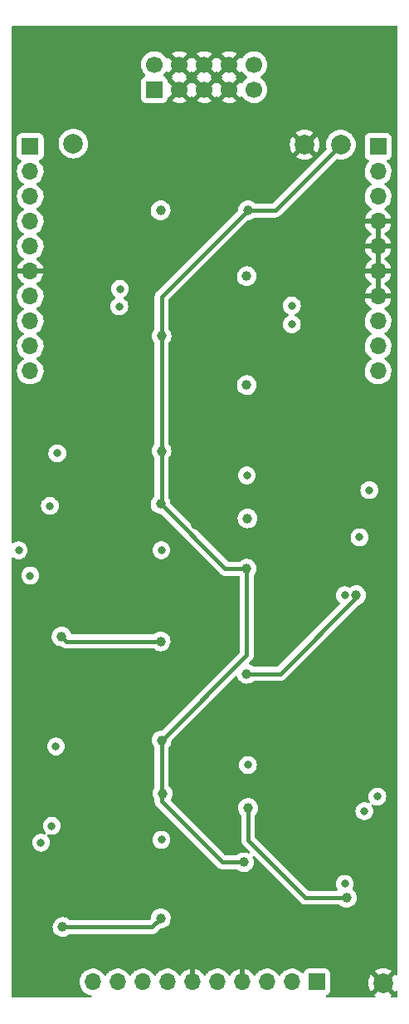
<source format=gbr>
%TF.GenerationSoftware,KiCad,Pcbnew,(6.0.11)*%
%TF.CreationDate,2023-03-01T18:17:23+00:00*%
%TF.ProjectId,Quilter_Components,5175696c-7465-4725-9f43-6f6d706f6e65,rev?*%
%TF.SameCoordinates,Original*%
%TF.FileFunction,Copper,L3,Inr*%
%TF.FilePolarity,Positive*%
%FSLAX46Y46*%
G04 Gerber Fmt 4.6, Leading zero omitted, Abs format (unit mm)*
G04 Created by KiCad (PCBNEW (6.0.11)) date 2023-03-01 18:17:23*
%MOMM*%
%LPD*%
G01*
G04 APERTURE LIST*
%TA.AperFunction,ComponentPad*%
%ADD10R,1.700000X1.700000*%
%TD*%
%TA.AperFunction,ComponentPad*%
%ADD11C,1.700000*%
%TD*%
%TA.AperFunction,ComponentPad*%
%ADD12C,2.000000*%
%TD*%
%TA.AperFunction,ComponentPad*%
%ADD13O,1.700000X1.700000*%
%TD*%
%TA.AperFunction,ViaPad*%
%ADD14C,1.000000*%
%TD*%
%TA.AperFunction,ViaPad*%
%ADD15C,0.800000*%
%TD*%
%TA.AperFunction,Conductor*%
%ADD16C,0.400000*%
%TD*%
G04 APERTURE END LIST*
D10*
%TO.N,/-12V_IN*%
%TO.C,J4*%
X65060000Y-57000000D03*
D11*
X65060000Y-54460000D03*
%TO.N,GND*%
X67600000Y-57000000D03*
X67600000Y-54460000D03*
X70140000Y-57000000D03*
X70140000Y-54460000D03*
X72680000Y-57000000D03*
X72680000Y-54460000D03*
%TO.N,/+12V_IN*%
X75220000Y-57000000D03*
X75220000Y-54460000D03*
%TD*%
D12*
%TO.N,-12V*%
%TO.C,TP2*%
X56800000Y-62500000D03*
%TD*%
%TO.N,GND*%
%TO.C,TP4*%
X80400000Y-62600000D03*
%TD*%
%TO.N,+12V*%
%TO.C,TP1*%
X84100000Y-62600000D03*
%TD*%
%TO.N,GND*%
%TO.C,TP3*%
X88400000Y-148000000D03*
%TD*%
D10*
%TO.N,/AUDIO_IN3*%
%TO.C,J3*%
X81650000Y-147900000D03*
D13*
%TO.N,/FREQ_V_OCT4*%
X79110000Y-147900000D03*
%TO.N,/FREQ_CV4*%
X76570000Y-147900000D03*
%TO.N,GND*%
X74030000Y-147900000D03*
%TO.N,/AUDIO_IN4*%
X71490000Y-147900000D03*
%TO.N,GND*%
X68950000Y-147900000D03*
%TO.N,/FREQ_CV1*%
X66410000Y-147900000D03*
%TO.N,/FREQ_JACK*%
X63870000Y-147900000D03*
%TO.N,/FREQ_CV3*%
X61330000Y-147900000D03*
%TO.N,/FREQ_V_OCT3*%
X58790000Y-147900000D03*
%TD*%
D10*
%TO.N,-12V*%
%TO.C,J1*%
X52400000Y-62800000D03*
D13*
%TO.N,/AUDIO_BUFF2*%
X52400000Y-65340000D03*
%TO.N,/AUDIO_BUFF4*%
X52400000Y-67880000D03*
%TO.N,/FREQ_POT_5V*%
X52400000Y-70420000D03*
%TO.N,/FREQ_POT*%
X52400000Y-72960000D03*
%TO.N,GND*%
X52400000Y-75500000D03*
%TO.N,/FREQ_V_OCT1*%
X52400000Y-78040000D03*
%TO.N,/Q_POT*%
X52400000Y-80580000D03*
%TO.N,/AUDIO_MIX*%
X52400000Y-83120000D03*
%TO.N,/AUDIO_IN2*%
X52400000Y-85660000D03*
%TD*%
D10*
%TO.N,+12V*%
%TO.C,J2*%
X87900000Y-62800000D03*
D13*
%TO.N,/AUDIO_BUFF1*%
X87900000Y-65340000D03*
%TO.N,/AUDIO_BUFF3*%
X87900000Y-67880000D03*
%TO.N,GND*%
X87900000Y-70420000D03*
X87900000Y-72960000D03*
X87900000Y-75500000D03*
X87900000Y-78040000D03*
%TO.N,/AUDIO_IN1*%
X87900000Y-80580000D03*
%TO.N,/FREQ_CV2*%
X87900000Y-83120000D03*
%TO.N,/FREQ_V_OCT2*%
X87900000Y-85660000D03*
%TD*%
D14*
%TO.N,+12V*%
X74200000Y-135700000D03*
X65800000Y-123300000D03*
X65700000Y-99200000D03*
X74500000Y-105800000D03*
X74600000Y-69300000D03*
X65800000Y-93800000D03*
X65800000Y-82100000D03*
X65900000Y-128700000D03*
D15*
%TO.N,GND*%
X85500000Y-122500000D03*
X69200000Y-128300000D03*
X61500000Y-135800000D03*
X77800000Y-87300000D03*
X77800000Y-75900000D03*
X78900000Y-70200000D03*
X61500000Y-106300000D03*
X78900000Y-125100000D03*
X78900000Y-130400000D03*
X61600000Y-123300000D03*
X71700000Y-141400000D03*
X61500000Y-111700000D03*
X85600000Y-93000000D03*
X54800000Y-135300000D03*
X78900000Y-135800000D03*
X69200000Y-101400000D03*
X71200000Y-98800000D03*
X61500000Y-99200000D03*
X66100000Y-71300000D03*
X61500000Y-128700000D03*
X78800000Y-100900000D03*
X71200000Y-130900000D03*
X61500000Y-93800000D03*
X54700000Y-125700000D03*
X72800000Y-112700000D03*
X74100000Y-71500000D03*
X81600000Y-105800000D03*
X54800000Y-105800000D03*
X78800000Y-95600000D03*
X71200000Y-128300000D03*
X69200000Y-98800000D03*
X78800000Y-106300000D03*
X81600000Y-135300000D03*
X54700000Y-122500000D03*
X69200000Y-130900000D03*
X69100000Y-69000000D03*
X71300000Y-69000000D03*
X61300000Y-80900000D03*
X61600000Y-141200000D03*
X54800000Y-96200000D03*
X71200000Y-101400000D03*
X78900000Y-117900000D03*
X61600000Y-70200000D03*
D14*
%TO.N,-12V*%
X65722500Y-141422500D03*
X74570000Y-100670000D03*
X74500000Y-87100000D03*
X74500000Y-76000000D03*
X84700000Y-139300000D03*
X55600000Y-112700000D03*
X74630000Y-130170000D03*
X55700000Y-142300000D03*
X85675500Y-108500000D03*
X65700000Y-113200000D03*
X65700000Y-69300000D03*
X74500000Y-116500000D03*
D15*
%TO.N,/Audio_Out1*%
X74510000Y-96290000D03*
X79100000Y-79000000D03*
%TO.N,/Audio_Out2*%
X61550000Y-77300000D03*
X65790000Y-103910000D03*
%TO.N,/Audio_Out3*%
X79100000Y-80900000D03*
X74610000Y-125790000D03*
%TO.N,/Audio_Out4*%
X65790000Y-133410000D03*
X61487500Y-79087500D03*
%TO.N,/AUDIO_IN2*%
X52399999Y-106499999D03*
%TO.N,/FREQ_POT*%
X51225000Y-103925000D03*
X87000000Y-97800000D03*
X87821710Y-129002889D03*
X53500000Y-133700000D03*
%TO.N,/Q_POT*%
X55162299Y-94037701D03*
X84500000Y-137900000D03*
X84500000Y-108500000D03*
X55024500Y-123900000D03*
%TO.N,/FREQ_JACK*%
X54400000Y-99400000D03*
X86000000Y-102600000D03*
X86500000Y-130500000D03*
X54600000Y-132000000D03*
%TD*%
D16*
%TO.N,+12V*%
X65800000Y-129500000D02*
X72000000Y-135700000D01*
X84100000Y-62600000D02*
X77400000Y-69300000D01*
X74600000Y-69300000D02*
X74550000Y-69350000D01*
X65800000Y-99300000D02*
X72300000Y-105800000D01*
X77400000Y-69300000D02*
X74600000Y-69300000D01*
X65800000Y-93800000D02*
X65800000Y-99300000D01*
X65800000Y-82100000D02*
X65800000Y-93800000D01*
X74500000Y-105800000D02*
X74500000Y-114600000D01*
X72000000Y-135700000D02*
X74200000Y-135700000D01*
X74500000Y-114600000D02*
X65800000Y-123300000D01*
X74550000Y-69350000D02*
X65800000Y-78100000D01*
X65800000Y-78100000D02*
X65800000Y-82100000D01*
X72300000Y-105800000D02*
X74500000Y-105800000D01*
X65800000Y-123300000D02*
X65800000Y-129500000D01*
%TO.N,-12V*%
X80500000Y-139300000D02*
X84700000Y-139300000D01*
X65722500Y-141422500D02*
X64845000Y-142300000D01*
X74500000Y-116500000D02*
X77900000Y-116500000D01*
X74630000Y-130170000D02*
X74630000Y-133430000D01*
X56100000Y-113200000D02*
X55600000Y-112700000D01*
X77900000Y-116500000D02*
X85700000Y-108700000D01*
X74630000Y-133430000D02*
X80500000Y-139300000D01*
X65700000Y-113200000D02*
X56100000Y-113200000D01*
X64845000Y-142300000D02*
X55700000Y-142300000D01*
%TD*%
%TA.AperFunction,Conductor*%
%TO.N,GND*%
G36*
X89833621Y-50528502D02*
G01*
X89880114Y-50582158D01*
X89891500Y-50634500D01*
X89891500Y-147101013D01*
X89871498Y-147169134D01*
X89817842Y-147215627D01*
X89747568Y-147225731D01*
X89682988Y-147196237D01*
X89658068Y-147166849D01*
X89642567Y-147141554D01*
X89632110Y-147132093D01*
X89623334Y-147135876D01*
X88772022Y-147987188D01*
X88764408Y-148001132D01*
X88764539Y-148002965D01*
X88768790Y-148009580D01*
X89620290Y-148861080D01*
X89632670Y-148867840D01*
X89640319Y-148862114D01*
X89658068Y-148833151D01*
X89710716Y-148785520D01*
X89780757Y-148773914D01*
X89845955Y-148802018D01*
X89885608Y-148860909D01*
X89891500Y-148898987D01*
X89891500Y-149365500D01*
X89871498Y-149433621D01*
X89817842Y-149480114D01*
X89765500Y-149491500D01*
X89298987Y-149491500D01*
X89230866Y-149471498D01*
X89184373Y-149417842D01*
X89174269Y-149347568D01*
X89203763Y-149282988D01*
X89233151Y-149258068D01*
X89258446Y-149242567D01*
X89267907Y-149232110D01*
X89264124Y-149223334D01*
X88412812Y-148372022D01*
X88398868Y-148364408D01*
X88397035Y-148364539D01*
X88390420Y-148368790D01*
X87538920Y-149220290D01*
X87532160Y-149232670D01*
X87537886Y-149240319D01*
X87566849Y-149258068D01*
X87614480Y-149310716D01*
X87626086Y-149380757D01*
X87597982Y-149445955D01*
X87539091Y-149485608D01*
X87501013Y-149491500D01*
X82665821Y-149491500D01*
X82597700Y-149471498D01*
X82551207Y-149417842D01*
X82541103Y-149347568D01*
X82570597Y-149282988D01*
X82621592Y-149247518D01*
X82738295Y-149203768D01*
X82738296Y-149203767D01*
X82746705Y-149200615D01*
X82863261Y-149113261D01*
X82950615Y-148996705D01*
X83001745Y-148860316D01*
X83008500Y-148798134D01*
X83008500Y-148004930D01*
X86887725Y-148004930D01*
X86905572Y-148231699D01*
X86907115Y-148241446D01*
X86960217Y-148462627D01*
X86963266Y-148472012D01*
X87050313Y-148682163D01*
X87054795Y-148690958D01*
X87157432Y-148858445D01*
X87167890Y-148867907D01*
X87176666Y-148864124D01*
X88027978Y-148012812D01*
X88035592Y-147998868D01*
X88035461Y-147997035D01*
X88031210Y-147990420D01*
X87179710Y-147138920D01*
X87167330Y-147132160D01*
X87159680Y-147137887D01*
X87054795Y-147309042D01*
X87050313Y-147317837D01*
X86963266Y-147527988D01*
X86960217Y-147537373D01*
X86907115Y-147758554D01*
X86905572Y-147768301D01*
X86887725Y-147995070D01*
X86887725Y-148004930D01*
X83008500Y-148004930D01*
X83008500Y-147001866D01*
X83001745Y-146939684D01*
X82950615Y-146803295D01*
X82924080Y-146767890D01*
X87532093Y-146767890D01*
X87535876Y-146776666D01*
X88387188Y-147627978D01*
X88401132Y-147635592D01*
X88402965Y-147635461D01*
X88409580Y-147631210D01*
X89261080Y-146779710D01*
X89267840Y-146767330D01*
X89262113Y-146759680D01*
X89090958Y-146654795D01*
X89082163Y-146650313D01*
X88872012Y-146563266D01*
X88862627Y-146560217D01*
X88641446Y-146507115D01*
X88631699Y-146505572D01*
X88404930Y-146487725D01*
X88395070Y-146487725D01*
X88168301Y-146505572D01*
X88158554Y-146507115D01*
X87937373Y-146560217D01*
X87927988Y-146563266D01*
X87717837Y-146650313D01*
X87709042Y-146654795D01*
X87541555Y-146757432D01*
X87532093Y-146767890D01*
X82924080Y-146767890D01*
X82863261Y-146686739D01*
X82746705Y-146599385D01*
X82610316Y-146548255D01*
X82548134Y-146541500D01*
X80751866Y-146541500D01*
X80689684Y-146548255D01*
X80553295Y-146599385D01*
X80436739Y-146686739D01*
X80349385Y-146803295D01*
X80346233Y-146811703D01*
X80304919Y-146921907D01*
X80262277Y-146978671D01*
X80195716Y-147003371D01*
X80126367Y-146988163D01*
X80093743Y-146962476D01*
X80043151Y-146906875D01*
X80043142Y-146906866D01*
X80039670Y-146903051D01*
X80035619Y-146899852D01*
X80035615Y-146899848D01*
X79868414Y-146767800D01*
X79868410Y-146767798D01*
X79864359Y-146764598D01*
X79828028Y-146744542D01*
X79812136Y-146735769D01*
X79668789Y-146656638D01*
X79663920Y-146654914D01*
X79663916Y-146654912D01*
X79463087Y-146583795D01*
X79463083Y-146583794D01*
X79458212Y-146582069D01*
X79453119Y-146581162D01*
X79453116Y-146581161D01*
X79243373Y-146543800D01*
X79243367Y-146543799D01*
X79238284Y-146542894D01*
X79164452Y-146541992D01*
X79020081Y-146540228D01*
X79020079Y-146540228D01*
X79014911Y-146540165D01*
X78794091Y-146573955D01*
X78581756Y-146643357D01*
X78383607Y-146746507D01*
X78379474Y-146749610D01*
X78379471Y-146749612D01*
X78209100Y-146877530D01*
X78204965Y-146880635D01*
X78179541Y-146907240D01*
X78111280Y-146978671D01*
X78050629Y-147042138D01*
X77943201Y-147199621D01*
X77888293Y-147244621D01*
X77817768Y-147252792D01*
X77754021Y-147221538D01*
X77733324Y-147197054D01*
X77652822Y-147072617D01*
X77652820Y-147072614D01*
X77650014Y-147068277D01*
X77499670Y-146903051D01*
X77495619Y-146899852D01*
X77495615Y-146899848D01*
X77328414Y-146767800D01*
X77328410Y-146767798D01*
X77324359Y-146764598D01*
X77288028Y-146744542D01*
X77272136Y-146735769D01*
X77128789Y-146656638D01*
X77123920Y-146654914D01*
X77123916Y-146654912D01*
X76923087Y-146583795D01*
X76923083Y-146583794D01*
X76918212Y-146582069D01*
X76913119Y-146581162D01*
X76913116Y-146581161D01*
X76703373Y-146543800D01*
X76703367Y-146543799D01*
X76698284Y-146542894D01*
X76624452Y-146541992D01*
X76480081Y-146540228D01*
X76480079Y-146540228D01*
X76474911Y-146540165D01*
X76254091Y-146573955D01*
X76041756Y-146643357D01*
X75843607Y-146746507D01*
X75839474Y-146749610D01*
X75839471Y-146749612D01*
X75669100Y-146877530D01*
X75664965Y-146880635D01*
X75639541Y-146907240D01*
X75571280Y-146978671D01*
X75510629Y-147042138D01*
X75403204Y-147199618D01*
X75402898Y-147200066D01*
X75347987Y-147245069D01*
X75277462Y-147253240D01*
X75213715Y-147221986D01*
X75193018Y-147197502D01*
X75112426Y-147072926D01*
X75106136Y-147064757D01*
X74962806Y-146907240D01*
X74955273Y-146900215D01*
X74788139Y-146768222D01*
X74779552Y-146762517D01*
X74593117Y-146659599D01*
X74583705Y-146655369D01*
X74382959Y-146584280D01*
X74372988Y-146581646D01*
X74301837Y-146568972D01*
X74288540Y-146570432D01*
X74284000Y-146584989D01*
X74284000Y-148028000D01*
X74263998Y-148096121D01*
X74210342Y-148142614D01*
X74158000Y-148154000D01*
X73902000Y-148154000D01*
X73833879Y-148133998D01*
X73787386Y-148080342D01*
X73776000Y-148028000D01*
X73776000Y-146583102D01*
X73772082Y-146569758D01*
X73757806Y-146567771D01*
X73719324Y-146573660D01*
X73709288Y-146576051D01*
X73506868Y-146642212D01*
X73497359Y-146646209D01*
X73308463Y-146744542D01*
X73299738Y-146750036D01*
X73129433Y-146877905D01*
X73121726Y-146884748D01*
X72974590Y-147038717D01*
X72968109Y-147046722D01*
X72863498Y-147200074D01*
X72808587Y-147245076D01*
X72738062Y-147253247D01*
X72674315Y-147221993D01*
X72653618Y-147197509D01*
X72572822Y-147072617D01*
X72572820Y-147072614D01*
X72570014Y-147068277D01*
X72419670Y-146903051D01*
X72415619Y-146899852D01*
X72415615Y-146899848D01*
X72248414Y-146767800D01*
X72248410Y-146767798D01*
X72244359Y-146764598D01*
X72208028Y-146744542D01*
X72192136Y-146735769D01*
X72048789Y-146656638D01*
X72043920Y-146654914D01*
X72043916Y-146654912D01*
X71843087Y-146583795D01*
X71843083Y-146583794D01*
X71838212Y-146582069D01*
X71833119Y-146581162D01*
X71833116Y-146581161D01*
X71623373Y-146543800D01*
X71623367Y-146543799D01*
X71618284Y-146542894D01*
X71544452Y-146541992D01*
X71400081Y-146540228D01*
X71400079Y-146540228D01*
X71394911Y-146540165D01*
X71174091Y-146573955D01*
X70961756Y-146643357D01*
X70763607Y-146746507D01*
X70759474Y-146749610D01*
X70759471Y-146749612D01*
X70589100Y-146877530D01*
X70584965Y-146880635D01*
X70559541Y-146907240D01*
X70491280Y-146978671D01*
X70430629Y-147042138D01*
X70323204Y-147199618D01*
X70322898Y-147200066D01*
X70267987Y-147245069D01*
X70197462Y-147253240D01*
X70133715Y-147221986D01*
X70113018Y-147197502D01*
X70032426Y-147072926D01*
X70026136Y-147064757D01*
X69882806Y-146907240D01*
X69875273Y-146900215D01*
X69708139Y-146768222D01*
X69699552Y-146762517D01*
X69513117Y-146659599D01*
X69503705Y-146655369D01*
X69302959Y-146584280D01*
X69292988Y-146581646D01*
X69221837Y-146568972D01*
X69208540Y-146570432D01*
X69204000Y-146584989D01*
X69204000Y-148028000D01*
X69183998Y-148096121D01*
X69130342Y-148142614D01*
X69078000Y-148154000D01*
X68822000Y-148154000D01*
X68753879Y-148133998D01*
X68707386Y-148080342D01*
X68696000Y-148028000D01*
X68696000Y-146583102D01*
X68692082Y-146569758D01*
X68677806Y-146567771D01*
X68639324Y-146573660D01*
X68629288Y-146576051D01*
X68426868Y-146642212D01*
X68417359Y-146646209D01*
X68228463Y-146744542D01*
X68219738Y-146750036D01*
X68049433Y-146877905D01*
X68041726Y-146884748D01*
X67894590Y-147038717D01*
X67888109Y-147046722D01*
X67783498Y-147200074D01*
X67728587Y-147245076D01*
X67658062Y-147253247D01*
X67594315Y-147221993D01*
X67573618Y-147197509D01*
X67492822Y-147072617D01*
X67492820Y-147072614D01*
X67490014Y-147068277D01*
X67339670Y-146903051D01*
X67335619Y-146899852D01*
X67335615Y-146899848D01*
X67168414Y-146767800D01*
X67168410Y-146767798D01*
X67164359Y-146764598D01*
X67128028Y-146744542D01*
X67112136Y-146735769D01*
X66968789Y-146656638D01*
X66963920Y-146654914D01*
X66963916Y-146654912D01*
X66763087Y-146583795D01*
X66763083Y-146583794D01*
X66758212Y-146582069D01*
X66753119Y-146581162D01*
X66753116Y-146581161D01*
X66543373Y-146543800D01*
X66543367Y-146543799D01*
X66538284Y-146542894D01*
X66464452Y-146541992D01*
X66320081Y-146540228D01*
X66320079Y-146540228D01*
X66314911Y-146540165D01*
X66094091Y-146573955D01*
X65881756Y-146643357D01*
X65683607Y-146746507D01*
X65679474Y-146749610D01*
X65679471Y-146749612D01*
X65509100Y-146877530D01*
X65504965Y-146880635D01*
X65479541Y-146907240D01*
X65411280Y-146978671D01*
X65350629Y-147042138D01*
X65243201Y-147199621D01*
X65188293Y-147244621D01*
X65117768Y-147252792D01*
X65054021Y-147221538D01*
X65033324Y-147197054D01*
X64952822Y-147072617D01*
X64952820Y-147072614D01*
X64950014Y-147068277D01*
X64799670Y-146903051D01*
X64795619Y-146899852D01*
X64795615Y-146899848D01*
X64628414Y-146767800D01*
X64628410Y-146767798D01*
X64624359Y-146764598D01*
X64588028Y-146744542D01*
X64572136Y-146735769D01*
X64428789Y-146656638D01*
X64423920Y-146654914D01*
X64423916Y-146654912D01*
X64223087Y-146583795D01*
X64223083Y-146583794D01*
X64218212Y-146582069D01*
X64213119Y-146581162D01*
X64213116Y-146581161D01*
X64003373Y-146543800D01*
X64003367Y-146543799D01*
X63998284Y-146542894D01*
X63924452Y-146541992D01*
X63780081Y-146540228D01*
X63780079Y-146540228D01*
X63774911Y-146540165D01*
X63554091Y-146573955D01*
X63341756Y-146643357D01*
X63143607Y-146746507D01*
X63139474Y-146749610D01*
X63139471Y-146749612D01*
X62969100Y-146877530D01*
X62964965Y-146880635D01*
X62939541Y-146907240D01*
X62871280Y-146978671D01*
X62810629Y-147042138D01*
X62703201Y-147199621D01*
X62648293Y-147244621D01*
X62577768Y-147252792D01*
X62514021Y-147221538D01*
X62493324Y-147197054D01*
X62412822Y-147072617D01*
X62412820Y-147072614D01*
X62410014Y-147068277D01*
X62259670Y-146903051D01*
X62255619Y-146899852D01*
X62255615Y-146899848D01*
X62088414Y-146767800D01*
X62088410Y-146767798D01*
X62084359Y-146764598D01*
X62048028Y-146744542D01*
X62032136Y-146735769D01*
X61888789Y-146656638D01*
X61883920Y-146654914D01*
X61883916Y-146654912D01*
X61683087Y-146583795D01*
X61683083Y-146583794D01*
X61678212Y-146582069D01*
X61673119Y-146581162D01*
X61673116Y-146581161D01*
X61463373Y-146543800D01*
X61463367Y-146543799D01*
X61458284Y-146542894D01*
X61384452Y-146541992D01*
X61240081Y-146540228D01*
X61240079Y-146540228D01*
X61234911Y-146540165D01*
X61014091Y-146573955D01*
X60801756Y-146643357D01*
X60603607Y-146746507D01*
X60599474Y-146749610D01*
X60599471Y-146749612D01*
X60429100Y-146877530D01*
X60424965Y-146880635D01*
X60399541Y-146907240D01*
X60331280Y-146978671D01*
X60270629Y-147042138D01*
X60163201Y-147199621D01*
X60108293Y-147244621D01*
X60037768Y-147252792D01*
X59974021Y-147221538D01*
X59953324Y-147197054D01*
X59872822Y-147072617D01*
X59872820Y-147072614D01*
X59870014Y-147068277D01*
X59719670Y-146903051D01*
X59715619Y-146899852D01*
X59715615Y-146899848D01*
X59548414Y-146767800D01*
X59548410Y-146767798D01*
X59544359Y-146764598D01*
X59508028Y-146744542D01*
X59492136Y-146735769D01*
X59348789Y-146656638D01*
X59343920Y-146654914D01*
X59343916Y-146654912D01*
X59143087Y-146583795D01*
X59143083Y-146583794D01*
X59138212Y-146582069D01*
X59133119Y-146581162D01*
X59133116Y-146581161D01*
X58923373Y-146543800D01*
X58923367Y-146543799D01*
X58918284Y-146542894D01*
X58844452Y-146541992D01*
X58700081Y-146540228D01*
X58700079Y-146540228D01*
X58694911Y-146540165D01*
X58474091Y-146573955D01*
X58261756Y-146643357D01*
X58063607Y-146746507D01*
X58059474Y-146749610D01*
X58059471Y-146749612D01*
X57889100Y-146877530D01*
X57884965Y-146880635D01*
X57859541Y-146907240D01*
X57791280Y-146978671D01*
X57730629Y-147042138D01*
X57604743Y-147226680D01*
X57510688Y-147429305D01*
X57450989Y-147644570D01*
X57427251Y-147866695D01*
X57427548Y-147871848D01*
X57427548Y-147871851D01*
X57435676Y-148012812D01*
X57440110Y-148089715D01*
X57441247Y-148094761D01*
X57441248Y-148094767D01*
X57452031Y-148142614D01*
X57489222Y-148307639D01*
X57573266Y-148514616D01*
X57610685Y-148575678D01*
X57687291Y-148700688D01*
X57689987Y-148705088D01*
X57836250Y-148873938D01*
X58008126Y-149016632D01*
X58201000Y-149129338D01*
X58409692Y-149209030D01*
X58414760Y-149210061D01*
X58414763Y-149210062D01*
X58571891Y-149242030D01*
X58634656Y-149275211D01*
X58669518Y-149337059D01*
X58665409Y-149407937D01*
X58623632Y-149465341D01*
X58557453Y-149491046D01*
X58546770Y-149491500D01*
X50634500Y-149491500D01*
X50566379Y-149471498D01*
X50519886Y-149417842D01*
X50508500Y-149365500D01*
X50508500Y-142285851D01*
X54686719Y-142285851D01*
X54687235Y-142291995D01*
X54698928Y-142431245D01*
X54703268Y-142482934D01*
X54757783Y-142673050D01*
X54760602Y-142678535D01*
X54815896Y-142786124D01*
X54848187Y-142848956D01*
X54971035Y-143003953D01*
X55121650Y-143132136D01*
X55294294Y-143228624D01*
X55482392Y-143289740D01*
X55678777Y-143313158D01*
X55684912Y-143312686D01*
X55684914Y-143312686D01*
X55869830Y-143298457D01*
X55869834Y-143298456D01*
X55875972Y-143297984D01*
X56066463Y-143244798D01*
X56071967Y-143242018D01*
X56071969Y-143242017D01*
X56237495Y-143158404D01*
X56237497Y-143158403D01*
X56242996Y-143155625D01*
X56397119Y-143035211D01*
X56463113Y-143009033D01*
X56474692Y-143008500D01*
X64816088Y-143008500D01*
X64824658Y-143008792D01*
X64874776Y-143012209D01*
X64874780Y-143012209D01*
X64882352Y-143012725D01*
X64889829Y-143011420D01*
X64889830Y-143011420D01*
X64916308Y-143006799D01*
X64945303Y-143001738D01*
X64951821Y-143000777D01*
X65015242Y-142993102D01*
X65022343Y-142990419D01*
X65024952Y-142989778D01*
X65041262Y-142985315D01*
X65043798Y-142984550D01*
X65051284Y-142983243D01*
X65109800Y-142957556D01*
X65115904Y-142955065D01*
X65168548Y-142935173D01*
X65168549Y-142935172D01*
X65175656Y-142932487D01*
X65181919Y-142928183D01*
X65184285Y-142926946D01*
X65199097Y-142918701D01*
X65201351Y-142917368D01*
X65208305Y-142914315D01*
X65259002Y-142875413D01*
X65264332Y-142871541D01*
X65310720Y-142839661D01*
X65310725Y-142839656D01*
X65316981Y-142835357D01*
X65358436Y-142788829D01*
X65363416Y-142783554D01*
X65679191Y-142467779D01*
X65741503Y-142433753D01*
X65758615Y-142431246D01*
X65813429Y-142427028D01*
X65892330Y-142420957D01*
X65892334Y-142420956D01*
X65898472Y-142420484D01*
X66088963Y-142367298D01*
X66094467Y-142364518D01*
X66094469Y-142364517D01*
X66259995Y-142280904D01*
X66259997Y-142280903D01*
X66265496Y-142278125D01*
X66421347Y-142156361D01*
X66550578Y-142006645D01*
X66648269Y-141834679D01*
X66710697Y-141647013D01*
X66735485Y-141450795D01*
X66735880Y-141422500D01*
X66716580Y-141225667D01*
X66659416Y-141036331D01*
X66566566Y-140861704D01*
X66496209Y-140775438D01*
X66445460Y-140713213D01*
X66445457Y-140713210D01*
X66441565Y-140708438D01*
X66435224Y-140703192D01*
X66293925Y-140586299D01*
X66293921Y-140586297D01*
X66289175Y-140582370D01*
X66115201Y-140488302D01*
X65926268Y-140429818D01*
X65920143Y-140429174D01*
X65920142Y-140429174D01*
X65735704Y-140409789D01*
X65735702Y-140409789D01*
X65729575Y-140409145D01*
X65647076Y-140416653D01*
X65538751Y-140426511D01*
X65538748Y-140426512D01*
X65532612Y-140427070D01*
X65526706Y-140428808D01*
X65526702Y-140428809D01*
X65421576Y-140459749D01*
X65342881Y-140482910D01*
X65337423Y-140485763D01*
X65337419Y-140485765D01*
X65246647Y-140533220D01*
X65167610Y-140574540D01*
X65013475Y-140698468D01*
X64886346Y-140849974D01*
X64883379Y-140855372D01*
X64883375Y-140855377D01*
X64879897Y-140861704D01*
X64791067Y-141023287D01*
X64789206Y-141029154D01*
X64789205Y-141029156D01*
X64733127Y-141205936D01*
X64731265Y-141211806D01*
X64714276Y-141363265D01*
X64710921Y-141393179D01*
X64683450Y-141458646D01*
X64674801Y-141468229D01*
X64588435Y-141554595D01*
X64526123Y-141588621D01*
X64499340Y-141591500D01*
X56471151Y-141591500D01*
X56403030Y-141571498D01*
X56390836Y-141562585D01*
X56271425Y-141463799D01*
X56271421Y-141463797D01*
X56266675Y-141459870D01*
X56092701Y-141365802D01*
X55903768Y-141307318D01*
X55897643Y-141306674D01*
X55897642Y-141306674D01*
X55713204Y-141287289D01*
X55713202Y-141287289D01*
X55707075Y-141286645D01*
X55624576Y-141294153D01*
X55516251Y-141304011D01*
X55516248Y-141304012D01*
X55510112Y-141304570D01*
X55504206Y-141306308D01*
X55504202Y-141306309D01*
X55399076Y-141337249D01*
X55320381Y-141360410D01*
X55314923Y-141363263D01*
X55314919Y-141363265D01*
X55257700Y-141393179D01*
X55145110Y-141452040D01*
X54990975Y-141575968D01*
X54863846Y-141727474D01*
X54860879Y-141732872D01*
X54860875Y-141732877D01*
X54782095Y-141876180D01*
X54768567Y-141900787D01*
X54708765Y-142089306D01*
X54686719Y-142285851D01*
X50508500Y-142285851D01*
X50508500Y-133700000D01*
X52586496Y-133700000D01*
X52587186Y-133706565D01*
X52594497Y-133776121D01*
X52606458Y-133889928D01*
X52665473Y-134071556D01*
X52668776Y-134077278D01*
X52668777Y-134077279D01*
X52675467Y-134088866D01*
X52760960Y-134236944D01*
X52888747Y-134378866D01*
X53043248Y-134491118D01*
X53049276Y-134493802D01*
X53049278Y-134493803D01*
X53211681Y-134566109D01*
X53217712Y-134568794D01*
X53311113Y-134588647D01*
X53398056Y-134607128D01*
X53398061Y-134607128D01*
X53404513Y-134608500D01*
X53595487Y-134608500D01*
X53601939Y-134607128D01*
X53601944Y-134607128D01*
X53688887Y-134588647D01*
X53782288Y-134568794D01*
X53788319Y-134566109D01*
X53950722Y-134493803D01*
X53950724Y-134493802D01*
X53956752Y-134491118D01*
X54111253Y-134378866D01*
X54239040Y-134236944D01*
X54324533Y-134088866D01*
X54331223Y-134077279D01*
X54331224Y-134077278D01*
X54334527Y-134071556D01*
X54393542Y-133889928D01*
X54405504Y-133776121D01*
X54412814Y-133706565D01*
X54413504Y-133700000D01*
X54412814Y-133693435D01*
X54394232Y-133516635D01*
X54394232Y-133516633D01*
X54393542Y-133510072D01*
X54361026Y-133410000D01*
X64876496Y-133410000D01*
X64877186Y-133416565D01*
X64895699Y-133592702D01*
X64896458Y-133599928D01*
X64955473Y-133781556D01*
X65050960Y-133946944D01*
X65178747Y-134088866D01*
X65333248Y-134201118D01*
X65339276Y-134203802D01*
X65339278Y-134203803D01*
X65501681Y-134276109D01*
X65507712Y-134278794D01*
X65601113Y-134298647D01*
X65688056Y-134317128D01*
X65688061Y-134317128D01*
X65694513Y-134318500D01*
X65885487Y-134318500D01*
X65891939Y-134317128D01*
X65891944Y-134317128D01*
X65978887Y-134298647D01*
X66072288Y-134278794D01*
X66078319Y-134276109D01*
X66240722Y-134203803D01*
X66240724Y-134203802D01*
X66246752Y-134201118D01*
X66401253Y-134088866D01*
X66529040Y-133946944D01*
X66624527Y-133781556D01*
X66683542Y-133599928D01*
X66684302Y-133592702D01*
X66702814Y-133416565D01*
X66703504Y-133410000D01*
X66683542Y-133220072D01*
X66624527Y-133038444D01*
X66617369Y-133026045D01*
X66549724Y-132908882D01*
X66529040Y-132873056D01*
X66513984Y-132856334D01*
X66405675Y-132736045D01*
X66405674Y-132736044D01*
X66401253Y-132731134D01*
X66246752Y-132618882D01*
X66240724Y-132616198D01*
X66240722Y-132616197D01*
X66078319Y-132543891D01*
X66078318Y-132543891D01*
X66072288Y-132541206D01*
X65978888Y-132521353D01*
X65891944Y-132502872D01*
X65891939Y-132502872D01*
X65885487Y-132501500D01*
X65694513Y-132501500D01*
X65688061Y-132502872D01*
X65688056Y-132502872D01*
X65601112Y-132521353D01*
X65507712Y-132541206D01*
X65501682Y-132543891D01*
X65501681Y-132543891D01*
X65339278Y-132616197D01*
X65339276Y-132616198D01*
X65333248Y-132618882D01*
X65178747Y-132731134D01*
X65174326Y-132736044D01*
X65174325Y-132736045D01*
X65066017Y-132856334D01*
X65050960Y-132873056D01*
X65030276Y-132908882D01*
X64962632Y-133026045D01*
X64955473Y-133038444D01*
X64896458Y-133220072D01*
X64876496Y-133410000D01*
X54361026Y-133410000D01*
X54334527Y-133328444D01*
X54239040Y-133163056D01*
X54140803Y-133053952D01*
X54110086Y-132989945D01*
X54118851Y-132919492D01*
X54164314Y-132864961D01*
X54232042Y-132843666D01*
X54285690Y-132854537D01*
X54311677Y-132866108D01*
X54311685Y-132866111D01*
X54317712Y-132868794D01*
X54411113Y-132888647D01*
X54498056Y-132907128D01*
X54498061Y-132907128D01*
X54504513Y-132908500D01*
X54695487Y-132908500D01*
X54701939Y-132907128D01*
X54701944Y-132907128D01*
X54788887Y-132888647D01*
X54882288Y-132868794D01*
X54938727Y-132843666D01*
X55050722Y-132793803D01*
X55050724Y-132793802D01*
X55056752Y-132791118D01*
X55071356Y-132780508D01*
X55132553Y-132736045D01*
X55211253Y-132678866D01*
X55265263Y-132618882D01*
X55334621Y-132541852D01*
X55334622Y-132541851D01*
X55339040Y-132536944D01*
X55434527Y-132371556D01*
X55493542Y-132189928D01*
X55513504Y-132000000D01*
X55493542Y-131810072D01*
X55434527Y-131628444D01*
X55339040Y-131463056D01*
X55211253Y-131321134D01*
X55056752Y-131208882D01*
X55050724Y-131206198D01*
X55050722Y-131206197D01*
X54888319Y-131133891D01*
X54888318Y-131133891D01*
X54882288Y-131131206D01*
X54788888Y-131111353D01*
X54701944Y-131092872D01*
X54701939Y-131092872D01*
X54695487Y-131091500D01*
X54504513Y-131091500D01*
X54498061Y-131092872D01*
X54498056Y-131092872D01*
X54411112Y-131111353D01*
X54317712Y-131131206D01*
X54311682Y-131133891D01*
X54311681Y-131133891D01*
X54149278Y-131206197D01*
X54149276Y-131206198D01*
X54143248Y-131208882D01*
X53988747Y-131321134D01*
X53860960Y-131463056D01*
X53765473Y-131628444D01*
X53706458Y-131810072D01*
X53686496Y-132000000D01*
X53706458Y-132189928D01*
X53765473Y-132371556D01*
X53860960Y-132536944D01*
X53938232Y-132622763D01*
X53959197Y-132646047D01*
X53989914Y-132710055D01*
X53981149Y-132780508D01*
X53935686Y-132835039D01*
X53867958Y-132856334D01*
X53814310Y-132845463D01*
X53788323Y-132833892D01*
X53788315Y-132833889D01*
X53782288Y-132831206D01*
X53688887Y-132811353D01*
X53601944Y-132792872D01*
X53601939Y-132792872D01*
X53595487Y-132791500D01*
X53404513Y-132791500D01*
X53398061Y-132792872D01*
X53398056Y-132792872D01*
X53311113Y-132811353D01*
X53217712Y-132831206D01*
X53211682Y-132833891D01*
X53211681Y-132833891D01*
X53049278Y-132906197D01*
X53049276Y-132906198D01*
X53043248Y-132908882D01*
X53037907Y-132912762D01*
X53037906Y-132912763D01*
X52987843Y-132949136D01*
X52888747Y-133021134D01*
X52884326Y-133026044D01*
X52884325Y-133026045D01*
X52807721Y-133111123D01*
X52760960Y-133163056D01*
X52665473Y-133328444D01*
X52606458Y-133510072D01*
X52605768Y-133516633D01*
X52605768Y-133516635D01*
X52587186Y-133693435D01*
X52586496Y-133700000D01*
X50508500Y-133700000D01*
X50508500Y-123900000D01*
X54110996Y-123900000D01*
X54130958Y-124089928D01*
X54189973Y-124271556D01*
X54285460Y-124436944D01*
X54413247Y-124578866D01*
X54567748Y-124691118D01*
X54573776Y-124693802D01*
X54573778Y-124693803D01*
X54736181Y-124766109D01*
X54742212Y-124768794D01*
X54835612Y-124788647D01*
X54922556Y-124807128D01*
X54922561Y-124807128D01*
X54929013Y-124808500D01*
X55119987Y-124808500D01*
X55126439Y-124807128D01*
X55126444Y-124807128D01*
X55213388Y-124788647D01*
X55306788Y-124768794D01*
X55312819Y-124766109D01*
X55475222Y-124693803D01*
X55475224Y-124693802D01*
X55481252Y-124691118D01*
X55635753Y-124578866D01*
X55763540Y-124436944D01*
X55859027Y-124271556D01*
X55918042Y-124089928D01*
X55938004Y-123900000D01*
X55935774Y-123878787D01*
X55918732Y-123716635D01*
X55918732Y-123716633D01*
X55918042Y-123710072D01*
X55859027Y-123528444D01*
X55763540Y-123363056D01*
X55699557Y-123291995D01*
X55640175Y-123226045D01*
X55640174Y-123226044D01*
X55635753Y-123221134D01*
X55481252Y-123108882D01*
X55475224Y-123106198D01*
X55475222Y-123106197D01*
X55312819Y-123033891D01*
X55312818Y-123033891D01*
X55306788Y-123031206D01*
X55213387Y-123011353D01*
X55126444Y-122992872D01*
X55126439Y-122992872D01*
X55119987Y-122991500D01*
X54929013Y-122991500D01*
X54922561Y-122992872D01*
X54922556Y-122992872D01*
X54835613Y-123011353D01*
X54742212Y-123031206D01*
X54736182Y-123033891D01*
X54736181Y-123033891D01*
X54573778Y-123106197D01*
X54573776Y-123106198D01*
X54567748Y-123108882D01*
X54413247Y-123221134D01*
X54408826Y-123226044D01*
X54408825Y-123226045D01*
X54349444Y-123291995D01*
X54285460Y-123363056D01*
X54189973Y-123528444D01*
X54130958Y-123710072D01*
X54130268Y-123716633D01*
X54130268Y-123716635D01*
X54113226Y-123878787D01*
X54110996Y-123900000D01*
X50508500Y-123900000D01*
X50508500Y-112685851D01*
X54586719Y-112685851D01*
X54603268Y-112882934D01*
X54657783Y-113073050D01*
X54660602Y-113078535D01*
X54737569Y-113228295D01*
X54748187Y-113248956D01*
X54871035Y-113403953D01*
X55021650Y-113532136D01*
X55194294Y-113628624D01*
X55382392Y-113689740D01*
X55561460Y-113711093D01*
X55570299Y-113712147D01*
X55627827Y-113734172D01*
X55674725Y-113767132D01*
X55679993Y-113771045D01*
X55730282Y-113810477D01*
X55737204Y-113813602D01*
X55739452Y-113814964D01*
X55754185Y-113823368D01*
X55756524Y-113824622D01*
X55762739Y-113828990D01*
X55769815Y-113831749D01*
X55769819Y-113831751D01*
X55822269Y-113852200D01*
X55828334Y-113854749D01*
X55886573Y-113881045D01*
X55894038Y-113882429D01*
X55896582Y-113883226D01*
X55912848Y-113887859D01*
X55915428Y-113888521D01*
X55922509Y-113891282D01*
X55930042Y-113892274D01*
X55930043Y-113892274D01*
X55962699Y-113896573D01*
X55985857Y-113899622D01*
X55992355Y-113900650D01*
X56055187Y-113912296D01*
X56062767Y-113911859D01*
X56062768Y-113911859D01*
X56117393Y-113908709D01*
X56124647Y-113908500D01*
X64930019Y-113908500D01*
X64998140Y-113928502D01*
X65011682Y-113938546D01*
X65121650Y-114032136D01*
X65294294Y-114128624D01*
X65482392Y-114189740D01*
X65678777Y-114213158D01*
X65684912Y-114212686D01*
X65684914Y-114212686D01*
X65869830Y-114198457D01*
X65869834Y-114198456D01*
X65875972Y-114197984D01*
X66066463Y-114144798D01*
X66071967Y-114142018D01*
X66071969Y-114142017D01*
X66237495Y-114058404D01*
X66237497Y-114058403D01*
X66242996Y-114055625D01*
X66374146Y-113953160D01*
X66393991Y-113937655D01*
X66398847Y-113933861D01*
X66528078Y-113784145D01*
X66625769Y-113612179D01*
X66688197Y-113424513D01*
X66712985Y-113228295D01*
X66713380Y-113200000D01*
X66694080Y-113003167D01*
X66636916Y-112813831D01*
X66544066Y-112639204D01*
X66473709Y-112552938D01*
X66422960Y-112490713D01*
X66422957Y-112490710D01*
X66419065Y-112485938D01*
X66414316Y-112482009D01*
X66271425Y-112363799D01*
X66271421Y-112363797D01*
X66266675Y-112359870D01*
X66092701Y-112265802D01*
X65903768Y-112207318D01*
X65897643Y-112206674D01*
X65897642Y-112206674D01*
X65713204Y-112187289D01*
X65713202Y-112187289D01*
X65707075Y-112186645D01*
X65624576Y-112194153D01*
X65516251Y-112204011D01*
X65516248Y-112204012D01*
X65510112Y-112204570D01*
X65504206Y-112206308D01*
X65504202Y-112206309D01*
X65399076Y-112237249D01*
X65320381Y-112260410D01*
X65314923Y-112263263D01*
X65314919Y-112263265D01*
X65253467Y-112295392D01*
X65145110Y-112352040D01*
X65006236Y-112463698D01*
X64940616Y-112490793D01*
X64927286Y-112491500D01*
X56684133Y-112491500D01*
X56616012Y-112471498D01*
X56569519Y-112417842D01*
X56563511Y-112401918D01*
X56548452Y-112352040D01*
X56536916Y-112313831D01*
X56444066Y-112139204D01*
X56373709Y-112052938D01*
X56322960Y-111990713D01*
X56322957Y-111990710D01*
X56319065Y-111985938D01*
X56312724Y-111980692D01*
X56171425Y-111863799D01*
X56171421Y-111863797D01*
X56166675Y-111859870D01*
X55992701Y-111765802D01*
X55803768Y-111707318D01*
X55797643Y-111706674D01*
X55797642Y-111706674D01*
X55613204Y-111687289D01*
X55613202Y-111687289D01*
X55607075Y-111686645D01*
X55524576Y-111694153D01*
X55416251Y-111704011D01*
X55416248Y-111704012D01*
X55410112Y-111704570D01*
X55404206Y-111706308D01*
X55404202Y-111706309D01*
X55299076Y-111737249D01*
X55220381Y-111760410D01*
X55214923Y-111763263D01*
X55214919Y-111763265D01*
X55124147Y-111810720D01*
X55045110Y-111852040D01*
X54890975Y-111975968D01*
X54763846Y-112127474D01*
X54760879Y-112132872D01*
X54760875Y-112132877D01*
X54718950Y-112209140D01*
X54668567Y-112300787D01*
X54666706Y-112306654D01*
X54666705Y-112306656D01*
X54650754Y-112356939D01*
X54608765Y-112489306D01*
X54586719Y-112685851D01*
X50508500Y-112685851D01*
X50508500Y-106499999D01*
X51486495Y-106499999D01*
X51506457Y-106689927D01*
X51565472Y-106871555D01*
X51660959Y-107036943D01*
X51788746Y-107178865D01*
X51943247Y-107291117D01*
X51949275Y-107293801D01*
X51949277Y-107293802D01*
X52111680Y-107366108D01*
X52117711Y-107368793D01*
X52211112Y-107388646D01*
X52298055Y-107407127D01*
X52298060Y-107407127D01*
X52304512Y-107408499D01*
X52495486Y-107408499D01*
X52501938Y-107407127D01*
X52501943Y-107407127D01*
X52588886Y-107388646D01*
X52682287Y-107368793D01*
X52688318Y-107366108D01*
X52850721Y-107293802D01*
X52850723Y-107293801D01*
X52856751Y-107291117D01*
X53011252Y-107178865D01*
X53139039Y-107036943D01*
X53234526Y-106871555D01*
X53293541Y-106689927D01*
X53313503Y-106499999D01*
X53303602Y-106405793D01*
X53294231Y-106316634D01*
X53294231Y-106316632D01*
X53293541Y-106310071D01*
X53234526Y-106128443D01*
X53139039Y-105963055D01*
X53011252Y-105821133D01*
X52856751Y-105708881D01*
X52850723Y-105706197D01*
X52850721Y-105706196D01*
X52688318Y-105633890D01*
X52688317Y-105633890D01*
X52682287Y-105631205D01*
X52588886Y-105611352D01*
X52501943Y-105592871D01*
X52501938Y-105592871D01*
X52495486Y-105591499D01*
X52304512Y-105591499D01*
X52298060Y-105592871D01*
X52298055Y-105592871D01*
X52211112Y-105611352D01*
X52117711Y-105631205D01*
X52111681Y-105633890D01*
X52111680Y-105633890D01*
X51949277Y-105706196D01*
X51949275Y-105706197D01*
X51943247Y-105708881D01*
X51788746Y-105821133D01*
X51660959Y-105963055D01*
X51565472Y-106128443D01*
X51506457Y-106310071D01*
X51505767Y-106316632D01*
X51505767Y-106316634D01*
X51496396Y-106405793D01*
X51486495Y-106499999D01*
X50508500Y-106499999D01*
X50508500Y-104774689D01*
X50528502Y-104706568D01*
X50582158Y-104660075D01*
X50652432Y-104649971D01*
X50708561Y-104672753D01*
X50762906Y-104712237D01*
X50768248Y-104716118D01*
X50774276Y-104718802D01*
X50774278Y-104718803D01*
X50928101Y-104787289D01*
X50942712Y-104793794D01*
X51014909Y-104809140D01*
X51123056Y-104832128D01*
X51123061Y-104832128D01*
X51129513Y-104833500D01*
X51320487Y-104833500D01*
X51326939Y-104832128D01*
X51326944Y-104832128D01*
X51435091Y-104809140D01*
X51507288Y-104793794D01*
X51521899Y-104787289D01*
X51675722Y-104718803D01*
X51675724Y-104718802D01*
X51681752Y-104716118D01*
X51694897Y-104706568D01*
X51772795Y-104649971D01*
X51836253Y-104603866D01*
X51964040Y-104461944D01*
X52059527Y-104296556D01*
X52118542Y-104114928D01*
X52120809Y-104093365D01*
X52137814Y-103931565D01*
X52138504Y-103925000D01*
X52136927Y-103910000D01*
X64876496Y-103910000D01*
X64896458Y-104099928D01*
X64955473Y-104281556D01*
X64958776Y-104287278D01*
X64958777Y-104287279D01*
X64964133Y-104296556D01*
X65050960Y-104446944D01*
X65055378Y-104451851D01*
X65055379Y-104451852D01*
X65064466Y-104461944D01*
X65178747Y-104588866D01*
X65333248Y-104701118D01*
X65339276Y-104703802D01*
X65339278Y-104703803D01*
X65372969Y-104718803D01*
X65507712Y-104778794D01*
X65584736Y-104795166D01*
X65688056Y-104817128D01*
X65688061Y-104817128D01*
X65694513Y-104818500D01*
X65885487Y-104818500D01*
X65891939Y-104817128D01*
X65891944Y-104817128D01*
X65995264Y-104795166D01*
X66072288Y-104778794D01*
X66207031Y-104718803D01*
X66240722Y-104703803D01*
X66240724Y-104703802D01*
X66246752Y-104701118D01*
X66401253Y-104588866D01*
X66515534Y-104461944D01*
X66524621Y-104451852D01*
X66524622Y-104451851D01*
X66529040Y-104446944D01*
X66615867Y-104296556D01*
X66621223Y-104287279D01*
X66621224Y-104287278D01*
X66624527Y-104281556D01*
X66683542Y-104099928D01*
X66703504Y-103910000D01*
X66702814Y-103903435D01*
X66684232Y-103726635D01*
X66684232Y-103726633D01*
X66683542Y-103720072D01*
X66624527Y-103538444D01*
X66529040Y-103373056D01*
X66401253Y-103231134D01*
X66278367Y-103141852D01*
X66252094Y-103122763D01*
X66252093Y-103122762D01*
X66246752Y-103118882D01*
X66240724Y-103116198D01*
X66240722Y-103116197D01*
X66078319Y-103043891D01*
X66078318Y-103043891D01*
X66072288Y-103041206D01*
X65962511Y-103017872D01*
X65891944Y-103002872D01*
X65891939Y-103002872D01*
X65885487Y-103001500D01*
X65694513Y-103001500D01*
X65688061Y-103002872D01*
X65688056Y-103002872D01*
X65617489Y-103017872D01*
X65507712Y-103041206D01*
X65501682Y-103043891D01*
X65501681Y-103043891D01*
X65339278Y-103116197D01*
X65339276Y-103116198D01*
X65333248Y-103118882D01*
X65327907Y-103122762D01*
X65327906Y-103122763D01*
X65301633Y-103141852D01*
X65178747Y-103231134D01*
X65050960Y-103373056D01*
X64955473Y-103538444D01*
X64896458Y-103720072D01*
X64895768Y-103726633D01*
X64895768Y-103726635D01*
X64877186Y-103903435D01*
X64876496Y-103910000D01*
X52136927Y-103910000D01*
X52118542Y-103735072D01*
X52059527Y-103553444D01*
X52054496Y-103544729D01*
X51967341Y-103393774D01*
X51964040Y-103388056D01*
X51955683Y-103378774D01*
X51840675Y-103251045D01*
X51840674Y-103251044D01*
X51836253Y-103246134D01*
X51681752Y-103133882D01*
X51675724Y-103131198D01*
X51675722Y-103131197D01*
X51513319Y-103058891D01*
X51513318Y-103058891D01*
X51507288Y-103056206D01*
X51413888Y-103036353D01*
X51326944Y-103017872D01*
X51326939Y-103017872D01*
X51320487Y-103016500D01*
X51129513Y-103016500D01*
X51123061Y-103017872D01*
X51123056Y-103017872D01*
X51036112Y-103036353D01*
X50942712Y-103056206D01*
X50936682Y-103058891D01*
X50936681Y-103058891D01*
X50774278Y-103131197D01*
X50774276Y-103131198D01*
X50768248Y-103133882D01*
X50762907Y-103137762D01*
X50762906Y-103137763D01*
X50708561Y-103177247D01*
X50641693Y-103201106D01*
X50572541Y-103185025D01*
X50523061Y-103134111D01*
X50508500Y-103075311D01*
X50508500Y-99400000D01*
X53486496Y-99400000D01*
X53487186Y-99406565D01*
X53505261Y-99578535D01*
X53506458Y-99589928D01*
X53565473Y-99771556D01*
X53660960Y-99936944D01*
X53665378Y-99941851D01*
X53665379Y-99941852D01*
X53678062Y-99955938D01*
X53788747Y-100078866D01*
X53943248Y-100191118D01*
X53949276Y-100193802D01*
X53949278Y-100193803D01*
X54110071Y-100265392D01*
X54117712Y-100268794D01*
X54211112Y-100288647D01*
X54298056Y-100307128D01*
X54298061Y-100307128D01*
X54304513Y-100308500D01*
X54495487Y-100308500D01*
X54501939Y-100307128D01*
X54501944Y-100307128D01*
X54588888Y-100288647D01*
X54682288Y-100268794D01*
X54689929Y-100265392D01*
X54850722Y-100193803D01*
X54850724Y-100193802D01*
X54856752Y-100191118D01*
X55011253Y-100078866D01*
X55121938Y-99955938D01*
X55134621Y-99941852D01*
X55134622Y-99941851D01*
X55139040Y-99936944D01*
X55234527Y-99771556D01*
X55293542Y-99589928D01*
X55294740Y-99578535D01*
X55312814Y-99406565D01*
X55313504Y-99400000D01*
X55293542Y-99210072D01*
X55285672Y-99185851D01*
X64686719Y-99185851D01*
X64703268Y-99382934D01*
X64757783Y-99573050D01*
X64760602Y-99578535D01*
X64842933Y-99738732D01*
X64848187Y-99748956D01*
X64971035Y-99903953D01*
X64975728Y-99907947D01*
X64975729Y-99907948D01*
X65020403Y-99945968D01*
X65121650Y-100032136D01*
X65294294Y-100128624D01*
X65482392Y-100189740D01*
X65659355Y-100210842D01*
X65672253Y-100212380D01*
X65737526Y-100240308D01*
X65746429Y-100248399D01*
X68771984Y-103273955D01*
X71778557Y-106280528D01*
X71784411Y-106286793D01*
X71822439Y-106330385D01*
X71874729Y-106367136D01*
X71879971Y-106371028D01*
X71930282Y-106410476D01*
X71937201Y-106413600D01*
X71939493Y-106414988D01*
X71954165Y-106423357D01*
X71956525Y-106424622D01*
X71962739Y-106428990D01*
X71969818Y-106431750D01*
X71969820Y-106431751D01*
X72022275Y-106452202D01*
X72028344Y-106454753D01*
X72086573Y-106481045D01*
X72094046Y-106482430D01*
X72096612Y-106483234D01*
X72112835Y-106487855D01*
X72115427Y-106488520D01*
X72122509Y-106491282D01*
X72130044Y-106492274D01*
X72185861Y-106499622D01*
X72192377Y-106500654D01*
X72196494Y-106501417D01*
X72255186Y-106512295D01*
X72262766Y-106511858D01*
X72262767Y-106511858D01*
X72317380Y-106508709D01*
X72324633Y-106508500D01*
X73665500Y-106508500D01*
X73733621Y-106528502D01*
X73780114Y-106582158D01*
X73791500Y-106634500D01*
X73791500Y-114254340D01*
X73771498Y-114322461D01*
X73754595Y-114343435D01*
X65844069Y-122253961D01*
X65781757Y-122287987D01*
X65766394Y-122290347D01*
X65616251Y-122304011D01*
X65616248Y-122304012D01*
X65610112Y-122304570D01*
X65604206Y-122306308D01*
X65604202Y-122306309D01*
X65499076Y-122337249D01*
X65420381Y-122360410D01*
X65414923Y-122363263D01*
X65414919Y-122363265D01*
X65324147Y-122410720D01*
X65245110Y-122452040D01*
X65090975Y-122575968D01*
X64963846Y-122727474D01*
X64960879Y-122732872D01*
X64960875Y-122732877D01*
X64882095Y-122876180D01*
X64868567Y-122900787D01*
X64808765Y-123089306D01*
X64786719Y-123285851D01*
X64803268Y-123482934D01*
X64857783Y-123673050D01*
X64948187Y-123848956D01*
X65057763Y-123987207D01*
X65064246Y-123995387D01*
X65090883Y-124061197D01*
X65091500Y-124073651D01*
X65091500Y-128049147D01*
X65069464Y-128120334D01*
X65067809Y-128122751D01*
X65063846Y-128127474D01*
X64968567Y-128300787D01*
X64966706Y-128306654D01*
X64966705Y-128306656D01*
X64914362Y-128471663D01*
X64908765Y-128489306D01*
X64886719Y-128685851D01*
X64903268Y-128882934D01*
X64904967Y-128888858D01*
X64937665Y-129002889D01*
X64957783Y-129073050D01*
X64960602Y-129078535D01*
X65042933Y-129238732D01*
X65048187Y-129248956D01*
X65052015Y-129253785D01*
X65052017Y-129253789D01*
X65064246Y-129269219D01*
X65090883Y-129335029D01*
X65091500Y-129347482D01*
X65091500Y-129471088D01*
X65091208Y-129479658D01*
X65087275Y-129537352D01*
X65088580Y-129544829D01*
X65088580Y-129544830D01*
X65098261Y-129600299D01*
X65099223Y-129606821D01*
X65106898Y-129670242D01*
X65109581Y-129677343D01*
X65110222Y-129679952D01*
X65114685Y-129696262D01*
X65115450Y-129698798D01*
X65116757Y-129706284D01*
X65119811Y-129713241D01*
X65142442Y-129764795D01*
X65144933Y-129770899D01*
X65167513Y-129830656D01*
X65171817Y-129836919D01*
X65173054Y-129839285D01*
X65181299Y-129854097D01*
X65182632Y-129856351D01*
X65185685Y-129863305D01*
X65221530Y-129910017D01*
X65224579Y-129913991D01*
X65228459Y-129919332D01*
X65260339Y-129965720D01*
X65260344Y-129965725D01*
X65264643Y-129971981D01*
X65270313Y-129977032D01*
X65270314Y-129977034D01*
X65311170Y-130013435D01*
X65316446Y-130018416D01*
X71478557Y-136180528D01*
X71484411Y-136186793D01*
X71522439Y-136230385D01*
X71574729Y-136267136D01*
X71579971Y-136271028D01*
X71630282Y-136310476D01*
X71637201Y-136313600D01*
X71639493Y-136314988D01*
X71654165Y-136323357D01*
X71656525Y-136324622D01*
X71662739Y-136328990D01*
X71669818Y-136331750D01*
X71669820Y-136331751D01*
X71722275Y-136352202D01*
X71728344Y-136354753D01*
X71786573Y-136381045D01*
X71794046Y-136382430D01*
X71796612Y-136383234D01*
X71812835Y-136387855D01*
X71815427Y-136388520D01*
X71822509Y-136391282D01*
X71830044Y-136392274D01*
X71885861Y-136399622D01*
X71892377Y-136400654D01*
X71930770Y-136407770D01*
X71955186Y-136412295D01*
X71962766Y-136411858D01*
X71962767Y-136411858D01*
X72017380Y-136408709D01*
X72024633Y-136408500D01*
X73430019Y-136408500D01*
X73498140Y-136428502D01*
X73511682Y-136438546D01*
X73621650Y-136532136D01*
X73794294Y-136628624D01*
X73982392Y-136689740D01*
X74178777Y-136713158D01*
X74184912Y-136712686D01*
X74184914Y-136712686D01*
X74369830Y-136698457D01*
X74369834Y-136698456D01*
X74375972Y-136697984D01*
X74566463Y-136644798D01*
X74571967Y-136642018D01*
X74571969Y-136642017D01*
X74737495Y-136558404D01*
X74737497Y-136558403D01*
X74742996Y-136555625D01*
X74874146Y-136453160D01*
X74893991Y-136437655D01*
X74898847Y-136433861D01*
X75028078Y-136284145D01*
X75125769Y-136112179D01*
X75188197Y-135924513D01*
X75212985Y-135728295D01*
X75213380Y-135700000D01*
X75194080Y-135503167D01*
X75136916Y-135313831D01*
X75106998Y-135257563D01*
X75092679Y-135188026D01*
X75118227Y-135121785D01*
X75175532Y-135079872D01*
X75246399Y-135075595D01*
X75307345Y-135109315D01*
X79978550Y-139780520D01*
X79984404Y-139786785D01*
X80022439Y-139830385D01*
X80028657Y-139834755D01*
X80074697Y-139867112D01*
X80079993Y-139871045D01*
X80130282Y-139910477D01*
X80137204Y-139913602D01*
X80139452Y-139914964D01*
X80154185Y-139923368D01*
X80156524Y-139924622D01*
X80162739Y-139928990D01*
X80169815Y-139931749D01*
X80169819Y-139931751D01*
X80222274Y-139952202D01*
X80228352Y-139954757D01*
X80286574Y-139981045D01*
X80294045Y-139982429D01*
X80296599Y-139983230D01*
X80312878Y-139987867D01*
X80315433Y-139988523D01*
X80322509Y-139991282D01*
X80350962Y-139995028D01*
X80385851Y-139999621D01*
X80392367Y-140000653D01*
X80434706Y-140008500D01*
X80455187Y-140012296D01*
X80462767Y-140011859D01*
X80462768Y-140011859D01*
X80517398Y-140008709D01*
X80524651Y-140008500D01*
X83930019Y-140008500D01*
X83998140Y-140028502D01*
X84011682Y-140038546D01*
X84121650Y-140132136D01*
X84294294Y-140228624D01*
X84482392Y-140289740D01*
X84678777Y-140313158D01*
X84684912Y-140312686D01*
X84684914Y-140312686D01*
X84869830Y-140298457D01*
X84869834Y-140298456D01*
X84875972Y-140297984D01*
X85066463Y-140244798D01*
X85071967Y-140242018D01*
X85071969Y-140242017D01*
X85237495Y-140158404D01*
X85237497Y-140158403D01*
X85242996Y-140155625D01*
X85374146Y-140053160D01*
X85393991Y-140037655D01*
X85398847Y-140033861D01*
X85528078Y-139884145D01*
X85625769Y-139712179D01*
X85688197Y-139524513D01*
X85712985Y-139328295D01*
X85713380Y-139300000D01*
X85694080Y-139103167D01*
X85636916Y-138913831D01*
X85544066Y-138739204D01*
X85473709Y-138652938D01*
X85422960Y-138590713D01*
X85422957Y-138590710D01*
X85419065Y-138585938D01*
X85410517Y-138578866D01*
X85361827Y-138538587D01*
X85321057Y-138504859D01*
X85281320Y-138446026D01*
X85279697Y-138375048D01*
X85292254Y-138344775D01*
X85331223Y-138277279D01*
X85331224Y-138277278D01*
X85334527Y-138271556D01*
X85393542Y-138089928D01*
X85413504Y-137900000D01*
X85393542Y-137710072D01*
X85334527Y-137528444D01*
X85239040Y-137363056D01*
X85111253Y-137221134D01*
X84956752Y-137108882D01*
X84950724Y-137106198D01*
X84950722Y-137106197D01*
X84788319Y-137033891D01*
X84788318Y-137033891D01*
X84782288Y-137031206D01*
X84688887Y-137011353D01*
X84601944Y-136992872D01*
X84601939Y-136992872D01*
X84595487Y-136991500D01*
X84404513Y-136991500D01*
X84398061Y-136992872D01*
X84398056Y-136992872D01*
X84311113Y-137011353D01*
X84217712Y-137031206D01*
X84211682Y-137033891D01*
X84211681Y-137033891D01*
X84049278Y-137106197D01*
X84049276Y-137106198D01*
X84043248Y-137108882D01*
X83888747Y-137221134D01*
X83760960Y-137363056D01*
X83665473Y-137528444D01*
X83606458Y-137710072D01*
X83586496Y-137900000D01*
X83606458Y-138089928D01*
X83665473Y-138271556D01*
X83668776Y-138277278D01*
X83668777Y-138277279D01*
X83741074Y-138402500D01*
X83757812Y-138471495D01*
X83734592Y-138538587D01*
X83678785Y-138582474D01*
X83631955Y-138591500D01*
X80845661Y-138591500D01*
X80777540Y-138571498D01*
X80756566Y-138554595D01*
X75375405Y-133173435D01*
X75341379Y-133111123D01*
X75338500Y-133084340D01*
X75338500Y-130939538D01*
X75358502Y-130871417D01*
X75369118Y-130857207D01*
X75454054Y-130758807D01*
X75454055Y-130758806D01*
X75458078Y-130754145D01*
X75555769Y-130582179D01*
X75583106Y-130500000D01*
X85586496Y-130500000D01*
X85606458Y-130689928D01*
X85665473Y-130871556D01*
X85760960Y-131036944D01*
X85888747Y-131178866D01*
X86043248Y-131291118D01*
X86049276Y-131293802D01*
X86049278Y-131293803D01*
X86211681Y-131366109D01*
X86217712Y-131368794D01*
X86311112Y-131388647D01*
X86398056Y-131407128D01*
X86398061Y-131407128D01*
X86404513Y-131408500D01*
X86595487Y-131408500D01*
X86601939Y-131407128D01*
X86601944Y-131407128D01*
X86688888Y-131388647D01*
X86782288Y-131368794D01*
X86788319Y-131366109D01*
X86950722Y-131293803D01*
X86950724Y-131293802D01*
X86956752Y-131291118D01*
X87111253Y-131178866D01*
X87239040Y-131036944D01*
X87334527Y-130871556D01*
X87393542Y-130689928D01*
X87413504Y-130500000D01*
X87398047Y-130352934D01*
X87394232Y-130316635D01*
X87394232Y-130316633D01*
X87393542Y-130310072D01*
X87334527Y-130128444D01*
X87257998Y-129995892D01*
X87241260Y-129926898D01*
X87264480Y-129859806D01*
X87320287Y-129815919D01*
X87390962Y-129809170D01*
X87418365Y-129817786D01*
X87533387Y-129868997D01*
X87533395Y-129869000D01*
X87539422Y-129871683D01*
X87632822Y-129891536D01*
X87719766Y-129910017D01*
X87719771Y-129910017D01*
X87726223Y-129911389D01*
X87917197Y-129911389D01*
X87923649Y-129910017D01*
X87923654Y-129910017D01*
X88010598Y-129891536D01*
X88103998Y-129871683D01*
X88110031Y-129868997D01*
X88272432Y-129796692D01*
X88272434Y-129796691D01*
X88278462Y-129794007D01*
X88284348Y-129789731D01*
X88395626Y-129708882D01*
X88432963Y-129681755D01*
X88443329Y-129670242D01*
X88556331Y-129544741D01*
X88556332Y-129544740D01*
X88560750Y-129539833D01*
X88656237Y-129374445D01*
X88715252Y-129192817D01*
X88716690Y-129179140D01*
X88734524Y-129009454D01*
X88735214Y-129002889D01*
X88727592Y-128930365D01*
X88715942Y-128819524D01*
X88715942Y-128819522D01*
X88715252Y-128812961D01*
X88656237Y-128631333D01*
X88560750Y-128465945D01*
X88432963Y-128324023D01*
X88278462Y-128211771D01*
X88272434Y-128209087D01*
X88272432Y-128209086D01*
X88110029Y-128136780D01*
X88110028Y-128136780D01*
X88103998Y-128134095D01*
X88010598Y-128114242D01*
X87923654Y-128095761D01*
X87923649Y-128095761D01*
X87917197Y-128094389D01*
X87726223Y-128094389D01*
X87719771Y-128095761D01*
X87719766Y-128095761D01*
X87632822Y-128114242D01*
X87539422Y-128134095D01*
X87533392Y-128136780D01*
X87533391Y-128136780D01*
X87370988Y-128209086D01*
X87370986Y-128209087D01*
X87364958Y-128211771D01*
X87210457Y-128324023D01*
X87082670Y-128465945D01*
X86987183Y-128631333D01*
X86928168Y-128812961D01*
X86927478Y-128819522D01*
X86927478Y-128819524D01*
X86915828Y-128930365D01*
X86908206Y-129002889D01*
X86908896Y-129009454D01*
X86926731Y-129179140D01*
X86928168Y-129192817D01*
X86987183Y-129374445D01*
X87031205Y-129450692D01*
X87063712Y-129506996D01*
X87080450Y-129575991D01*
X87057230Y-129643083D01*
X87001423Y-129686970D01*
X86930748Y-129693719D01*
X86903345Y-129685103D01*
X86788323Y-129633892D01*
X86788315Y-129633889D01*
X86782288Y-129631206D01*
X86688887Y-129611353D01*
X86601944Y-129592872D01*
X86601939Y-129592872D01*
X86595487Y-129591500D01*
X86404513Y-129591500D01*
X86398061Y-129592872D01*
X86398056Y-129592872D01*
X86311113Y-129611353D01*
X86217712Y-129631206D01*
X86211682Y-129633891D01*
X86211681Y-129633891D01*
X86049278Y-129706197D01*
X86049276Y-129706198D01*
X86043248Y-129708882D01*
X85888747Y-129821134D01*
X85884326Y-129826044D01*
X85884325Y-129826045D01*
X85843233Y-129871683D01*
X85760960Y-129963056D01*
X85665473Y-130128444D01*
X85606458Y-130310072D01*
X85605768Y-130316633D01*
X85605768Y-130316635D01*
X85601953Y-130352934D01*
X85586496Y-130500000D01*
X75583106Y-130500000D01*
X75618197Y-130394513D01*
X75642985Y-130198295D01*
X75643380Y-130170000D01*
X75624080Y-129973167D01*
X75621028Y-129963056D01*
X75589854Y-129859806D01*
X75566916Y-129783831D01*
X75474066Y-129609204D01*
X75368411Y-129479658D01*
X75352960Y-129460713D01*
X75352957Y-129460710D01*
X75349065Y-129455938D01*
X75342724Y-129450692D01*
X75201425Y-129333799D01*
X75201421Y-129333797D01*
X75196675Y-129329870D01*
X75022701Y-129235802D01*
X74833768Y-129177318D01*
X74827643Y-129176674D01*
X74827642Y-129176674D01*
X74643204Y-129157289D01*
X74643202Y-129157289D01*
X74637075Y-129156645D01*
X74554576Y-129164153D01*
X74446251Y-129174011D01*
X74446248Y-129174012D01*
X74440112Y-129174570D01*
X74434206Y-129176308D01*
X74434202Y-129176309D01*
X74356782Y-129199095D01*
X74250381Y-129230410D01*
X74244923Y-129233263D01*
X74244919Y-129233265D01*
X74155035Y-129280256D01*
X74075110Y-129322040D01*
X73920975Y-129445968D01*
X73793846Y-129597474D01*
X73790879Y-129602872D01*
X73790875Y-129602877D01*
X73732599Y-129708882D01*
X73698567Y-129770787D01*
X73696706Y-129776654D01*
X73696705Y-129776656D01*
X73649045Y-129926898D01*
X73638765Y-129959306D01*
X73616719Y-130155851D01*
X73617235Y-130161995D01*
X73629142Y-130303794D01*
X73633268Y-130352934D01*
X73634967Y-130358858D01*
X73675439Y-130500000D01*
X73687783Y-130543050D01*
X73690602Y-130548535D01*
X73763269Y-130689928D01*
X73778187Y-130718956D01*
X73887763Y-130857207D01*
X73894246Y-130865387D01*
X73920883Y-130931197D01*
X73921500Y-130943651D01*
X73921500Y-133401088D01*
X73921208Y-133409658D01*
X73917275Y-133467352D01*
X73918580Y-133474829D01*
X73918580Y-133474830D01*
X73928261Y-133530299D01*
X73929223Y-133536821D01*
X73936898Y-133600242D01*
X73939581Y-133607343D01*
X73940222Y-133609952D01*
X73944685Y-133626262D01*
X73945450Y-133628798D01*
X73946757Y-133636284D01*
X73949811Y-133643241D01*
X73972442Y-133694795D01*
X73974933Y-133700899D01*
X73997513Y-133760656D01*
X74001817Y-133766919D01*
X74003054Y-133769285D01*
X74011299Y-133784097D01*
X74012632Y-133786351D01*
X74015685Y-133793305D01*
X74020307Y-133799328D01*
X74054579Y-133843991D01*
X74058459Y-133849332D01*
X74090339Y-133895720D01*
X74090344Y-133895725D01*
X74094643Y-133901981D01*
X74100313Y-133907032D01*
X74100314Y-133907034D01*
X74141170Y-133943435D01*
X74146446Y-133948416D01*
X74790007Y-134591977D01*
X74824033Y-134654289D01*
X74818968Y-134725104D01*
X74776421Y-134781940D01*
X74709901Y-134806751D01*
X74640983Y-134791908D01*
X74622547Y-134781940D01*
X74592701Y-134765802D01*
X74403768Y-134707318D01*
X74397643Y-134706674D01*
X74397642Y-134706674D01*
X74213204Y-134687289D01*
X74213202Y-134687289D01*
X74207075Y-134686645D01*
X74124576Y-134694153D01*
X74016251Y-134704011D01*
X74016248Y-134704012D01*
X74010112Y-134704570D01*
X74004206Y-134706308D01*
X74004202Y-134706309D01*
X73940342Y-134725104D01*
X73820381Y-134760410D01*
X73814923Y-134763263D01*
X73814919Y-134763265D01*
X73779198Y-134781940D01*
X73645110Y-134852040D01*
X73506236Y-134963698D01*
X73440616Y-134990793D01*
X73427286Y-134991500D01*
X72345660Y-134991500D01*
X72277539Y-134971498D01*
X72256565Y-134954595D01*
X66743951Y-129441981D01*
X66709925Y-129379669D01*
X66714990Y-129308854D01*
X66727960Y-129284281D01*
X66728078Y-129284145D01*
X66825769Y-129112179D01*
X66888197Y-128924513D01*
X66912985Y-128728295D01*
X66913380Y-128700000D01*
X66894080Y-128503167D01*
X66884569Y-128471663D01*
X66839993Y-128324023D01*
X66836916Y-128313831D01*
X66744066Y-128139204D01*
X66670617Y-128049147D01*
X66622960Y-127990713D01*
X66622957Y-127990710D01*
X66619065Y-127985938D01*
X66554185Y-127932265D01*
X66514447Y-127873431D01*
X66508500Y-127835180D01*
X66508500Y-125790000D01*
X73696496Y-125790000D01*
X73716458Y-125979928D01*
X73775473Y-126161556D01*
X73870960Y-126326944D01*
X73998747Y-126468866D01*
X74153248Y-126581118D01*
X74159276Y-126583802D01*
X74159278Y-126583803D01*
X74321681Y-126656109D01*
X74327712Y-126658794D01*
X74421112Y-126678647D01*
X74508056Y-126697128D01*
X74508061Y-126697128D01*
X74514513Y-126698500D01*
X74705487Y-126698500D01*
X74711939Y-126697128D01*
X74711944Y-126697128D01*
X74798888Y-126678647D01*
X74892288Y-126658794D01*
X74898319Y-126656109D01*
X75060722Y-126583803D01*
X75060724Y-126583802D01*
X75066752Y-126581118D01*
X75221253Y-126468866D01*
X75349040Y-126326944D01*
X75444527Y-126161556D01*
X75503542Y-125979928D01*
X75523504Y-125790000D01*
X75503542Y-125600072D01*
X75444527Y-125418444D01*
X75349040Y-125253056D01*
X75221253Y-125111134D01*
X75066752Y-124998882D01*
X75060724Y-124996198D01*
X75060722Y-124996197D01*
X74898319Y-124923891D01*
X74898318Y-124923891D01*
X74892288Y-124921206D01*
X74798887Y-124901353D01*
X74711944Y-124882872D01*
X74711939Y-124882872D01*
X74705487Y-124881500D01*
X74514513Y-124881500D01*
X74508061Y-124882872D01*
X74508056Y-124882872D01*
X74421113Y-124901353D01*
X74327712Y-124921206D01*
X74321682Y-124923891D01*
X74321681Y-124923891D01*
X74159278Y-124996197D01*
X74159276Y-124996198D01*
X74153248Y-124998882D01*
X73998747Y-125111134D01*
X73870960Y-125253056D01*
X73775473Y-125418444D01*
X73716458Y-125600072D01*
X73696496Y-125790000D01*
X66508500Y-125790000D01*
X66508500Y-124069538D01*
X66528502Y-124001417D01*
X66539118Y-123987207D01*
X66624054Y-123888807D01*
X66624055Y-123888806D01*
X66628078Y-123884145D01*
X66725769Y-123712179D01*
X66788197Y-123524513D01*
X66812985Y-123328295D01*
X66814221Y-123328451D01*
X66837140Y-123266685D01*
X66849040Y-123252930D01*
X73333244Y-116768726D01*
X73395556Y-116734700D01*
X73466371Y-116739765D01*
X73523207Y-116782312D01*
X73543457Y-116823091D01*
X73557783Y-116873050D01*
X73560602Y-116878535D01*
X73615896Y-116986124D01*
X73648187Y-117048956D01*
X73771035Y-117203953D01*
X73921650Y-117332136D01*
X74094294Y-117428624D01*
X74282392Y-117489740D01*
X74478777Y-117513158D01*
X74484912Y-117512686D01*
X74484914Y-117512686D01*
X74669830Y-117498457D01*
X74669834Y-117498456D01*
X74675972Y-117497984D01*
X74866463Y-117444798D01*
X74871967Y-117442018D01*
X74871969Y-117442017D01*
X75037495Y-117358404D01*
X75037497Y-117358403D01*
X75042996Y-117355625D01*
X75197119Y-117235211D01*
X75263113Y-117209033D01*
X75274692Y-117208500D01*
X77871088Y-117208500D01*
X77879658Y-117208792D01*
X77929776Y-117212209D01*
X77929780Y-117212209D01*
X77937352Y-117212725D01*
X77944829Y-117211420D01*
X77944830Y-117211420D01*
X77971308Y-117206799D01*
X78000303Y-117201738D01*
X78006821Y-117200777D01*
X78070242Y-117193102D01*
X78077343Y-117190419D01*
X78079952Y-117189778D01*
X78096262Y-117185315D01*
X78098798Y-117184550D01*
X78106284Y-117183243D01*
X78164800Y-117157556D01*
X78170904Y-117155065D01*
X78223548Y-117135173D01*
X78223549Y-117135172D01*
X78230656Y-117132487D01*
X78236919Y-117128183D01*
X78239285Y-117126946D01*
X78254097Y-117118701D01*
X78256351Y-117117368D01*
X78263305Y-117114315D01*
X78314002Y-117075413D01*
X78319332Y-117071541D01*
X78365720Y-117039661D01*
X78365725Y-117039656D01*
X78371981Y-117035357D01*
X78413436Y-116988829D01*
X78418416Y-116983554D01*
X85900953Y-109501017D01*
X85956165Y-109468753D01*
X86036028Y-109446455D01*
X86036027Y-109446455D01*
X86041963Y-109444798D01*
X86047463Y-109442020D01*
X86212995Y-109358404D01*
X86212997Y-109358403D01*
X86218496Y-109355625D01*
X86374347Y-109233861D01*
X86503578Y-109084145D01*
X86601269Y-108912179D01*
X86663697Y-108724513D01*
X86688485Y-108528295D01*
X86688880Y-108500000D01*
X86669580Y-108303167D01*
X86612416Y-108113831D01*
X86519566Y-107939204D01*
X86427276Y-107826045D01*
X86398460Y-107790713D01*
X86398457Y-107790710D01*
X86394565Y-107785938D01*
X86389816Y-107782009D01*
X86246925Y-107663799D01*
X86246921Y-107663797D01*
X86242175Y-107659870D01*
X86068201Y-107565802D01*
X85879268Y-107507318D01*
X85873143Y-107506674D01*
X85873142Y-107506674D01*
X85688704Y-107487289D01*
X85688702Y-107487289D01*
X85682575Y-107486645D01*
X85600076Y-107494153D01*
X85491751Y-107504011D01*
X85491748Y-107504012D01*
X85485612Y-107504570D01*
X85479706Y-107506308D01*
X85479702Y-107506309D01*
X85374576Y-107537249D01*
X85295881Y-107560410D01*
X85290423Y-107563263D01*
X85290419Y-107563265D01*
X85233787Y-107592872D01*
X85120610Y-107652040D01*
X85115811Y-107655898D01*
X85115804Y-107655903D01*
X85076650Y-107687384D01*
X85011028Y-107714481D01*
X84946449Y-107704295D01*
X84788319Y-107633891D01*
X84788318Y-107633891D01*
X84782288Y-107631206D01*
X84688887Y-107611353D01*
X84601944Y-107592872D01*
X84601939Y-107592872D01*
X84595487Y-107591500D01*
X84404513Y-107591500D01*
X84398061Y-107592872D01*
X84398056Y-107592872D01*
X84311113Y-107611353D01*
X84217712Y-107631206D01*
X84211682Y-107633891D01*
X84211681Y-107633891D01*
X84049278Y-107706197D01*
X84049276Y-107706198D01*
X84043248Y-107708882D01*
X84037907Y-107712762D01*
X84037906Y-107712763D01*
X83994310Y-107744438D01*
X83888747Y-107821134D01*
X83760960Y-107963056D01*
X83665473Y-108128444D01*
X83606458Y-108310072D01*
X83586496Y-108500000D01*
X83587186Y-108506565D01*
X83589100Y-108524771D01*
X83606458Y-108689928D01*
X83665473Y-108871556D01*
X83668776Y-108877278D01*
X83668777Y-108877279D01*
X83688927Y-108912179D01*
X83760960Y-109036944D01*
X83888747Y-109178866D01*
X83894087Y-109182746D01*
X83894095Y-109182753D01*
X83960770Y-109231194D01*
X84004125Y-109287416D01*
X84010201Y-109358152D01*
X83975805Y-109422225D01*
X77643435Y-115754595D01*
X77581123Y-115788621D01*
X77554340Y-115791500D01*
X75271151Y-115791500D01*
X75203030Y-115771498D01*
X75190836Y-115762585D01*
X75071425Y-115663799D01*
X75071421Y-115663797D01*
X75066675Y-115659870D01*
X74892701Y-115565802D01*
X74819976Y-115543290D01*
X74760816Y-115504039D01*
X74732269Y-115439035D01*
X74743398Y-115368916D01*
X74768140Y-115333830D01*
X74980520Y-115121450D01*
X74986785Y-115115596D01*
X74987238Y-115115201D01*
X75030385Y-115077561D01*
X75067129Y-115025280D01*
X75071061Y-115019986D01*
X75105791Y-114975693D01*
X75110476Y-114969718D01*
X75113599Y-114962802D01*
X75114983Y-114960516D01*
X75123357Y-114945835D01*
X75124622Y-114943475D01*
X75128990Y-114937261D01*
X75152203Y-114877723D01*
X75154759Y-114871642D01*
X75177918Y-114820352D01*
X75181045Y-114813427D01*
X75182429Y-114805960D01*
X75183230Y-114803405D01*
X75187859Y-114787152D01*
X75188522Y-114784572D01*
X75191282Y-114777491D01*
X75199622Y-114714139D01*
X75200653Y-114707632D01*
X75210912Y-114652280D01*
X75212296Y-114644814D01*
X75208709Y-114582608D01*
X75208500Y-114575354D01*
X75208500Y-106569538D01*
X75228502Y-106501417D01*
X75239118Y-106487207D01*
X75324054Y-106388807D01*
X75324055Y-106388806D01*
X75328078Y-106384145D01*
X75335520Y-106371046D01*
X75422722Y-106217542D01*
X75425769Y-106212179D01*
X75488197Y-106024513D01*
X75512985Y-105828295D01*
X75513380Y-105800000D01*
X75494080Y-105603167D01*
X75490972Y-105592871D01*
X75438697Y-105419731D01*
X75436916Y-105413831D01*
X75344066Y-105239204D01*
X75273709Y-105152938D01*
X75222960Y-105090713D01*
X75222957Y-105090710D01*
X75219065Y-105085938D01*
X75214316Y-105082009D01*
X75071425Y-104963799D01*
X75071421Y-104963797D01*
X75066675Y-104959870D01*
X74892701Y-104865802D01*
X74703768Y-104807318D01*
X74697643Y-104806674D01*
X74697642Y-104806674D01*
X74513204Y-104787289D01*
X74513202Y-104787289D01*
X74507075Y-104786645D01*
X74428521Y-104793794D01*
X74316251Y-104804011D01*
X74316248Y-104804012D01*
X74310112Y-104804570D01*
X74304206Y-104806308D01*
X74304202Y-104806309D01*
X74216476Y-104832128D01*
X74120381Y-104860410D01*
X74114923Y-104863263D01*
X74114919Y-104863265D01*
X74024147Y-104910720D01*
X73945110Y-104952040D01*
X73806236Y-105063698D01*
X73740616Y-105090793D01*
X73727286Y-105091500D01*
X72645660Y-105091500D01*
X72577539Y-105071498D01*
X72556565Y-105054595D01*
X70101970Y-102600000D01*
X85086496Y-102600000D01*
X85106458Y-102789928D01*
X85165473Y-102971556D01*
X85260960Y-103136944D01*
X85388747Y-103278866D01*
X85543248Y-103391118D01*
X85549276Y-103393802D01*
X85549278Y-103393803D01*
X85711681Y-103466109D01*
X85717712Y-103468794D01*
X85811113Y-103488647D01*
X85898056Y-103507128D01*
X85898061Y-103507128D01*
X85904513Y-103508500D01*
X86095487Y-103508500D01*
X86101939Y-103507128D01*
X86101944Y-103507128D01*
X86188887Y-103488647D01*
X86282288Y-103468794D01*
X86288319Y-103466109D01*
X86450722Y-103393803D01*
X86450724Y-103393802D01*
X86456752Y-103391118D01*
X86611253Y-103278866D01*
X86739040Y-103136944D01*
X86834527Y-102971556D01*
X86893542Y-102789928D01*
X86913504Y-102600000D01*
X86893542Y-102410072D01*
X86834527Y-102228444D01*
X86739040Y-102063056D01*
X86611253Y-101921134D01*
X86456752Y-101808882D01*
X86450724Y-101806198D01*
X86450722Y-101806197D01*
X86288319Y-101733891D01*
X86288318Y-101733891D01*
X86282288Y-101731206D01*
X86188887Y-101711353D01*
X86101944Y-101692872D01*
X86101939Y-101692872D01*
X86095487Y-101691500D01*
X85904513Y-101691500D01*
X85898061Y-101692872D01*
X85898056Y-101692872D01*
X85811113Y-101711353D01*
X85717712Y-101731206D01*
X85711682Y-101733891D01*
X85711681Y-101733891D01*
X85549278Y-101806197D01*
X85549276Y-101806198D01*
X85543248Y-101808882D01*
X85388747Y-101921134D01*
X85260960Y-102063056D01*
X85165473Y-102228444D01*
X85106458Y-102410072D01*
X85086496Y-102600000D01*
X70101970Y-102600000D01*
X68157821Y-100655851D01*
X73556719Y-100655851D01*
X73573268Y-100852934D01*
X73627783Y-101043050D01*
X73718187Y-101218956D01*
X73841035Y-101373953D01*
X73991650Y-101502136D01*
X74164294Y-101598624D01*
X74352392Y-101659740D01*
X74548777Y-101683158D01*
X74554912Y-101682686D01*
X74554914Y-101682686D01*
X74739830Y-101668457D01*
X74739834Y-101668456D01*
X74745972Y-101667984D01*
X74936463Y-101614798D01*
X74941967Y-101612018D01*
X74941969Y-101612017D01*
X75107495Y-101528404D01*
X75107497Y-101528403D01*
X75112996Y-101525625D01*
X75268847Y-101403861D01*
X75398078Y-101254145D01*
X75495769Y-101082179D01*
X75558197Y-100894513D01*
X75582985Y-100698295D01*
X75583380Y-100670000D01*
X75564080Y-100473167D01*
X75506916Y-100283831D01*
X75414066Y-100109204D01*
X75343709Y-100022938D01*
X75292960Y-99960713D01*
X75292957Y-99960710D01*
X75289065Y-99955938D01*
X75282724Y-99950692D01*
X75141425Y-99833799D01*
X75141421Y-99833797D01*
X75136675Y-99829870D01*
X74962701Y-99735802D01*
X74773768Y-99677318D01*
X74767643Y-99676674D01*
X74767642Y-99676674D01*
X74583204Y-99657289D01*
X74583202Y-99657289D01*
X74577075Y-99656645D01*
X74494576Y-99664153D01*
X74386251Y-99674011D01*
X74386248Y-99674012D01*
X74380112Y-99674570D01*
X74374206Y-99676308D01*
X74374202Y-99676309D01*
X74269076Y-99707249D01*
X74190381Y-99730410D01*
X74184923Y-99733263D01*
X74184919Y-99733265D01*
X74123698Y-99765271D01*
X74015110Y-99822040D01*
X73860975Y-99945968D01*
X73733846Y-100097474D01*
X73730879Y-100102872D01*
X73730875Y-100102877D01*
X73655323Y-100240308D01*
X73638567Y-100270787D01*
X73636706Y-100276654D01*
X73636705Y-100276656D01*
X73580627Y-100453436D01*
X73578765Y-100459306D01*
X73556719Y-100655851D01*
X68157821Y-100655851D01*
X66746522Y-99244552D01*
X66712496Y-99182240D01*
X66710218Y-99167753D01*
X66694080Y-99003167D01*
X66636916Y-98813831D01*
X66544066Y-98639204D01*
X66536857Y-98630365D01*
X66509303Y-98564934D01*
X66508500Y-98550729D01*
X66508500Y-97800000D01*
X86086496Y-97800000D01*
X86106458Y-97989928D01*
X86165473Y-98171556D01*
X86260960Y-98336944D01*
X86388747Y-98478866D01*
X86543248Y-98591118D01*
X86549276Y-98593802D01*
X86549278Y-98593803D01*
X86640524Y-98634428D01*
X86717712Y-98668794D01*
X86811112Y-98688647D01*
X86898056Y-98707128D01*
X86898061Y-98707128D01*
X86904513Y-98708500D01*
X87095487Y-98708500D01*
X87101939Y-98707128D01*
X87101944Y-98707128D01*
X87188887Y-98688647D01*
X87282288Y-98668794D01*
X87359476Y-98634428D01*
X87450722Y-98593803D01*
X87450724Y-98593802D01*
X87456752Y-98591118D01*
X87611253Y-98478866D01*
X87739040Y-98336944D01*
X87834527Y-98171556D01*
X87893542Y-97989928D01*
X87913504Y-97800000D01*
X87893542Y-97610072D01*
X87834527Y-97428444D01*
X87739040Y-97263056D01*
X87611253Y-97121134D01*
X87456752Y-97008882D01*
X87450724Y-97006198D01*
X87450722Y-97006197D01*
X87288319Y-96933891D01*
X87288318Y-96933891D01*
X87282288Y-96931206D01*
X87188887Y-96911353D01*
X87101944Y-96892872D01*
X87101939Y-96892872D01*
X87095487Y-96891500D01*
X86904513Y-96891500D01*
X86898061Y-96892872D01*
X86898056Y-96892872D01*
X86811112Y-96911353D01*
X86717712Y-96931206D01*
X86711682Y-96933891D01*
X86711681Y-96933891D01*
X86549278Y-97006197D01*
X86549276Y-97006198D01*
X86543248Y-97008882D01*
X86388747Y-97121134D01*
X86260960Y-97263056D01*
X86165473Y-97428444D01*
X86106458Y-97610072D01*
X86086496Y-97800000D01*
X66508500Y-97800000D01*
X66508500Y-96290000D01*
X73596496Y-96290000D01*
X73616458Y-96479928D01*
X73675473Y-96661556D01*
X73770960Y-96826944D01*
X73898747Y-96968866D01*
X74053248Y-97081118D01*
X74059276Y-97083802D01*
X74059278Y-97083803D01*
X74154156Y-97126045D01*
X74227712Y-97158794D01*
X74321113Y-97178647D01*
X74408056Y-97197128D01*
X74408061Y-97197128D01*
X74414513Y-97198500D01*
X74605487Y-97198500D01*
X74611939Y-97197128D01*
X74611944Y-97197128D01*
X74698887Y-97178647D01*
X74792288Y-97158794D01*
X74865844Y-97126045D01*
X74960722Y-97083803D01*
X74960724Y-97083802D01*
X74966752Y-97081118D01*
X75121253Y-96968866D01*
X75249040Y-96826944D01*
X75344527Y-96661556D01*
X75403542Y-96479928D01*
X75423504Y-96290000D01*
X75403542Y-96100072D01*
X75344527Y-95918444D01*
X75249040Y-95753056D01*
X75121253Y-95611134D01*
X74966752Y-95498882D01*
X74960724Y-95496198D01*
X74960722Y-95496197D01*
X74798319Y-95423891D01*
X74798318Y-95423891D01*
X74792288Y-95421206D01*
X74698888Y-95401353D01*
X74611944Y-95382872D01*
X74611939Y-95382872D01*
X74605487Y-95381500D01*
X74414513Y-95381500D01*
X74408061Y-95382872D01*
X74408056Y-95382872D01*
X74321112Y-95401353D01*
X74227712Y-95421206D01*
X74221682Y-95423891D01*
X74221681Y-95423891D01*
X74059278Y-95496197D01*
X74059276Y-95496198D01*
X74053248Y-95498882D01*
X73898747Y-95611134D01*
X73770960Y-95753056D01*
X73675473Y-95918444D01*
X73616458Y-96100072D01*
X73596496Y-96290000D01*
X66508500Y-96290000D01*
X66508500Y-94569538D01*
X66528502Y-94501417D01*
X66539118Y-94487207D01*
X66624054Y-94388807D01*
X66624055Y-94388806D01*
X66628078Y-94384145D01*
X66725769Y-94212179D01*
X66788197Y-94024513D01*
X66812985Y-93828295D01*
X66813380Y-93800000D01*
X66794080Y-93603167D01*
X66736916Y-93413831D01*
X66644066Y-93239204D01*
X66536857Y-93107753D01*
X66509303Y-93042321D01*
X66508500Y-93028117D01*
X66508500Y-87085851D01*
X73486719Y-87085851D01*
X73503268Y-87282934D01*
X73557783Y-87473050D01*
X73648187Y-87648956D01*
X73771035Y-87803953D01*
X73921650Y-87932136D01*
X74094294Y-88028624D01*
X74282392Y-88089740D01*
X74478777Y-88113158D01*
X74484912Y-88112686D01*
X74484914Y-88112686D01*
X74669830Y-88098457D01*
X74669834Y-88098456D01*
X74675972Y-88097984D01*
X74866463Y-88044798D01*
X74871967Y-88042018D01*
X74871969Y-88042017D01*
X75037495Y-87958404D01*
X75037497Y-87958403D01*
X75042996Y-87955625D01*
X75198847Y-87833861D01*
X75328078Y-87684145D01*
X75425769Y-87512179D01*
X75488197Y-87324513D01*
X75512985Y-87128295D01*
X75513380Y-87100000D01*
X75494080Y-86903167D01*
X75436916Y-86713831D01*
X75344066Y-86539204D01*
X75273709Y-86452938D01*
X75222960Y-86390713D01*
X75222957Y-86390710D01*
X75219065Y-86385938D01*
X75212724Y-86380692D01*
X75071425Y-86263799D01*
X75071421Y-86263797D01*
X75066675Y-86259870D01*
X74892701Y-86165802D01*
X74703768Y-86107318D01*
X74697643Y-86106674D01*
X74697642Y-86106674D01*
X74513204Y-86087289D01*
X74513202Y-86087289D01*
X74507075Y-86086645D01*
X74424576Y-86094153D01*
X74316251Y-86104011D01*
X74316248Y-86104012D01*
X74310112Y-86104570D01*
X74304206Y-86106308D01*
X74304202Y-86106309D01*
X74199076Y-86137249D01*
X74120381Y-86160410D01*
X74114923Y-86163263D01*
X74114919Y-86163265D01*
X74024147Y-86210720D01*
X73945110Y-86252040D01*
X73790975Y-86375968D01*
X73663846Y-86527474D01*
X73660879Y-86532872D01*
X73660875Y-86532877D01*
X73654406Y-86544645D01*
X73568567Y-86700787D01*
X73566706Y-86706654D01*
X73566705Y-86706656D01*
X73510627Y-86883436D01*
X73508765Y-86889306D01*
X73486719Y-87085851D01*
X66508500Y-87085851D01*
X66508500Y-85626695D01*
X86537251Y-85626695D01*
X86537548Y-85631848D01*
X86537548Y-85631851D01*
X86543011Y-85726590D01*
X86550110Y-85849715D01*
X86551247Y-85854761D01*
X86551248Y-85854767D01*
X86571119Y-85942939D01*
X86599222Y-86067639D01*
X86683266Y-86274616D01*
X86685965Y-86279020D01*
X86743007Y-86372104D01*
X86799987Y-86465088D01*
X86946250Y-86633938D01*
X87118126Y-86776632D01*
X87311000Y-86889338D01*
X87519692Y-86969030D01*
X87524760Y-86970061D01*
X87524763Y-86970062D01*
X87632017Y-86991883D01*
X87738597Y-87013567D01*
X87743772Y-87013757D01*
X87743774Y-87013757D01*
X87956673Y-87021564D01*
X87956677Y-87021564D01*
X87961837Y-87021753D01*
X87966957Y-87021097D01*
X87966959Y-87021097D01*
X88178288Y-86994025D01*
X88178289Y-86994025D01*
X88183416Y-86993368D01*
X88188366Y-86991883D01*
X88392429Y-86930661D01*
X88392434Y-86930659D01*
X88397384Y-86929174D01*
X88597994Y-86830896D01*
X88779860Y-86701173D01*
X88938096Y-86543489D01*
X88945722Y-86532877D01*
X89065435Y-86366277D01*
X89068453Y-86362077D01*
X89122837Y-86252040D01*
X89165136Y-86166453D01*
X89165137Y-86166451D01*
X89167430Y-86161811D01*
X89232370Y-85948069D01*
X89261529Y-85726590D01*
X89263156Y-85660000D01*
X89244852Y-85437361D01*
X89190431Y-85220702D01*
X89101354Y-85015840D01*
X88980014Y-84828277D01*
X88829670Y-84663051D01*
X88825619Y-84659852D01*
X88825615Y-84659848D01*
X88658414Y-84527800D01*
X88658410Y-84527798D01*
X88654359Y-84524598D01*
X88613053Y-84501796D01*
X88563084Y-84451364D01*
X88548312Y-84381921D01*
X88573428Y-84315516D01*
X88600780Y-84288909D01*
X88644603Y-84257650D01*
X88779860Y-84161173D01*
X88938096Y-84003489D01*
X88997594Y-83920689D01*
X89065435Y-83826277D01*
X89068453Y-83822077D01*
X89167430Y-83621811D01*
X89232370Y-83408069D01*
X89261529Y-83186590D01*
X89263156Y-83120000D01*
X89244852Y-82897361D01*
X89190431Y-82680702D01*
X89101354Y-82475840D01*
X88980014Y-82288277D01*
X88829670Y-82123051D01*
X88825619Y-82119852D01*
X88825615Y-82119848D01*
X88658414Y-81987800D01*
X88658410Y-81987798D01*
X88654359Y-81984598D01*
X88613053Y-81961796D01*
X88563084Y-81911364D01*
X88548312Y-81841921D01*
X88573428Y-81775516D01*
X88600780Y-81748909D01*
X88644603Y-81717650D01*
X88779860Y-81621173D01*
X88938096Y-81463489D01*
X88957171Y-81436944D01*
X89065435Y-81286277D01*
X89068453Y-81282077D01*
X89070825Y-81277279D01*
X89165136Y-81086453D01*
X89165137Y-81086451D01*
X89167430Y-81081811D01*
X89232370Y-80868069D01*
X89261529Y-80646590D01*
X89263156Y-80580000D01*
X89244852Y-80357361D01*
X89190431Y-80140702D01*
X89101354Y-79935840D01*
X89057980Y-79868794D01*
X88982822Y-79752617D01*
X88982820Y-79752614D01*
X88980014Y-79748277D01*
X88829670Y-79583051D01*
X88825619Y-79579852D01*
X88825615Y-79579848D01*
X88658414Y-79447800D01*
X88658410Y-79447798D01*
X88654359Y-79444598D01*
X88612569Y-79421529D01*
X88562598Y-79371097D01*
X88547826Y-79301654D01*
X88572942Y-79235248D01*
X88600294Y-79208641D01*
X88775328Y-79083792D01*
X88783200Y-79077139D01*
X88934052Y-78926812D01*
X88940730Y-78918965D01*
X89065003Y-78746020D01*
X89070313Y-78737183D01*
X89164670Y-78546267D01*
X89168469Y-78536672D01*
X89230377Y-78332910D01*
X89232555Y-78322837D01*
X89233986Y-78311962D01*
X89231775Y-78297778D01*
X89218617Y-78294000D01*
X86583225Y-78294000D01*
X86569694Y-78297973D01*
X86568257Y-78307966D01*
X86598565Y-78442446D01*
X86601645Y-78452275D01*
X86681770Y-78649603D01*
X86686413Y-78658794D01*
X86797694Y-78840388D01*
X86803777Y-78848699D01*
X86943213Y-79009667D01*
X86950580Y-79016883D01*
X87114434Y-79152916D01*
X87122881Y-79158831D01*
X87191969Y-79199203D01*
X87240693Y-79250842D01*
X87253764Y-79320625D01*
X87227033Y-79386396D01*
X87186584Y-79419752D01*
X87173607Y-79426507D01*
X87169474Y-79429610D01*
X87169471Y-79429612D01*
X86999100Y-79557530D01*
X86994965Y-79560635D01*
X86840629Y-79722138D01*
X86714743Y-79906680D01*
X86620688Y-80109305D01*
X86560989Y-80324570D01*
X86537251Y-80546695D01*
X86537548Y-80551848D01*
X86537548Y-80551851D01*
X86543011Y-80646590D01*
X86550110Y-80769715D01*
X86551247Y-80774761D01*
X86551248Y-80774767D01*
X86571119Y-80862939D01*
X86599222Y-80987639D01*
X86683266Y-81194616D01*
X86685965Y-81199020D01*
X86794140Y-81375546D01*
X86799987Y-81385088D01*
X86946250Y-81553938D01*
X87118126Y-81696632D01*
X87188595Y-81737811D01*
X87191445Y-81739476D01*
X87240169Y-81791114D01*
X87253240Y-81860897D01*
X87226509Y-81926669D01*
X87186055Y-81960027D01*
X87173607Y-81966507D01*
X87169474Y-81969610D01*
X87169471Y-81969612D01*
X86999100Y-82097530D01*
X86994965Y-82100635D01*
X86840629Y-82262138D01*
X86714743Y-82446680D01*
X86620688Y-82649305D01*
X86560989Y-82864570D01*
X86537251Y-83086695D01*
X86537548Y-83091848D01*
X86537548Y-83091851D01*
X86543011Y-83186590D01*
X86550110Y-83309715D01*
X86551247Y-83314761D01*
X86551248Y-83314767D01*
X86571119Y-83402939D01*
X86599222Y-83527639D01*
X86683266Y-83734616D01*
X86799987Y-83925088D01*
X86946250Y-84093938D01*
X87118126Y-84236632D01*
X87188595Y-84277811D01*
X87191445Y-84279476D01*
X87240169Y-84331114D01*
X87253240Y-84400897D01*
X87226509Y-84466669D01*
X87186055Y-84500027D01*
X87173607Y-84506507D01*
X87169474Y-84509610D01*
X87169471Y-84509612D01*
X87145247Y-84527800D01*
X86994965Y-84640635D01*
X86840629Y-84802138D01*
X86714743Y-84986680D01*
X86620688Y-85189305D01*
X86560989Y-85404570D01*
X86537251Y-85626695D01*
X66508500Y-85626695D01*
X66508500Y-82869538D01*
X66528502Y-82801417D01*
X66539118Y-82787207D01*
X66624054Y-82688807D01*
X66624055Y-82688806D01*
X66628078Y-82684145D01*
X66725769Y-82512179D01*
X66788197Y-82324513D01*
X66812985Y-82128295D01*
X66813380Y-82100000D01*
X66794080Y-81903167D01*
X66786071Y-81876638D01*
X66755540Y-81775516D01*
X66736916Y-81713831D01*
X66644066Y-81539204D01*
X66536857Y-81407753D01*
X66509303Y-81342321D01*
X66508500Y-81328117D01*
X66508500Y-80900000D01*
X78186496Y-80900000D01*
X78206458Y-81089928D01*
X78265473Y-81271556D01*
X78360960Y-81436944D01*
X78488747Y-81578866D01*
X78643248Y-81691118D01*
X78649276Y-81693802D01*
X78649278Y-81693803D01*
X78682046Y-81708392D01*
X78817712Y-81768794D01*
X78911113Y-81788647D01*
X78998056Y-81807128D01*
X78998061Y-81807128D01*
X79004513Y-81808500D01*
X79195487Y-81808500D01*
X79201939Y-81807128D01*
X79201944Y-81807128D01*
X79288887Y-81788647D01*
X79382288Y-81768794D01*
X79517954Y-81708392D01*
X79550722Y-81693803D01*
X79550724Y-81693802D01*
X79556752Y-81691118D01*
X79711253Y-81578866D01*
X79839040Y-81436944D01*
X79934527Y-81271556D01*
X79993542Y-81089928D01*
X80013504Y-80900000D01*
X79999811Y-80769715D01*
X79994232Y-80716635D01*
X79994232Y-80716633D01*
X79993542Y-80710072D01*
X79934527Y-80528444D01*
X79839040Y-80363056D01*
X79809013Y-80329707D01*
X79715675Y-80226045D01*
X79715674Y-80226044D01*
X79711253Y-80221134D01*
X79556752Y-80108882D01*
X79550726Y-80106199D01*
X79550719Y-80106195D01*
X79458432Y-80065107D01*
X79404336Y-80019127D01*
X79383686Y-79951200D01*
X79403038Y-79882892D01*
X79458432Y-79834893D01*
X79550719Y-79793805D01*
X79550726Y-79793801D01*
X79556752Y-79791118D01*
X79597580Y-79761455D01*
X79656838Y-79718401D01*
X79711253Y-79678866D01*
X79765403Y-79618726D01*
X79834621Y-79541852D01*
X79834622Y-79541851D01*
X79839040Y-79536944D01*
X79906700Y-79419754D01*
X79931223Y-79377279D01*
X79931224Y-79377278D01*
X79934527Y-79371556D01*
X79993542Y-79189928D01*
X79996811Y-79158831D01*
X80012814Y-79006565D01*
X80013504Y-79000000D01*
X80005812Y-78926812D01*
X79994232Y-78816635D01*
X79994232Y-78816633D01*
X79993542Y-78810072D01*
X79934527Y-78628444D01*
X79839040Y-78463056D01*
X79825159Y-78447639D01*
X79715675Y-78326045D01*
X79715674Y-78326044D01*
X79711253Y-78321134D01*
X79556752Y-78208882D01*
X79550724Y-78206198D01*
X79550722Y-78206197D01*
X79388319Y-78133891D01*
X79388318Y-78133891D01*
X79382288Y-78131206D01*
X79288888Y-78111353D01*
X79201944Y-78092872D01*
X79201939Y-78092872D01*
X79195487Y-78091500D01*
X79004513Y-78091500D01*
X78998061Y-78092872D01*
X78998056Y-78092872D01*
X78911112Y-78111353D01*
X78817712Y-78131206D01*
X78811682Y-78133891D01*
X78811681Y-78133891D01*
X78649278Y-78206197D01*
X78649276Y-78206198D01*
X78643248Y-78208882D01*
X78488747Y-78321134D01*
X78484326Y-78326044D01*
X78484325Y-78326045D01*
X78374842Y-78447639D01*
X78360960Y-78463056D01*
X78265473Y-78628444D01*
X78206458Y-78810072D01*
X78205768Y-78816633D01*
X78205768Y-78816635D01*
X78194188Y-78926812D01*
X78186496Y-79000000D01*
X78187186Y-79006565D01*
X78203190Y-79158831D01*
X78206458Y-79189928D01*
X78265473Y-79371556D01*
X78268776Y-79377278D01*
X78268777Y-79377279D01*
X78293300Y-79419754D01*
X78360960Y-79536944D01*
X78365378Y-79541851D01*
X78365379Y-79541852D01*
X78434597Y-79618726D01*
X78488747Y-79678866D01*
X78543162Y-79718401D01*
X78602421Y-79761455D01*
X78643248Y-79791118D01*
X78649274Y-79793801D01*
X78649281Y-79793805D01*
X78741568Y-79834893D01*
X78795664Y-79880873D01*
X78816314Y-79948800D01*
X78796962Y-80017108D01*
X78741568Y-80065107D01*
X78649281Y-80106195D01*
X78649274Y-80106199D01*
X78643248Y-80108882D01*
X78488747Y-80221134D01*
X78484326Y-80226044D01*
X78484325Y-80226045D01*
X78390988Y-80329707D01*
X78360960Y-80363056D01*
X78265473Y-80528444D01*
X78206458Y-80710072D01*
X78205768Y-80716633D01*
X78205768Y-80716635D01*
X78200189Y-80769715D01*
X78186496Y-80900000D01*
X66508500Y-80900000D01*
X66508500Y-78445660D01*
X66528502Y-78377539D01*
X66545405Y-78356565D01*
X67127787Y-77774183D01*
X86564389Y-77774183D01*
X86565912Y-77782607D01*
X86578292Y-77786000D01*
X87627885Y-77786000D01*
X87643124Y-77781525D01*
X87644329Y-77780135D01*
X87646000Y-77772452D01*
X87646000Y-77767885D01*
X88154000Y-77767885D01*
X88158475Y-77783124D01*
X88159865Y-77784329D01*
X88167548Y-77786000D01*
X89218344Y-77786000D01*
X89231875Y-77782027D01*
X89233180Y-77772947D01*
X89191214Y-77605875D01*
X89187894Y-77596124D01*
X89102972Y-77400814D01*
X89098105Y-77391739D01*
X88982426Y-77212926D01*
X88976136Y-77204757D01*
X88832806Y-77047240D01*
X88825273Y-77040215D01*
X88658139Y-76908222D01*
X88649552Y-76902517D01*
X88612116Y-76881851D01*
X88562146Y-76831419D01*
X88547374Y-76761976D01*
X88572490Y-76695571D01*
X88599842Y-76668964D01*
X88775327Y-76543792D01*
X88783200Y-76537139D01*
X88934052Y-76386812D01*
X88940730Y-76378965D01*
X89065003Y-76206020D01*
X89070313Y-76197183D01*
X89164670Y-76006267D01*
X89168469Y-75996672D01*
X89230377Y-75792910D01*
X89232555Y-75782837D01*
X89233986Y-75771962D01*
X89231775Y-75757778D01*
X89218617Y-75754000D01*
X88172115Y-75754000D01*
X88156876Y-75758475D01*
X88155671Y-75759865D01*
X88154000Y-75767548D01*
X88154000Y-77767885D01*
X87646000Y-77767885D01*
X87646000Y-75772115D01*
X87641525Y-75756876D01*
X87640135Y-75755671D01*
X87632452Y-75754000D01*
X86583225Y-75754000D01*
X86569694Y-75757973D01*
X86568257Y-75767966D01*
X86598565Y-75902446D01*
X86601645Y-75912275D01*
X86681770Y-76109603D01*
X86686413Y-76118794D01*
X86797694Y-76300388D01*
X86803777Y-76308699D01*
X86943213Y-76469667D01*
X86950580Y-76476883D01*
X87114434Y-76612916D01*
X87122881Y-76618831D01*
X87192479Y-76659501D01*
X87241203Y-76711140D01*
X87254274Y-76780923D01*
X87227543Y-76846694D01*
X87187087Y-76880053D01*
X87178462Y-76884542D01*
X87169738Y-76890036D01*
X86999433Y-77017905D01*
X86991726Y-77024748D01*
X86844590Y-77178717D01*
X86838104Y-77186727D01*
X86718098Y-77362649D01*
X86713000Y-77371623D01*
X86623338Y-77564783D01*
X86619775Y-77574470D01*
X86564389Y-77774183D01*
X67127787Y-77774183D01*
X68916119Y-75985851D01*
X73486719Y-75985851D01*
X73503268Y-76182934D01*
X73504967Y-76188858D01*
X73539331Y-76308699D01*
X73557783Y-76373050D01*
X73648187Y-76548956D01*
X73771035Y-76703953D01*
X73775728Y-76707947D01*
X73775729Y-76707948D01*
X73864335Y-76783357D01*
X73921650Y-76832136D01*
X74094294Y-76928624D01*
X74282392Y-76989740D01*
X74478777Y-77013158D01*
X74484912Y-77012686D01*
X74484914Y-77012686D01*
X74669830Y-76998457D01*
X74669834Y-76998456D01*
X74675972Y-76997984D01*
X74866463Y-76944798D01*
X74871967Y-76942018D01*
X74871969Y-76942017D01*
X75037495Y-76858404D01*
X75037497Y-76858403D01*
X75042996Y-76855625D01*
X75198847Y-76733861D01*
X75328078Y-76584145D01*
X75425769Y-76412179D01*
X75488197Y-76224513D01*
X75512985Y-76028295D01*
X75513380Y-76000000D01*
X75494080Y-75803167D01*
X75436916Y-75613831D01*
X75344066Y-75439204D01*
X75273709Y-75352938D01*
X75222960Y-75290713D01*
X75222957Y-75290710D01*
X75219065Y-75285938D01*
X75212724Y-75280692D01*
X75156504Y-75234183D01*
X86564389Y-75234183D01*
X86565912Y-75242607D01*
X86578292Y-75246000D01*
X87627885Y-75246000D01*
X87643124Y-75241525D01*
X87644329Y-75240135D01*
X87646000Y-75232452D01*
X87646000Y-75227885D01*
X88154000Y-75227885D01*
X88158475Y-75243124D01*
X88159865Y-75244329D01*
X88167548Y-75246000D01*
X89218344Y-75246000D01*
X89231875Y-75242027D01*
X89233180Y-75232947D01*
X89191214Y-75065875D01*
X89187894Y-75056124D01*
X89102972Y-74860814D01*
X89098105Y-74851739D01*
X88982426Y-74672926D01*
X88976136Y-74664757D01*
X88832806Y-74507240D01*
X88825273Y-74500215D01*
X88658139Y-74368222D01*
X88649552Y-74362517D01*
X88612116Y-74341851D01*
X88562146Y-74291419D01*
X88547374Y-74221976D01*
X88572490Y-74155571D01*
X88599842Y-74128964D01*
X88775327Y-74003792D01*
X88783200Y-73997139D01*
X88934052Y-73846812D01*
X88940730Y-73838965D01*
X89065003Y-73666020D01*
X89070313Y-73657183D01*
X89164670Y-73466267D01*
X89168469Y-73456672D01*
X89230377Y-73252910D01*
X89232555Y-73242837D01*
X89233986Y-73231962D01*
X89231775Y-73217778D01*
X89218617Y-73214000D01*
X88172115Y-73214000D01*
X88156876Y-73218475D01*
X88155671Y-73219865D01*
X88154000Y-73227548D01*
X88154000Y-75227885D01*
X87646000Y-75227885D01*
X87646000Y-73232115D01*
X87641525Y-73216876D01*
X87640135Y-73215671D01*
X87632452Y-73214000D01*
X86583225Y-73214000D01*
X86569694Y-73217973D01*
X86568257Y-73227966D01*
X86598565Y-73362446D01*
X86601645Y-73372275D01*
X86681770Y-73569603D01*
X86686413Y-73578794D01*
X86797694Y-73760388D01*
X86803777Y-73768699D01*
X86943213Y-73929667D01*
X86950580Y-73936883D01*
X87114434Y-74072916D01*
X87122881Y-74078831D01*
X87192479Y-74119501D01*
X87241203Y-74171140D01*
X87254274Y-74240923D01*
X87227543Y-74306694D01*
X87187087Y-74340053D01*
X87178462Y-74344542D01*
X87169738Y-74350036D01*
X86999433Y-74477905D01*
X86991726Y-74484748D01*
X86844590Y-74638717D01*
X86838104Y-74646727D01*
X86718098Y-74822649D01*
X86713000Y-74831623D01*
X86623338Y-75024783D01*
X86619775Y-75034470D01*
X86564389Y-75234183D01*
X75156504Y-75234183D01*
X75071425Y-75163799D01*
X75071421Y-75163797D01*
X75066675Y-75159870D01*
X74892701Y-75065802D01*
X74703768Y-75007318D01*
X74697643Y-75006674D01*
X74697642Y-75006674D01*
X74513204Y-74987289D01*
X74513202Y-74987289D01*
X74507075Y-74986645D01*
X74424576Y-74994153D01*
X74316251Y-75004011D01*
X74316248Y-75004012D01*
X74310112Y-75004570D01*
X74304206Y-75006308D01*
X74304202Y-75006309D01*
X74241433Y-75024783D01*
X74120381Y-75060410D01*
X74114923Y-75063263D01*
X74114919Y-75063265D01*
X74024147Y-75110720D01*
X73945110Y-75152040D01*
X73790975Y-75275968D01*
X73663846Y-75427474D01*
X73660879Y-75432872D01*
X73660875Y-75432877D01*
X73657397Y-75439204D01*
X73568567Y-75600787D01*
X73566706Y-75606654D01*
X73566705Y-75606656D01*
X73519965Y-75754000D01*
X73508765Y-75789306D01*
X73486719Y-75985851D01*
X68916119Y-75985851D01*
X72207787Y-72694183D01*
X86564389Y-72694183D01*
X86565912Y-72702607D01*
X86578292Y-72706000D01*
X87627885Y-72706000D01*
X87643124Y-72701525D01*
X87644329Y-72700135D01*
X87646000Y-72692452D01*
X87646000Y-72687885D01*
X88154000Y-72687885D01*
X88158475Y-72703124D01*
X88159865Y-72704329D01*
X88167548Y-72706000D01*
X89218344Y-72706000D01*
X89231875Y-72702027D01*
X89233180Y-72692947D01*
X89191214Y-72525875D01*
X89187894Y-72516124D01*
X89102972Y-72320814D01*
X89098105Y-72311739D01*
X88982426Y-72132926D01*
X88976136Y-72124757D01*
X88832806Y-71967240D01*
X88825273Y-71960215D01*
X88658139Y-71828222D01*
X88649552Y-71822517D01*
X88612116Y-71801851D01*
X88562146Y-71751419D01*
X88547374Y-71681976D01*
X88572490Y-71615571D01*
X88599842Y-71588964D01*
X88775327Y-71463792D01*
X88783200Y-71457139D01*
X88934052Y-71306812D01*
X88940730Y-71298965D01*
X89065003Y-71126020D01*
X89070313Y-71117183D01*
X89164670Y-70926267D01*
X89168469Y-70916672D01*
X89230377Y-70712910D01*
X89232555Y-70702837D01*
X89233986Y-70691962D01*
X89231775Y-70677778D01*
X89218617Y-70674000D01*
X88172115Y-70674000D01*
X88156876Y-70678475D01*
X88155671Y-70679865D01*
X88154000Y-70687548D01*
X88154000Y-72687885D01*
X87646000Y-72687885D01*
X87646000Y-70692115D01*
X87641525Y-70676876D01*
X87640135Y-70675671D01*
X87632452Y-70674000D01*
X86583225Y-70674000D01*
X86569694Y-70677973D01*
X86568257Y-70687966D01*
X86598565Y-70822446D01*
X86601645Y-70832275D01*
X86681770Y-71029603D01*
X86686413Y-71038794D01*
X86797694Y-71220388D01*
X86803777Y-71228699D01*
X86943213Y-71389667D01*
X86950580Y-71396883D01*
X87114434Y-71532916D01*
X87122881Y-71538831D01*
X87192479Y-71579501D01*
X87241203Y-71631140D01*
X87254274Y-71700923D01*
X87227543Y-71766694D01*
X87187087Y-71800053D01*
X87178462Y-71804542D01*
X87169738Y-71810036D01*
X86999433Y-71937905D01*
X86991726Y-71944748D01*
X86844590Y-72098717D01*
X86838104Y-72106727D01*
X86718098Y-72282649D01*
X86713000Y-72291623D01*
X86623338Y-72484783D01*
X86619775Y-72494470D01*
X86564389Y-72694183D01*
X72207787Y-72694183D01*
X74556691Y-70345279D01*
X74619003Y-70311253D01*
X74636115Y-70308746D01*
X74690929Y-70304528D01*
X74769830Y-70298457D01*
X74769834Y-70298456D01*
X74775972Y-70297984D01*
X74966463Y-70244798D01*
X74971967Y-70242018D01*
X74971969Y-70242017D01*
X75137495Y-70158404D01*
X75137497Y-70158403D01*
X75142996Y-70155625D01*
X75297119Y-70035211D01*
X75363113Y-70009033D01*
X75374692Y-70008500D01*
X77371088Y-70008500D01*
X77379658Y-70008792D01*
X77429776Y-70012209D01*
X77429780Y-70012209D01*
X77437352Y-70012725D01*
X77444829Y-70011420D01*
X77444830Y-70011420D01*
X77471308Y-70006799D01*
X77500303Y-70001738D01*
X77506821Y-70000777D01*
X77570242Y-69993102D01*
X77577343Y-69990419D01*
X77579952Y-69989778D01*
X77596262Y-69985315D01*
X77598798Y-69984550D01*
X77606284Y-69983243D01*
X77664800Y-69957556D01*
X77670904Y-69955065D01*
X77723548Y-69935173D01*
X77723549Y-69935172D01*
X77730656Y-69932487D01*
X77736919Y-69928183D01*
X77739285Y-69926946D01*
X77754097Y-69918701D01*
X77756351Y-69917368D01*
X77763305Y-69914315D01*
X77814002Y-69875413D01*
X77819332Y-69871541D01*
X77865720Y-69839661D01*
X77865725Y-69839656D01*
X77871981Y-69835357D01*
X77913436Y-69788829D01*
X77918416Y-69783554D01*
X79855275Y-67846695D01*
X86537251Y-67846695D01*
X86537548Y-67851848D01*
X86537548Y-67851851D01*
X86543011Y-67946590D01*
X86550110Y-68069715D01*
X86551247Y-68074761D01*
X86551248Y-68074767D01*
X86571119Y-68162939D01*
X86599222Y-68287639D01*
X86683266Y-68494616D01*
X86799987Y-68685088D01*
X86946250Y-68853938D01*
X87118126Y-68996632D01*
X87191445Y-69039476D01*
X87191955Y-69039774D01*
X87240679Y-69091412D01*
X87253750Y-69161195D01*
X87227019Y-69226967D01*
X87186562Y-69260327D01*
X87178457Y-69264546D01*
X87169738Y-69270036D01*
X86999433Y-69397905D01*
X86991726Y-69404748D01*
X86844590Y-69558717D01*
X86838104Y-69566727D01*
X86718098Y-69742649D01*
X86713000Y-69751623D01*
X86623338Y-69944783D01*
X86619775Y-69954470D01*
X86564389Y-70154183D01*
X86565912Y-70162607D01*
X86578292Y-70166000D01*
X89218344Y-70166000D01*
X89231875Y-70162027D01*
X89233180Y-70152947D01*
X89191214Y-69985875D01*
X89187894Y-69976124D01*
X89102972Y-69780814D01*
X89098105Y-69771739D01*
X88982426Y-69592926D01*
X88976136Y-69584757D01*
X88832806Y-69427240D01*
X88825273Y-69420215D01*
X88658139Y-69288222D01*
X88649556Y-69282520D01*
X88612602Y-69262120D01*
X88562631Y-69211687D01*
X88547859Y-69142245D01*
X88572975Y-69075839D01*
X88600327Y-69049232D01*
X88623797Y-69032491D01*
X88779860Y-68921173D01*
X88800318Y-68900787D01*
X88934435Y-68767137D01*
X88938096Y-68763489D01*
X88955547Y-68739204D01*
X89065435Y-68586277D01*
X89068453Y-68582077D01*
X89071473Y-68575968D01*
X89165136Y-68386453D01*
X89165137Y-68386451D01*
X89167430Y-68381811D01*
X89232370Y-68168069D01*
X89261529Y-67946590D01*
X89263156Y-67880000D01*
X89244852Y-67657361D01*
X89190431Y-67440702D01*
X89101354Y-67235840D01*
X88980014Y-67048277D01*
X88829670Y-66883051D01*
X88825619Y-66879852D01*
X88825615Y-66879848D01*
X88658414Y-66747800D01*
X88658410Y-66747798D01*
X88654359Y-66744598D01*
X88613053Y-66721796D01*
X88563084Y-66671364D01*
X88548312Y-66601921D01*
X88573428Y-66535516D01*
X88600780Y-66508909D01*
X88644603Y-66477650D01*
X88779860Y-66381173D01*
X88938096Y-66223489D01*
X88997594Y-66140689D01*
X89065435Y-66046277D01*
X89068453Y-66042077D01*
X89167430Y-65841811D01*
X89232370Y-65628069D01*
X89261529Y-65406590D01*
X89263156Y-65340000D01*
X89244852Y-65117361D01*
X89190431Y-64900702D01*
X89101354Y-64695840D01*
X88980014Y-64508277D01*
X88976532Y-64504450D01*
X88832798Y-64346488D01*
X88801746Y-64282642D01*
X88810141Y-64212143D01*
X88855317Y-64157375D01*
X88881761Y-64143706D01*
X88988297Y-64103767D01*
X88996705Y-64100615D01*
X89113261Y-64013261D01*
X89200615Y-63896705D01*
X89251745Y-63760316D01*
X89258500Y-63698134D01*
X89258500Y-61901866D01*
X89251745Y-61839684D01*
X89200615Y-61703295D01*
X89113261Y-61586739D01*
X88996705Y-61499385D01*
X88860316Y-61448255D01*
X88798134Y-61441500D01*
X87001866Y-61441500D01*
X86939684Y-61448255D01*
X86803295Y-61499385D01*
X86686739Y-61586739D01*
X86599385Y-61703295D01*
X86548255Y-61839684D01*
X86541500Y-61901866D01*
X86541500Y-63698134D01*
X86548255Y-63760316D01*
X86599385Y-63896705D01*
X86686739Y-64013261D01*
X86803295Y-64100615D01*
X86811704Y-64103767D01*
X86811705Y-64103768D01*
X86920451Y-64144535D01*
X86977216Y-64187176D01*
X87001916Y-64253738D01*
X86986709Y-64323087D01*
X86967316Y-64349568D01*
X86840629Y-64482138D01*
X86714743Y-64666680D01*
X86620688Y-64869305D01*
X86560989Y-65084570D01*
X86537251Y-65306695D01*
X86537548Y-65311848D01*
X86537548Y-65311851D01*
X86543011Y-65406590D01*
X86550110Y-65529715D01*
X86551247Y-65534761D01*
X86551248Y-65534767D01*
X86571119Y-65622939D01*
X86599222Y-65747639D01*
X86683266Y-65954616D01*
X86799987Y-66145088D01*
X86946250Y-66313938D01*
X87118126Y-66456632D01*
X87188595Y-66497811D01*
X87191445Y-66499476D01*
X87240169Y-66551114D01*
X87253240Y-66620897D01*
X87226509Y-66686669D01*
X87186055Y-66720027D01*
X87173607Y-66726507D01*
X87169474Y-66729610D01*
X87169471Y-66729612D01*
X87145247Y-66747800D01*
X86994965Y-66860635D01*
X86840629Y-67022138D01*
X86714743Y-67206680D01*
X86620688Y-67409305D01*
X86560989Y-67624570D01*
X86537251Y-67846695D01*
X79855275Y-67846695D01*
X83607072Y-64094898D01*
X83669384Y-64060872D01*
X83725579Y-64061474D01*
X83787352Y-64076304D01*
X83858476Y-64093380D01*
X83858482Y-64093381D01*
X83863289Y-64094535D01*
X84100000Y-64113165D01*
X84336711Y-64094535D01*
X84341518Y-64093381D01*
X84341524Y-64093380D01*
X84487391Y-64058360D01*
X84567594Y-64039105D01*
X84572167Y-64037211D01*
X84782389Y-63950135D01*
X84782393Y-63950133D01*
X84786963Y-63948240D01*
X84859334Y-63903891D01*
X84985202Y-63826759D01*
X84985208Y-63826755D01*
X84989416Y-63824176D01*
X85169969Y-63669969D01*
X85324176Y-63489416D01*
X85326755Y-63485208D01*
X85326759Y-63485202D01*
X85445654Y-63291183D01*
X85448240Y-63286963D01*
X85450229Y-63282163D01*
X85537211Y-63072167D01*
X85537212Y-63072165D01*
X85539105Y-63067594D01*
X85594535Y-62836711D01*
X85613165Y-62600000D01*
X85594535Y-62363289D01*
X85539105Y-62132406D01*
X85495790Y-62027833D01*
X85450135Y-61917611D01*
X85450133Y-61917607D01*
X85448240Y-61913037D01*
X85384374Y-61808817D01*
X85326759Y-61714798D01*
X85326755Y-61714792D01*
X85324176Y-61710584D01*
X85169969Y-61530031D01*
X84989416Y-61375824D01*
X84985208Y-61373245D01*
X84985202Y-61373241D01*
X84791183Y-61254346D01*
X84786963Y-61251760D01*
X84782393Y-61249867D01*
X84782389Y-61249865D01*
X84572167Y-61162789D01*
X84572165Y-61162788D01*
X84567594Y-61160895D01*
X84487391Y-61141640D01*
X84341524Y-61106620D01*
X84341518Y-61106619D01*
X84336711Y-61105465D01*
X84100000Y-61086835D01*
X83863289Y-61105465D01*
X83858482Y-61106619D01*
X83858476Y-61106620D01*
X83712609Y-61141640D01*
X83632406Y-61160895D01*
X83627835Y-61162788D01*
X83627833Y-61162789D01*
X83417611Y-61249865D01*
X83417607Y-61249867D01*
X83413037Y-61251760D01*
X83408817Y-61254346D01*
X83214798Y-61373241D01*
X83214792Y-61373245D01*
X83210584Y-61375824D01*
X83030031Y-61530031D01*
X82875824Y-61710584D01*
X82873245Y-61714792D01*
X82873241Y-61714798D01*
X82815626Y-61808817D01*
X82751760Y-61913037D01*
X82749867Y-61917607D01*
X82749865Y-61917611D01*
X82704210Y-62027833D01*
X82660895Y-62132406D01*
X82605465Y-62363289D01*
X82586835Y-62600000D01*
X82605465Y-62836711D01*
X82637951Y-62972022D01*
X82638526Y-62974419D01*
X82634979Y-63045327D01*
X82605102Y-63092928D01*
X77143435Y-68554595D01*
X77081123Y-68588621D01*
X77054340Y-68591500D01*
X75371151Y-68591500D01*
X75303030Y-68571498D01*
X75290836Y-68562585D01*
X75171425Y-68463799D01*
X75171421Y-68463797D01*
X75166675Y-68459870D01*
X74992701Y-68365802D01*
X74803768Y-68307318D01*
X74797643Y-68306674D01*
X74797642Y-68306674D01*
X74613204Y-68287289D01*
X74613202Y-68287289D01*
X74607075Y-68286645D01*
X74524576Y-68294153D01*
X74416251Y-68304011D01*
X74416248Y-68304012D01*
X74410112Y-68304570D01*
X74404206Y-68306308D01*
X74404202Y-68306309D01*
X74299076Y-68337249D01*
X74220381Y-68360410D01*
X74214923Y-68363263D01*
X74214919Y-68363265D01*
X74124147Y-68410720D01*
X74045110Y-68452040D01*
X73890975Y-68575968D01*
X73763846Y-68727474D01*
X73760879Y-68732872D01*
X73760875Y-68732877D01*
X73742041Y-68767137D01*
X73668567Y-68900787D01*
X73666706Y-68906654D01*
X73666705Y-68906656D01*
X73621580Y-69048909D01*
X73608765Y-69089306D01*
X73588493Y-69270036D01*
X73588421Y-69270678D01*
X73560950Y-69336145D01*
X73552301Y-69345728D01*
X65319480Y-77578550D01*
X65313215Y-77584404D01*
X65269615Y-77622439D01*
X65265248Y-77628653D01*
X65232872Y-77674719D01*
X65228939Y-77680014D01*
X65189524Y-77730282D01*
X65186401Y-77737198D01*
X65185017Y-77739484D01*
X65176643Y-77754165D01*
X65175378Y-77756525D01*
X65171010Y-77762739D01*
X65168250Y-77769818D01*
X65168249Y-77769820D01*
X65147798Y-77822275D01*
X65145247Y-77828344D01*
X65118955Y-77886573D01*
X65117571Y-77894040D01*
X65116770Y-77896595D01*
X65112141Y-77912848D01*
X65111478Y-77915428D01*
X65108718Y-77922509D01*
X65101299Y-77978866D01*
X65100379Y-77985852D01*
X65099348Y-77992359D01*
X65087704Y-78055186D01*
X65088141Y-78062766D01*
X65088141Y-78062767D01*
X65091291Y-78117392D01*
X65091500Y-78124646D01*
X65091500Y-81329483D01*
X65071498Y-81397604D01*
X65062021Y-81410473D01*
X64963846Y-81527474D01*
X64960879Y-81532872D01*
X64960875Y-81532877D01*
X64882095Y-81676180D01*
X64868567Y-81700787D01*
X64866706Y-81706654D01*
X64866705Y-81706656D01*
X64810627Y-81883436D01*
X64808765Y-81889306D01*
X64786719Y-82085851D01*
X64787235Y-82091995D01*
X64801881Y-82266411D01*
X64803268Y-82282934D01*
X64804967Y-82288858D01*
X64851568Y-82451375D01*
X64857783Y-82473050D01*
X64948187Y-82648956D01*
X65057763Y-82787207D01*
X65064246Y-82795387D01*
X65090883Y-82861197D01*
X65091500Y-82873651D01*
X65091500Y-93029483D01*
X65071498Y-93097604D01*
X65062021Y-93110473D01*
X64963846Y-93227474D01*
X64960879Y-93232872D01*
X64960875Y-93232877D01*
X64951207Y-93250464D01*
X64868567Y-93400787D01*
X64866706Y-93406654D01*
X64866705Y-93406656D01*
X64835041Y-93506475D01*
X64808765Y-93589306D01*
X64786719Y-93785851D01*
X64803268Y-93982934D01*
X64857783Y-94173050D01*
X64948187Y-94348956D01*
X65057763Y-94487207D01*
X65064246Y-94495387D01*
X65090883Y-94561197D01*
X65091500Y-94573651D01*
X65091500Y-98334774D01*
X65071498Y-98402895D01*
X65044453Y-98432970D01*
X64995783Y-98472102D01*
X64990975Y-98475968D01*
X64863846Y-98627474D01*
X64860879Y-98632872D01*
X64860875Y-98632877D01*
X64857397Y-98639204D01*
X64768567Y-98800787D01*
X64766706Y-98806654D01*
X64766705Y-98806656D01*
X64750371Y-98858148D01*
X64708765Y-98989306D01*
X64686719Y-99185851D01*
X55285672Y-99185851D01*
X55234527Y-99028444D01*
X55215464Y-98995425D01*
X55142341Y-98868774D01*
X55139040Y-98863056D01*
X55089821Y-98808392D01*
X55015675Y-98726045D01*
X55015674Y-98726044D01*
X55011253Y-98721134D01*
X54905975Y-98644645D01*
X54862094Y-98612763D01*
X54862093Y-98612762D01*
X54856752Y-98608882D01*
X54850724Y-98606198D01*
X54850722Y-98606197D01*
X54688319Y-98533891D01*
X54688318Y-98533891D01*
X54682288Y-98531206D01*
X54588887Y-98511353D01*
X54501944Y-98492872D01*
X54501939Y-98492872D01*
X54495487Y-98491500D01*
X54304513Y-98491500D01*
X54298061Y-98492872D01*
X54298056Y-98492872D01*
X54211113Y-98511353D01*
X54117712Y-98531206D01*
X54111682Y-98533891D01*
X54111681Y-98533891D01*
X53949278Y-98606197D01*
X53949276Y-98606198D01*
X53943248Y-98608882D01*
X53937907Y-98612762D01*
X53937906Y-98612763D01*
X53894025Y-98644645D01*
X53788747Y-98721134D01*
X53784326Y-98726044D01*
X53784325Y-98726045D01*
X53710180Y-98808392D01*
X53660960Y-98863056D01*
X53657659Y-98868774D01*
X53584537Y-98995425D01*
X53565473Y-99028444D01*
X53506458Y-99210072D01*
X53486496Y-99400000D01*
X50508500Y-99400000D01*
X50508500Y-94037701D01*
X54248795Y-94037701D01*
X54249485Y-94044266D01*
X54263021Y-94173050D01*
X54268757Y-94227629D01*
X54327772Y-94409257D01*
X54423259Y-94574645D01*
X54551046Y-94716567D01*
X54705547Y-94828819D01*
X54711575Y-94831503D01*
X54711577Y-94831504D01*
X54873980Y-94903810D01*
X54880011Y-94906495D01*
X54973411Y-94926348D01*
X55060355Y-94944829D01*
X55060360Y-94944829D01*
X55066812Y-94946201D01*
X55257786Y-94946201D01*
X55264238Y-94944829D01*
X55264243Y-94944829D01*
X55351187Y-94926348D01*
X55444587Y-94906495D01*
X55450618Y-94903810D01*
X55613021Y-94831504D01*
X55613023Y-94831503D01*
X55619051Y-94828819D01*
X55773552Y-94716567D01*
X55901339Y-94574645D01*
X55996826Y-94409257D01*
X56055841Y-94227629D01*
X56061578Y-94173050D01*
X56075113Y-94044266D01*
X56075803Y-94037701D01*
X56073774Y-94018393D01*
X56056531Y-93854336D01*
X56056531Y-93854334D01*
X56055841Y-93847773D01*
X55996826Y-93666145D01*
X55901339Y-93500757D01*
X55773552Y-93358835D01*
X55619051Y-93246583D01*
X55613023Y-93243899D01*
X55613021Y-93243898D01*
X55450618Y-93171592D01*
X55450617Y-93171592D01*
X55444587Y-93168907D01*
X55351187Y-93149054D01*
X55264243Y-93130573D01*
X55264238Y-93130573D01*
X55257786Y-93129201D01*
X55066812Y-93129201D01*
X55060360Y-93130573D01*
X55060355Y-93130573D01*
X54973411Y-93149054D01*
X54880011Y-93168907D01*
X54873981Y-93171592D01*
X54873980Y-93171592D01*
X54711577Y-93243898D01*
X54711575Y-93243899D01*
X54705547Y-93246583D01*
X54551046Y-93358835D01*
X54423259Y-93500757D01*
X54327772Y-93666145D01*
X54268757Y-93847773D01*
X54268067Y-93854334D01*
X54268067Y-93854336D01*
X54250824Y-94018393D01*
X54248795Y-94037701D01*
X50508500Y-94037701D01*
X50508500Y-85626695D01*
X51037251Y-85626695D01*
X51037548Y-85631848D01*
X51037548Y-85631851D01*
X51043011Y-85726590D01*
X51050110Y-85849715D01*
X51051247Y-85854761D01*
X51051248Y-85854767D01*
X51071119Y-85942939D01*
X51099222Y-86067639D01*
X51183266Y-86274616D01*
X51185965Y-86279020D01*
X51243007Y-86372104D01*
X51299987Y-86465088D01*
X51446250Y-86633938D01*
X51618126Y-86776632D01*
X51811000Y-86889338D01*
X52019692Y-86969030D01*
X52024760Y-86970061D01*
X52024763Y-86970062D01*
X52132017Y-86991883D01*
X52238597Y-87013567D01*
X52243772Y-87013757D01*
X52243774Y-87013757D01*
X52456673Y-87021564D01*
X52456677Y-87021564D01*
X52461837Y-87021753D01*
X52466957Y-87021097D01*
X52466959Y-87021097D01*
X52678288Y-86994025D01*
X52678289Y-86994025D01*
X52683416Y-86993368D01*
X52688366Y-86991883D01*
X52892429Y-86930661D01*
X52892434Y-86930659D01*
X52897384Y-86929174D01*
X53097994Y-86830896D01*
X53279860Y-86701173D01*
X53438096Y-86543489D01*
X53445722Y-86532877D01*
X53565435Y-86366277D01*
X53568453Y-86362077D01*
X53622837Y-86252040D01*
X53665136Y-86166453D01*
X53665137Y-86166451D01*
X53667430Y-86161811D01*
X53732370Y-85948069D01*
X53761529Y-85726590D01*
X53763156Y-85660000D01*
X53744852Y-85437361D01*
X53690431Y-85220702D01*
X53601354Y-85015840D01*
X53480014Y-84828277D01*
X53329670Y-84663051D01*
X53325619Y-84659852D01*
X53325615Y-84659848D01*
X53158414Y-84527800D01*
X53158410Y-84527798D01*
X53154359Y-84524598D01*
X53113053Y-84501796D01*
X53063084Y-84451364D01*
X53048312Y-84381921D01*
X53073428Y-84315516D01*
X53100780Y-84288909D01*
X53144603Y-84257650D01*
X53279860Y-84161173D01*
X53438096Y-84003489D01*
X53497594Y-83920689D01*
X53565435Y-83826277D01*
X53568453Y-83822077D01*
X53667430Y-83621811D01*
X53732370Y-83408069D01*
X53761529Y-83186590D01*
X53763156Y-83120000D01*
X53744852Y-82897361D01*
X53690431Y-82680702D01*
X53601354Y-82475840D01*
X53480014Y-82288277D01*
X53329670Y-82123051D01*
X53325619Y-82119852D01*
X53325615Y-82119848D01*
X53158414Y-81987800D01*
X53158410Y-81987798D01*
X53154359Y-81984598D01*
X53113053Y-81961796D01*
X53063084Y-81911364D01*
X53048312Y-81841921D01*
X53073428Y-81775516D01*
X53100780Y-81748909D01*
X53144603Y-81717650D01*
X53279860Y-81621173D01*
X53438096Y-81463489D01*
X53457171Y-81436944D01*
X53565435Y-81286277D01*
X53568453Y-81282077D01*
X53570825Y-81277279D01*
X53665136Y-81086453D01*
X53665137Y-81086451D01*
X53667430Y-81081811D01*
X53732370Y-80868069D01*
X53761529Y-80646590D01*
X53763156Y-80580000D01*
X53744852Y-80357361D01*
X53690431Y-80140702D01*
X53601354Y-79935840D01*
X53557980Y-79868794D01*
X53482822Y-79752617D01*
X53482820Y-79752614D01*
X53480014Y-79748277D01*
X53329670Y-79583051D01*
X53325619Y-79579852D01*
X53325615Y-79579848D01*
X53158414Y-79447800D01*
X53158410Y-79447798D01*
X53154359Y-79444598D01*
X53113053Y-79421796D01*
X53063084Y-79371364D01*
X53048312Y-79301921D01*
X53073428Y-79235516D01*
X53100780Y-79208909D01*
X53144603Y-79177650D01*
X53270990Y-79087500D01*
X60573996Y-79087500D01*
X60593958Y-79277428D01*
X60652973Y-79459056D01*
X60748460Y-79624444D01*
X60752878Y-79629351D01*
X60752879Y-79629352D01*
X60863867Y-79752617D01*
X60876247Y-79766366D01*
X61030748Y-79878618D01*
X61036776Y-79881302D01*
X61036778Y-79881303D01*
X61199181Y-79953609D01*
X61205212Y-79956294D01*
X61298612Y-79976147D01*
X61385556Y-79994628D01*
X61385561Y-79994628D01*
X61392013Y-79996000D01*
X61582987Y-79996000D01*
X61589439Y-79994628D01*
X61589444Y-79994628D01*
X61676388Y-79976147D01*
X61769788Y-79956294D01*
X61775819Y-79953609D01*
X61938222Y-79881303D01*
X61938224Y-79881302D01*
X61944252Y-79878618D01*
X62098753Y-79766366D01*
X62111133Y-79752617D01*
X62222121Y-79629352D01*
X62222122Y-79629351D01*
X62226540Y-79624444D01*
X62322027Y-79459056D01*
X62381042Y-79277428D01*
X62401004Y-79087500D01*
X62399915Y-79077139D01*
X62381732Y-78904135D01*
X62381732Y-78904133D01*
X62381042Y-78897572D01*
X62322027Y-78715944D01*
X62226540Y-78550556D01*
X62214206Y-78536857D01*
X62103175Y-78413545D01*
X62103174Y-78413544D01*
X62098753Y-78408634D01*
X61969383Y-78314641D01*
X61926030Y-78258420D01*
X61919955Y-78187684D01*
X61953086Y-78124892D01*
X61992195Y-78097600D01*
X62000717Y-78093806D01*
X62000725Y-78093801D01*
X62006752Y-78091118D01*
X62161253Y-77978866D01*
X62220696Y-77912848D01*
X62284621Y-77841852D01*
X62284622Y-77841851D01*
X62289040Y-77836944D01*
X62384527Y-77671556D01*
X62443542Y-77489928D01*
X62456946Y-77362401D01*
X62462814Y-77306565D01*
X62463504Y-77300000D01*
X62451599Y-77186727D01*
X62444232Y-77116635D01*
X62444232Y-77116633D01*
X62443542Y-77110072D01*
X62384527Y-76928444D01*
X62370760Y-76904598D01*
X62340293Y-76851829D01*
X62289040Y-76763056D01*
X62242027Y-76710842D01*
X62165675Y-76626045D01*
X62165674Y-76626044D01*
X62161253Y-76621134D01*
X62006752Y-76508882D01*
X62000724Y-76506198D01*
X62000722Y-76506197D01*
X61838319Y-76433891D01*
X61838318Y-76433891D01*
X61832288Y-76431206D01*
X61738888Y-76411353D01*
X61651944Y-76392872D01*
X61651939Y-76392872D01*
X61645487Y-76391500D01*
X61454513Y-76391500D01*
X61448061Y-76392872D01*
X61448056Y-76392872D01*
X61361112Y-76411353D01*
X61267712Y-76431206D01*
X61261682Y-76433891D01*
X61261681Y-76433891D01*
X61099278Y-76506197D01*
X61099276Y-76506198D01*
X61093248Y-76508882D01*
X60938747Y-76621134D01*
X60934326Y-76626044D01*
X60934325Y-76626045D01*
X60857974Y-76710842D01*
X60810960Y-76763056D01*
X60759707Y-76851829D01*
X60729241Y-76904598D01*
X60715473Y-76928444D01*
X60656458Y-77110072D01*
X60655768Y-77116633D01*
X60655768Y-77116635D01*
X60648401Y-77186727D01*
X60636496Y-77300000D01*
X60637186Y-77306565D01*
X60643055Y-77362401D01*
X60656458Y-77489928D01*
X60715473Y-77671556D01*
X60810960Y-77836944D01*
X60815378Y-77841851D01*
X60815379Y-77841852D01*
X60879304Y-77912848D01*
X60938747Y-77978866D01*
X60944089Y-77982747D01*
X60944091Y-77982749D01*
X60969985Y-78001562D01*
X61068117Y-78072859D01*
X61111470Y-78129080D01*
X61117545Y-78199816D01*
X61084414Y-78262608D01*
X61045305Y-78289900D01*
X61036783Y-78293694D01*
X61036775Y-78293699D01*
X61030748Y-78296382D01*
X61025407Y-78300262D01*
X61025406Y-78300263D01*
X60987135Y-78328069D01*
X60876247Y-78408634D01*
X60871826Y-78413544D01*
X60871825Y-78413545D01*
X60760795Y-78536857D01*
X60748460Y-78550556D01*
X60652973Y-78715944D01*
X60593958Y-78897572D01*
X60593268Y-78904133D01*
X60593268Y-78904135D01*
X60575085Y-79077139D01*
X60573996Y-79087500D01*
X53270990Y-79087500D01*
X53279860Y-79081173D01*
X53438096Y-78923489D01*
X53497594Y-78840689D01*
X53565435Y-78746277D01*
X53568453Y-78742077D01*
X53578263Y-78722229D01*
X53665136Y-78546453D01*
X53665137Y-78546451D01*
X53667430Y-78541811D01*
X53732370Y-78328069D01*
X53761529Y-78106590D01*
X53761749Y-78097600D01*
X53763074Y-78043365D01*
X53763074Y-78043361D01*
X53763156Y-78040000D01*
X53744852Y-77817361D01*
X53690431Y-77600702D01*
X53601354Y-77395840D01*
X53480014Y-77208277D01*
X53329670Y-77043051D01*
X53325619Y-77039852D01*
X53325615Y-77039848D01*
X53158414Y-76907800D01*
X53158410Y-76907798D01*
X53154359Y-76904598D01*
X53112569Y-76881529D01*
X53062598Y-76831097D01*
X53047826Y-76761654D01*
X53072942Y-76695248D01*
X53100294Y-76668641D01*
X53275328Y-76543792D01*
X53283200Y-76537139D01*
X53434052Y-76386812D01*
X53440730Y-76378965D01*
X53565003Y-76206020D01*
X53570313Y-76197183D01*
X53664670Y-76006267D01*
X53668469Y-75996672D01*
X53730377Y-75792910D01*
X53732555Y-75782837D01*
X53733986Y-75771962D01*
X53731775Y-75757778D01*
X53718617Y-75754000D01*
X51083225Y-75754000D01*
X51069694Y-75757973D01*
X51068257Y-75767966D01*
X51098565Y-75902446D01*
X51101645Y-75912275D01*
X51181770Y-76109603D01*
X51186413Y-76118794D01*
X51297694Y-76300388D01*
X51303777Y-76308699D01*
X51443213Y-76469667D01*
X51450580Y-76476883D01*
X51614434Y-76612916D01*
X51622881Y-76618831D01*
X51691969Y-76659203D01*
X51740693Y-76710842D01*
X51753764Y-76780625D01*
X51727033Y-76846396D01*
X51686584Y-76879752D01*
X51673607Y-76886507D01*
X51669474Y-76889610D01*
X51669471Y-76889612D01*
X51525133Y-76997984D01*
X51494965Y-77020635D01*
X51340629Y-77182138D01*
X51337715Y-77186410D01*
X51337714Y-77186411D01*
X51325404Y-77204457D01*
X51214743Y-77366680D01*
X51120688Y-77569305D01*
X51060989Y-77784570D01*
X51037251Y-78006695D01*
X51037548Y-78011848D01*
X51037548Y-78011851D01*
X51048386Y-78199816D01*
X51050110Y-78229715D01*
X51051247Y-78234761D01*
X51051248Y-78234767D01*
X51063673Y-78289900D01*
X51099222Y-78447639D01*
X51183266Y-78654616D01*
X51299987Y-78845088D01*
X51446250Y-79013938D01*
X51618126Y-79156632D01*
X51663874Y-79183365D01*
X51691445Y-79199476D01*
X51740169Y-79251114D01*
X51753240Y-79320897D01*
X51726509Y-79386669D01*
X51686055Y-79420027D01*
X51673607Y-79426507D01*
X51669474Y-79429610D01*
X51669471Y-79429612D01*
X51499100Y-79557530D01*
X51494965Y-79560635D01*
X51340629Y-79722138D01*
X51214743Y-79906680D01*
X51120688Y-80109305D01*
X51060989Y-80324570D01*
X51037251Y-80546695D01*
X51037548Y-80551848D01*
X51037548Y-80551851D01*
X51043011Y-80646590D01*
X51050110Y-80769715D01*
X51051247Y-80774761D01*
X51051248Y-80774767D01*
X51071119Y-80862939D01*
X51099222Y-80987639D01*
X51183266Y-81194616D01*
X51185965Y-81199020D01*
X51294140Y-81375546D01*
X51299987Y-81385088D01*
X51446250Y-81553938D01*
X51618126Y-81696632D01*
X51688595Y-81737811D01*
X51691445Y-81739476D01*
X51740169Y-81791114D01*
X51753240Y-81860897D01*
X51726509Y-81926669D01*
X51686055Y-81960027D01*
X51673607Y-81966507D01*
X51669474Y-81969610D01*
X51669471Y-81969612D01*
X51499100Y-82097530D01*
X51494965Y-82100635D01*
X51340629Y-82262138D01*
X51214743Y-82446680D01*
X51120688Y-82649305D01*
X51060989Y-82864570D01*
X51037251Y-83086695D01*
X51037548Y-83091848D01*
X51037548Y-83091851D01*
X51043011Y-83186590D01*
X51050110Y-83309715D01*
X51051247Y-83314761D01*
X51051248Y-83314767D01*
X51071119Y-83402939D01*
X51099222Y-83527639D01*
X51183266Y-83734616D01*
X51299987Y-83925088D01*
X51446250Y-84093938D01*
X51618126Y-84236632D01*
X51688595Y-84277811D01*
X51691445Y-84279476D01*
X51740169Y-84331114D01*
X51753240Y-84400897D01*
X51726509Y-84466669D01*
X51686055Y-84500027D01*
X51673607Y-84506507D01*
X51669474Y-84509610D01*
X51669471Y-84509612D01*
X51645247Y-84527800D01*
X51494965Y-84640635D01*
X51340629Y-84802138D01*
X51214743Y-84986680D01*
X51120688Y-85189305D01*
X51060989Y-85404570D01*
X51037251Y-85626695D01*
X50508500Y-85626695D01*
X50508500Y-72926695D01*
X51037251Y-72926695D01*
X51037548Y-72931848D01*
X51037548Y-72931851D01*
X51043011Y-73026590D01*
X51050110Y-73149715D01*
X51051247Y-73154761D01*
X51051248Y-73154767D01*
X51065449Y-73217778D01*
X51099222Y-73367639D01*
X51183266Y-73574616D01*
X51299987Y-73765088D01*
X51446250Y-73933938D01*
X51618126Y-74076632D01*
X51691488Y-74119501D01*
X51691955Y-74119774D01*
X51740679Y-74171412D01*
X51753750Y-74241195D01*
X51727019Y-74306967D01*
X51686562Y-74340327D01*
X51678457Y-74344546D01*
X51669738Y-74350036D01*
X51499433Y-74477905D01*
X51491726Y-74484748D01*
X51344590Y-74638717D01*
X51338104Y-74646727D01*
X51218098Y-74822649D01*
X51213000Y-74831623D01*
X51123338Y-75024783D01*
X51119775Y-75034470D01*
X51064389Y-75234183D01*
X51065912Y-75242607D01*
X51078292Y-75246000D01*
X53718344Y-75246000D01*
X53731875Y-75242027D01*
X53733180Y-75232947D01*
X53691214Y-75065875D01*
X53687894Y-75056124D01*
X53602972Y-74860814D01*
X53598105Y-74851739D01*
X53482426Y-74672926D01*
X53476136Y-74664757D01*
X53332806Y-74507240D01*
X53325273Y-74500215D01*
X53158139Y-74368222D01*
X53149556Y-74362520D01*
X53112602Y-74342120D01*
X53062631Y-74291687D01*
X53047859Y-74222245D01*
X53072975Y-74155839D01*
X53100327Y-74129232D01*
X53123797Y-74112491D01*
X53279860Y-74001173D01*
X53438096Y-73843489D01*
X53497594Y-73760689D01*
X53565435Y-73666277D01*
X53568453Y-73662077D01*
X53667430Y-73461811D01*
X53732370Y-73248069D01*
X53761529Y-73026590D01*
X53763156Y-72960000D01*
X53744852Y-72737361D01*
X53690431Y-72520702D01*
X53601354Y-72315840D01*
X53480014Y-72128277D01*
X53329670Y-71963051D01*
X53325619Y-71959852D01*
X53325615Y-71959848D01*
X53158414Y-71827800D01*
X53158410Y-71827798D01*
X53154359Y-71824598D01*
X53113053Y-71801796D01*
X53063084Y-71751364D01*
X53048312Y-71681921D01*
X53073428Y-71615516D01*
X53100780Y-71588909D01*
X53144603Y-71557650D01*
X53279860Y-71461173D01*
X53438096Y-71303489D01*
X53497594Y-71220689D01*
X53565435Y-71126277D01*
X53568453Y-71122077D01*
X53667430Y-70921811D01*
X53732370Y-70708069D01*
X53761529Y-70486590D01*
X53763156Y-70420000D01*
X53744852Y-70197361D01*
X53690431Y-69980702D01*
X53601354Y-69775840D01*
X53480014Y-69588277D01*
X53329670Y-69423051D01*
X53325619Y-69419852D01*
X53325615Y-69419848D01*
X53158414Y-69287800D01*
X53158410Y-69287798D01*
X53155945Y-69285851D01*
X64686719Y-69285851D01*
X64687235Y-69291995D01*
X64698240Y-69423051D01*
X64703268Y-69482934D01*
X64757783Y-69673050D01*
X64760602Y-69678535D01*
X64815896Y-69786124D01*
X64848187Y-69848956D01*
X64971035Y-70003953D01*
X65121650Y-70132136D01*
X65294294Y-70228624D01*
X65482392Y-70289740D01*
X65678777Y-70313158D01*
X65684912Y-70312686D01*
X65684914Y-70312686D01*
X65869830Y-70298457D01*
X65869834Y-70298456D01*
X65875972Y-70297984D01*
X66066463Y-70244798D01*
X66071967Y-70242018D01*
X66071969Y-70242017D01*
X66237495Y-70158404D01*
X66237497Y-70158403D01*
X66242996Y-70155625D01*
X66398847Y-70033861D01*
X66528078Y-69884145D01*
X66625769Y-69712179D01*
X66688197Y-69524513D01*
X66712985Y-69328295D01*
X66713380Y-69300000D01*
X66694080Y-69103167D01*
X66678299Y-69050896D01*
X66640038Y-68924171D01*
X66636916Y-68913831D01*
X66544066Y-68739204D01*
X66473709Y-68652938D01*
X66422960Y-68590713D01*
X66422957Y-68590710D01*
X66419065Y-68585938D01*
X66412724Y-68580692D01*
X66271425Y-68463799D01*
X66271421Y-68463797D01*
X66266675Y-68459870D01*
X66092701Y-68365802D01*
X65903768Y-68307318D01*
X65897643Y-68306674D01*
X65897642Y-68306674D01*
X65713204Y-68287289D01*
X65713202Y-68287289D01*
X65707075Y-68286645D01*
X65624576Y-68294153D01*
X65516251Y-68304011D01*
X65516248Y-68304012D01*
X65510112Y-68304570D01*
X65504206Y-68306308D01*
X65504202Y-68306309D01*
X65399076Y-68337249D01*
X65320381Y-68360410D01*
X65314923Y-68363263D01*
X65314919Y-68363265D01*
X65224147Y-68410720D01*
X65145110Y-68452040D01*
X64990975Y-68575968D01*
X64863846Y-68727474D01*
X64860879Y-68732872D01*
X64860875Y-68732877D01*
X64842041Y-68767137D01*
X64768567Y-68900787D01*
X64766706Y-68906654D01*
X64766705Y-68906656D01*
X64721580Y-69048909D01*
X64708765Y-69089306D01*
X64686719Y-69285851D01*
X53155945Y-69285851D01*
X53154359Y-69284598D01*
X53113053Y-69261796D01*
X53063084Y-69211364D01*
X53048312Y-69141921D01*
X53073428Y-69075516D01*
X53100780Y-69048909D01*
X53144603Y-69017650D01*
X53279860Y-68921173D01*
X53300318Y-68900787D01*
X53434435Y-68767137D01*
X53438096Y-68763489D01*
X53455547Y-68739204D01*
X53565435Y-68586277D01*
X53568453Y-68582077D01*
X53571473Y-68575968D01*
X53665136Y-68386453D01*
X53665137Y-68386451D01*
X53667430Y-68381811D01*
X53732370Y-68168069D01*
X53761529Y-67946590D01*
X53763156Y-67880000D01*
X53744852Y-67657361D01*
X53690431Y-67440702D01*
X53601354Y-67235840D01*
X53480014Y-67048277D01*
X53329670Y-66883051D01*
X53325619Y-66879852D01*
X53325615Y-66879848D01*
X53158414Y-66747800D01*
X53158410Y-66747798D01*
X53154359Y-66744598D01*
X53113053Y-66721796D01*
X53063084Y-66671364D01*
X53048312Y-66601921D01*
X53073428Y-66535516D01*
X53100780Y-66508909D01*
X53144603Y-66477650D01*
X53279860Y-66381173D01*
X53438096Y-66223489D01*
X53497594Y-66140689D01*
X53565435Y-66046277D01*
X53568453Y-66042077D01*
X53667430Y-65841811D01*
X53732370Y-65628069D01*
X53761529Y-65406590D01*
X53763156Y-65340000D01*
X53744852Y-65117361D01*
X53690431Y-64900702D01*
X53601354Y-64695840D01*
X53480014Y-64508277D01*
X53476532Y-64504450D01*
X53332798Y-64346488D01*
X53301746Y-64282642D01*
X53310141Y-64212143D01*
X53355317Y-64157375D01*
X53381761Y-64143706D01*
X53488297Y-64103767D01*
X53496705Y-64100615D01*
X53613261Y-64013261D01*
X53700615Y-63896705D01*
X53751745Y-63760316D01*
X53758500Y-63698134D01*
X53758500Y-62500000D01*
X55286835Y-62500000D01*
X55305465Y-62736711D01*
X55306619Y-62741518D01*
X55306620Y-62741524D01*
X55330628Y-62841524D01*
X55360895Y-62967594D01*
X55362788Y-62972165D01*
X55362789Y-62972167D01*
X55412810Y-63092928D01*
X55451760Y-63186963D01*
X55454346Y-63191183D01*
X55573241Y-63385202D01*
X55573245Y-63385208D01*
X55575824Y-63389416D01*
X55730031Y-63569969D01*
X55910584Y-63724176D01*
X55914792Y-63726755D01*
X55914798Y-63726759D01*
X56067427Y-63820290D01*
X56113037Y-63848240D01*
X56117607Y-63850133D01*
X56117611Y-63850135D01*
X56247391Y-63903891D01*
X56332406Y-63939105D01*
X56412609Y-63958360D01*
X56558476Y-63993380D01*
X56558482Y-63993381D01*
X56563289Y-63994535D01*
X56800000Y-64013165D01*
X57036711Y-63994535D01*
X57041518Y-63993381D01*
X57041524Y-63993380D01*
X57187391Y-63958360D01*
X57267594Y-63939105D01*
X57352609Y-63903891D01*
X57482389Y-63850135D01*
X57482393Y-63850133D01*
X57486963Y-63848240D01*
X57512371Y-63832670D01*
X79532160Y-63832670D01*
X79537887Y-63840320D01*
X79709042Y-63945205D01*
X79717837Y-63949687D01*
X79927988Y-64036734D01*
X79937373Y-64039783D01*
X80158554Y-64092885D01*
X80168301Y-64094428D01*
X80395070Y-64112275D01*
X80404930Y-64112275D01*
X80631699Y-64094428D01*
X80641446Y-64092885D01*
X80862627Y-64039783D01*
X80872012Y-64036734D01*
X81082163Y-63949687D01*
X81090958Y-63945205D01*
X81258445Y-63842568D01*
X81267907Y-63832110D01*
X81264124Y-63823334D01*
X80412812Y-62972022D01*
X80398868Y-62964408D01*
X80397035Y-62964539D01*
X80390420Y-62968790D01*
X79538920Y-63820290D01*
X79532160Y-63832670D01*
X57512371Y-63832670D01*
X57532573Y-63820290D01*
X57685202Y-63726759D01*
X57685208Y-63726755D01*
X57689416Y-63724176D01*
X57869969Y-63569969D01*
X58024176Y-63389416D01*
X58026755Y-63385208D01*
X58026759Y-63385202D01*
X58145654Y-63191183D01*
X58148240Y-63186963D01*
X58187191Y-63092928D01*
X58237211Y-62972167D01*
X58237212Y-62972165D01*
X58239105Y-62967594D01*
X58269372Y-62841524D01*
X58293380Y-62741524D01*
X58293381Y-62741518D01*
X58294535Y-62736711D01*
X58304907Y-62604930D01*
X78887725Y-62604930D01*
X78905572Y-62831699D01*
X78907115Y-62841446D01*
X78960217Y-63062627D01*
X78963266Y-63072012D01*
X79050313Y-63282163D01*
X79054795Y-63290958D01*
X79157432Y-63458445D01*
X79167890Y-63467907D01*
X79176666Y-63464124D01*
X80027978Y-62612812D01*
X80034356Y-62601132D01*
X80764408Y-62601132D01*
X80764539Y-62602965D01*
X80768790Y-62609580D01*
X81620290Y-63461080D01*
X81632670Y-63467840D01*
X81640320Y-63462113D01*
X81745205Y-63290958D01*
X81749687Y-63282163D01*
X81836734Y-63072012D01*
X81839783Y-63062627D01*
X81892885Y-62841446D01*
X81894428Y-62831699D01*
X81912275Y-62604930D01*
X81912275Y-62595070D01*
X81894428Y-62368301D01*
X81892885Y-62358554D01*
X81839783Y-62137373D01*
X81836734Y-62127988D01*
X81749687Y-61917837D01*
X81745205Y-61909042D01*
X81642568Y-61741555D01*
X81632110Y-61732093D01*
X81623334Y-61735876D01*
X80772022Y-62587188D01*
X80764408Y-62601132D01*
X80034356Y-62601132D01*
X80035592Y-62598868D01*
X80035461Y-62597035D01*
X80031210Y-62590420D01*
X79179710Y-61738920D01*
X79167330Y-61732160D01*
X79159680Y-61737887D01*
X79054795Y-61909042D01*
X79050313Y-61917837D01*
X78963266Y-62127988D01*
X78960217Y-62137373D01*
X78907115Y-62358554D01*
X78905572Y-62368301D01*
X78887725Y-62595070D01*
X78887725Y-62604930D01*
X58304907Y-62604930D01*
X58313165Y-62500000D01*
X58294535Y-62263289D01*
X58287855Y-62235461D01*
X58240260Y-62037218D01*
X58239105Y-62032406D01*
X58237211Y-62027833D01*
X58150135Y-61817611D01*
X58150133Y-61817607D01*
X58148240Y-61813037D01*
X58102188Y-61737887D01*
X58026759Y-61614798D01*
X58026755Y-61614792D01*
X58024176Y-61610584D01*
X57880080Y-61441869D01*
X57873177Y-61433787D01*
X57869969Y-61430031D01*
X57797211Y-61367890D01*
X79532093Y-61367890D01*
X79535876Y-61376666D01*
X80387188Y-62227978D01*
X80401132Y-62235592D01*
X80402965Y-62235461D01*
X80409580Y-62231210D01*
X81261080Y-61379710D01*
X81267840Y-61367330D01*
X81262113Y-61359680D01*
X81090958Y-61254795D01*
X81082163Y-61250313D01*
X80872012Y-61163266D01*
X80862627Y-61160217D01*
X80641446Y-61107115D01*
X80631699Y-61105572D01*
X80404930Y-61087725D01*
X80395070Y-61087725D01*
X80168301Y-61105572D01*
X80158554Y-61107115D01*
X79937373Y-61160217D01*
X79927988Y-61163266D01*
X79717837Y-61250313D01*
X79709042Y-61254795D01*
X79541555Y-61357432D01*
X79532093Y-61367890D01*
X57797211Y-61367890D01*
X57689416Y-61275824D01*
X57685208Y-61273245D01*
X57685202Y-61273241D01*
X57491183Y-61154346D01*
X57486963Y-61151760D01*
X57482393Y-61149867D01*
X57482389Y-61149865D01*
X57272167Y-61062789D01*
X57272165Y-61062788D01*
X57267594Y-61060895D01*
X57187391Y-61041640D01*
X57041524Y-61006620D01*
X57041518Y-61006619D01*
X57036711Y-61005465D01*
X56800000Y-60986835D01*
X56563289Y-61005465D01*
X56558482Y-61006619D01*
X56558476Y-61006620D01*
X56412609Y-61041640D01*
X56332406Y-61060895D01*
X56327835Y-61062788D01*
X56327833Y-61062789D01*
X56117611Y-61149865D01*
X56117607Y-61149867D01*
X56113037Y-61151760D01*
X56108817Y-61154346D01*
X55914798Y-61273241D01*
X55914792Y-61273245D01*
X55910584Y-61275824D01*
X55730031Y-61430031D01*
X55726823Y-61433787D01*
X55719920Y-61441869D01*
X55575824Y-61610584D01*
X55573245Y-61614792D01*
X55573241Y-61614798D01*
X55497812Y-61737887D01*
X55451760Y-61813037D01*
X55449867Y-61817607D01*
X55449865Y-61817611D01*
X55362789Y-62027833D01*
X55360895Y-62032406D01*
X55359740Y-62037218D01*
X55312146Y-62235461D01*
X55305465Y-62263289D01*
X55286835Y-62500000D01*
X53758500Y-62500000D01*
X53758500Y-61901866D01*
X53751745Y-61839684D01*
X53700615Y-61703295D01*
X53613261Y-61586739D01*
X53496705Y-61499385D01*
X53360316Y-61448255D01*
X53298134Y-61441500D01*
X51501866Y-61441500D01*
X51439684Y-61448255D01*
X51303295Y-61499385D01*
X51186739Y-61586739D01*
X51099385Y-61703295D01*
X51048255Y-61839684D01*
X51041500Y-61901866D01*
X51041500Y-63698134D01*
X51048255Y-63760316D01*
X51099385Y-63896705D01*
X51186739Y-64013261D01*
X51303295Y-64100615D01*
X51311704Y-64103767D01*
X51311705Y-64103768D01*
X51420451Y-64144535D01*
X51477216Y-64187176D01*
X51501916Y-64253738D01*
X51486709Y-64323087D01*
X51467316Y-64349568D01*
X51340629Y-64482138D01*
X51214743Y-64666680D01*
X51120688Y-64869305D01*
X51060989Y-65084570D01*
X51037251Y-65306695D01*
X51037548Y-65311848D01*
X51037548Y-65311851D01*
X51043011Y-65406590D01*
X51050110Y-65529715D01*
X51051247Y-65534761D01*
X51051248Y-65534767D01*
X51071119Y-65622939D01*
X51099222Y-65747639D01*
X51183266Y-65954616D01*
X51299987Y-66145088D01*
X51446250Y-66313938D01*
X51618126Y-66456632D01*
X51688595Y-66497811D01*
X51691445Y-66499476D01*
X51740169Y-66551114D01*
X51753240Y-66620897D01*
X51726509Y-66686669D01*
X51686055Y-66720027D01*
X51673607Y-66726507D01*
X51669474Y-66729610D01*
X51669471Y-66729612D01*
X51645247Y-66747800D01*
X51494965Y-66860635D01*
X51340629Y-67022138D01*
X51214743Y-67206680D01*
X51120688Y-67409305D01*
X51060989Y-67624570D01*
X51037251Y-67846695D01*
X51037548Y-67851848D01*
X51037548Y-67851851D01*
X51043011Y-67946590D01*
X51050110Y-68069715D01*
X51051247Y-68074761D01*
X51051248Y-68074767D01*
X51071119Y-68162939D01*
X51099222Y-68287639D01*
X51183266Y-68494616D01*
X51299987Y-68685088D01*
X51446250Y-68853938D01*
X51618126Y-68996632D01*
X51688595Y-69037811D01*
X51691445Y-69039476D01*
X51740169Y-69091114D01*
X51753240Y-69160897D01*
X51726509Y-69226669D01*
X51686055Y-69260027D01*
X51673607Y-69266507D01*
X51669474Y-69269610D01*
X51669471Y-69269612D01*
X51568094Y-69345728D01*
X51494965Y-69400635D01*
X51340629Y-69562138D01*
X51337715Y-69566410D01*
X51337714Y-69566411D01*
X51325404Y-69584457D01*
X51214743Y-69746680D01*
X51199003Y-69780590D01*
X51128495Y-69932487D01*
X51120688Y-69949305D01*
X51060989Y-70164570D01*
X51037251Y-70386695D01*
X51037548Y-70391848D01*
X51037548Y-70391851D01*
X51043011Y-70486590D01*
X51050110Y-70609715D01*
X51051247Y-70614761D01*
X51051248Y-70614767D01*
X51065449Y-70677778D01*
X51099222Y-70827639D01*
X51183266Y-71034616D01*
X51299987Y-71225088D01*
X51446250Y-71393938D01*
X51618126Y-71536632D01*
X51688595Y-71577811D01*
X51691445Y-71579476D01*
X51740169Y-71631114D01*
X51753240Y-71700897D01*
X51726509Y-71766669D01*
X51686055Y-71800027D01*
X51673607Y-71806507D01*
X51669474Y-71809610D01*
X51669471Y-71809612D01*
X51645247Y-71827800D01*
X51494965Y-71940635D01*
X51340629Y-72102138D01*
X51337715Y-72106410D01*
X51337714Y-72106411D01*
X51325404Y-72124457D01*
X51214743Y-72286680D01*
X51120688Y-72489305D01*
X51060989Y-72704570D01*
X51037251Y-72926695D01*
X50508500Y-72926695D01*
X50508500Y-54426695D01*
X63697251Y-54426695D01*
X63697548Y-54431848D01*
X63697548Y-54431851D01*
X63703011Y-54526590D01*
X63710110Y-54649715D01*
X63711247Y-54654761D01*
X63711248Y-54654767D01*
X63731119Y-54742939D01*
X63759222Y-54867639D01*
X63843266Y-55074616D01*
X63880072Y-55134678D01*
X63957288Y-55260683D01*
X63959987Y-55265088D01*
X64106250Y-55433938D01*
X64110230Y-55437242D01*
X64114981Y-55441187D01*
X64154616Y-55500090D01*
X64156113Y-55571071D01*
X64118997Y-55631593D01*
X64078725Y-55656112D01*
X64038641Y-55671139D01*
X63963295Y-55699385D01*
X63846739Y-55786739D01*
X63759385Y-55903295D01*
X63708255Y-56039684D01*
X63701500Y-56101866D01*
X63701500Y-57898134D01*
X63708255Y-57960316D01*
X63759385Y-58096705D01*
X63846739Y-58213261D01*
X63963295Y-58300615D01*
X64099684Y-58351745D01*
X64161866Y-58358500D01*
X65958134Y-58358500D01*
X66020316Y-58351745D01*
X66156705Y-58300615D01*
X66273261Y-58213261D01*
X66339519Y-58124853D01*
X66839977Y-58124853D01*
X66845258Y-58131907D01*
X67006756Y-58226279D01*
X67016042Y-58230729D01*
X67215001Y-58306703D01*
X67224899Y-58309579D01*
X67433595Y-58352038D01*
X67443823Y-58353257D01*
X67656650Y-58361062D01*
X67666936Y-58360595D01*
X67878185Y-58333534D01*
X67888262Y-58331392D01*
X68092255Y-58270191D01*
X68101842Y-58266433D01*
X68293098Y-58172738D01*
X68301944Y-58167465D01*
X68349247Y-58133723D01*
X68356211Y-58124853D01*
X69379977Y-58124853D01*
X69385258Y-58131907D01*
X69546756Y-58226279D01*
X69556042Y-58230729D01*
X69755001Y-58306703D01*
X69764899Y-58309579D01*
X69973595Y-58352038D01*
X69983823Y-58353257D01*
X70196650Y-58361062D01*
X70206936Y-58360595D01*
X70418185Y-58333534D01*
X70428262Y-58331392D01*
X70632255Y-58270191D01*
X70641842Y-58266433D01*
X70833098Y-58172738D01*
X70841944Y-58167465D01*
X70889247Y-58133723D01*
X70896211Y-58124853D01*
X71919977Y-58124853D01*
X71925258Y-58131907D01*
X72086756Y-58226279D01*
X72096042Y-58230729D01*
X72295001Y-58306703D01*
X72304899Y-58309579D01*
X72513595Y-58352038D01*
X72523823Y-58353257D01*
X72736650Y-58361062D01*
X72746936Y-58360595D01*
X72958185Y-58333534D01*
X72968262Y-58331392D01*
X73172255Y-58270191D01*
X73181842Y-58266433D01*
X73373098Y-58172738D01*
X73381944Y-58167465D01*
X73429247Y-58133723D01*
X73437648Y-58123023D01*
X73430660Y-58109870D01*
X72692812Y-57372022D01*
X72678868Y-57364408D01*
X72677035Y-57364539D01*
X72670420Y-57368790D01*
X71926737Y-58112473D01*
X71919977Y-58124853D01*
X70896211Y-58124853D01*
X70897648Y-58123023D01*
X70890660Y-58109870D01*
X70152812Y-57372022D01*
X70138868Y-57364408D01*
X70137035Y-57364539D01*
X70130420Y-57368790D01*
X69386737Y-58112473D01*
X69379977Y-58124853D01*
X68356211Y-58124853D01*
X68357648Y-58123023D01*
X68350660Y-58109870D01*
X67612812Y-57372022D01*
X67598868Y-57364408D01*
X67597035Y-57364539D01*
X67590420Y-57368790D01*
X66846737Y-58112473D01*
X66839977Y-58124853D01*
X66339519Y-58124853D01*
X66360615Y-58096705D01*
X66411745Y-57960316D01*
X66418500Y-57898134D01*
X66418500Y-57866955D01*
X66438502Y-57798834D01*
X66472608Y-57769915D01*
X66471507Y-57768707D01*
X66478005Y-57762785D01*
X67227978Y-57012812D01*
X67234356Y-57001132D01*
X67964408Y-57001132D01*
X67964539Y-57002965D01*
X67968790Y-57009580D01*
X68710474Y-57751264D01*
X68722484Y-57757823D01*
X68734223Y-57748855D01*
X68768022Y-57701819D01*
X68769149Y-57702629D01*
X68816659Y-57658881D01*
X68886596Y-57646661D01*
X68952038Y-57674191D01*
X68979870Y-57706029D01*
X69006459Y-57749419D01*
X69016916Y-57758880D01*
X69025694Y-57755096D01*
X69767978Y-57012812D01*
X69774356Y-57001132D01*
X70504408Y-57001132D01*
X70504539Y-57002965D01*
X70508790Y-57009580D01*
X71250474Y-57751264D01*
X71262484Y-57757823D01*
X71274223Y-57748855D01*
X71308022Y-57701819D01*
X71309149Y-57702629D01*
X71356659Y-57658881D01*
X71426596Y-57646661D01*
X71492038Y-57674191D01*
X71519870Y-57706029D01*
X71546459Y-57749419D01*
X71556916Y-57758880D01*
X71565694Y-57755096D01*
X72307978Y-57012812D01*
X72314356Y-57001132D01*
X73044408Y-57001132D01*
X73044539Y-57002965D01*
X73048790Y-57009580D01*
X73790474Y-57751264D01*
X73802484Y-57757823D01*
X73814223Y-57748855D01*
X73848022Y-57701819D01*
X73849277Y-57702721D01*
X73896391Y-57659355D01*
X73966330Y-57647148D01*
X74031767Y-57674691D01*
X74059580Y-57706513D01*
X74117287Y-57800683D01*
X74117291Y-57800688D01*
X74119987Y-57805088D01*
X74266250Y-57973938D01*
X74438126Y-58116632D01*
X74631000Y-58229338D01*
X74839692Y-58309030D01*
X74844760Y-58310061D01*
X74844763Y-58310062D01*
X74949604Y-58331392D01*
X75058597Y-58353567D01*
X75063772Y-58353757D01*
X75063774Y-58353757D01*
X75276673Y-58361564D01*
X75276677Y-58361564D01*
X75281837Y-58361753D01*
X75286957Y-58361097D01*
X75286959Y-58361097D01*
X75498288Y-58334025D01*
X75498289Y-58334025D01*
X75503416Y-58333368D01*
X75508366Y-58331883D01*
X75712429Y-58270661D01*
X75712434Y-58270659D01*
X75717384Y-58269174D01*
X75917994Y-58170896D01*
X76099860Y-58041173D01*
X76258096Y-57883489D01*
X76318927Y-57798834D01*
X76385435Y-57706277D01*
X76388453Y-57702077D01*
X76409568Y-57659355D01*
X76485136Y-57506453D01*
X76485137Y-57506451D01*
X76487430Y-57501811D01*
X76552370Y-57288069D01*
X76581529Y-57066590D01*
X76583156Y-57000000D01*
X76564852Y-56777361D01*
X76510431Y-56560702D01*
X76421354Y-56355840D01*
X76300014Y-56168277D01*
X76149670Y-56003051D01*
X76145619Y-55999852D01*
X76145615Y-55999848D01*
X75978414Y-55867800D01*
X75978410Y-55867798D01*
X75974359Y-55864598D01*
X75933053Y-55841796D01*
X75883084Y-55791364D01*
X75868312Y-55721921D01*
X75893428Y-55655516D01*
X75920780Y-55628909D01*
X75985110Y-55583023D01*
X76099860Y-55501173D01*
X76258096Y-55343489D01*
X76317594Y-55260689D01*
X76385435Y-55166277D01*
X76388453Y-55162077D01*
X76401995Y-55134678D01*
X76485136Y-54966453D01*
X76485137Y-54966451D01*
X76487430Y-54961811D01*
X76552370Y-54748069D01*
X76581529Y-54526590D01*
X76583156Y-54460000D01*
X76564852Y-54237361D01*
X76510431Y-54020702D01*
X76421354Y-53815840D01*
X76300014Y-53628277D01*
X76149670Y-53463051D01*
X76145619Y-53459852D01*
X76145615Y-53459848D01*
X75978414Y-53327800D01*
X75978410Y-53327798D01*
X75974359Y-53324598D01*
X75778789Y-53216638D01*
X75773920Y-53214914D01*
X75773916Y-53214912D01*
X75573087Y-53143795D01*
X75573083Y-53143794D01*
X75568212Y-53142069D01*
X75563119Y-53141162D01*
X75563116Y-53141161D01*
X75353373Y-53103800D01*
X75353367Y-53103799D01*
X75348284Y-53102894D01*
X75274452Y-53101992D01*
X75130081Y-53100228D01*
X75130079Y-53100228D01*
X75124911Y-53100165D01*
X74904091Y-53133955D01*
X74691756Y-53203357D01*
X74493607Y-53306507D01*
X74489474Y-53309610D01*
X74489471Y-53309612D01*
X74319100Y-53437530D01*
X74314965Y-53440635D01*
X74160629Y-53602138D01*
X74087693Y-53709059D01*
X74052898Y-53760066D01*
X73997987Y-53805069D01*
X73927462Y-53813240D01*
X73863715Y-53781986D01*
X73843017Y-53757501D01*
X73813062Y-53711197D01*
X73802377Y-53701995D01*
X73792812Y-53706398D01*
X73052022Y-54447188D01*
X73044408Y-54461132D01*
X73044539Y-54462965D01*
X73048790Y-54469580D01*
X73790474Y-55211264D01*
X73802484Y-55217823D01*
X73814223Y-55208855D01*
X73848022Y-55161819D01*
X73849277Y-55162721D01*
X73896391Y-55119355D01*
X73966330Y-55107148D01*
X74031767Y-55134691D01*
X74059580Y-55166513D01*
X74117287Y-55260683D01*
X74117291Y-55260688D01*
X74119987Y-55265088D01*
X74266250Y-55433938D01*
X74438126Y-55576632D01*
X74449063Y-55583023D01*
X74511445Y-55619476D01*
X74560169Y-55671114D01*
X74573240Y-55740897D01*
X74546509Y-55806669D01*
X74506055Y-55840027D01*
X74493607Y-55846507D01*
X74489474Y-55849610D01*
X74489471Y-55849612D01*
X74319100Y-55977530D01*
X74314965Y-55980635D01*
X74160629Y-56142138D01*
X74087693Y-56249059D01*
X74052898Y-56300066D01*
X73997987Y-56345069D01*
X73927462Y-56353240D01*
X73863715Y-56321986D01*
X73843017Y-56297501D01*
X73813062Y-56251197D01*
X73802377Y-56241995D01*
X73792812Y-56246398D01*
X73052022Y-56987188D01*
X73044408Y-57001132D01*
X72314356Y-57001132D01*
X72315592Y-56998868D01*
X72315461Y-56997035D01*
X72311210Y-56990420D01*
X71569849Y-56249059D01*
X71558313Y-56242759D01*
X71546028Y-56252384D01*
X71513192Y-56300520D01*
X71458281Y-56345523D01*
X71387756Y-56353694D01*
X71324009Y-56322440D01*
X71303311Y-56297955D01*
X71273062Y-56251197D01*
X71262377Y-56241995D01*
X71252812Y-56246398D01*
X70512022Y-56987188D01*
X70504408Y-57001132D01*
X69774356Y-57001132D01*
X69775592Y-56998868D01*
X69775461Y-56997035D01*
X69771210Y-56990420D01*
X69029849Y-56249059D01*
X69018313Y-56242759D01*
X69006028Y-56252384D01*
X68973192Y-56300520D01*
X68918281Y-56345523D01*
X68847756Y-56353694D01*
X68784009Y-56322440D01*
X68763311Y-56297955D01*
X68733062Y-56251197D01*
X68722377Y-56241995D01*
X68712812Y-56246398D01*
X67972022Y-56987188D01*
X67964408Y-57001132D01*
X67234356Y-57001132D01*
X67235592Y-56998868D01*
X67235461Y-56997035D01*
X67231210Y-56990420D01*
X66489848Y-56249058D01*
X66484114Y-56245927D01*
X66433912Y-56195725D01*
X66418500Y-56135340D01*
X66418500Y-56101866D01*
X66411745Y-56039684D01*
X66360615Y-55903295D01*
X66273261Y-55786739D01*
X66156705Y-55699385D01*
X66129905Y-55689338D01*
X66038203Y-55654960D01*
X65981439Y-55612318D01*
X65971247Y-55584853D01*
X66839977Y-55584853D01*
X66845258Y-55591907D01*
X66892479Y-55619501D01*
X66941203Y-55671139D01*
X66954274Y-55740922D01*
X66927543Y-55806694D01*
X66887087Y-55840053D01*
X66878466Y-55844541D01*
X66869734Y-55850039D01*
X66849677Y-55865099D01*
X66841223Y-55876427D01*
X66847968Y-55888758D01*
X67587188Y-56627978D01*
X67601132Y-56635592D01*
X67602965Y-56635461D01*
X67609580Y-56631210D01*
X68353389Y-55887401D01*
X68360410Y-55874544D01*
X68353611Y-55865213D01*
X68349559Y-55862521D01*
X68312116Y-55841852D01*
X68262145Y-55791420D01*
X68247373Y-55721977D01*
X68272489Y-55655572D01*
X68299840Y-55628965D01*
X68349247Y-55593723D01*
X68356211Y-55584853D01*
X69379977Y-55584853D01*
X69385258Y-55591907D01*
X69432479Y-55619501D01*
X69481203Y-55671139D01*
X69494274Y-55740922D01*
X69467543Y-55806694D01*
X69427087Y-55840053D01*
X69418466Y-55844541D01*
X69409734Y-55850039D01*
X69389677Y-55865099D01*
X69381223Y-55876427D01*
X69387968Y-55888758D01*
X70127188Y-56627978D01*
X70141132Y-56635592D01*
X70142965Y-56635461D01*
X70149580Y-56631210D01*
X70893389Y-55887401D01*
X70900410Y-55874544D01*
X70893611Y-55865213D01*
X70889559Y-55862521D01*
X70852116Y-55841852D01*
X70802145Y-55791420D01*
X70787373Y-55721977D01*
X70812489Y-55655572D01*
X70839840Y-55628965D01*
X70889247Y-55593723D01*
X70896211Y-55584853D01*
X71919977Y-55584853D01*
X71925258Y-55591907D01*
X71972479Y-55619501D01*
X72021203Y-55671139D01*
X72034274Y-55740922D01*
X72007543Y-55806694D01*
X71967087Y-55840053D01*
X71958466Y-55844541D01*
X71949734Y-55850039D01*
X71929677Y-55865099D01*
X71921223Y-55876427D01*
X71927968Y-55888758D01*
X72667188Y-56627978D01*
X72681132Y-56635592D01*
X72682965Y-56635461D01*
X72689580Y-56631210D01*
X73433389Y-55887401D01*
X73440410Y-55874544D01*
X73433611Y-55865213D01*
X73429559Y-55862521D01*
X73392116Y-55841852D01*
X73342145Y-55791420D01*
X73327373Y-55721977D01*
X73352489Y-55655572D01*
X73379840Y-55628965D01*
X73429247Y-55593723D01*
X73437648Y-55583023D01*
X73430660Y-55569870D01*
X72692812Y-54832022D01*
X72678868Y-54824408D01*
X72677035Y-54824539D01*
X72670420Y-54828790D01*
X71926737Y-55572473D01*
X71919977Y-55584853D01*
X70896211Y-55584853D01*
X70897648Y-55583023D01*
X70890660Y-55569870D01*
X70152812Y-54832022D01*
X70138868Y-54824408D01*
X70137035Y-54824539D01*
X70130420Y-54828790D01*
X69386737Y-55572473D01*
X69379977Y-55584853D01*
X68356211Y-55584853D01*
X68357648Y-55583023D01*
X68350660Y-55569870D01*
X67612812Y-54832022D01*
X67598868Y-54824408D01*
X67597035Y-54824539D01*
X67590420Y-54828790D01*
X66846737Y-55572473D01*
X66839977Y-55584853D01*
X65971247Y-55584853D01*
X65956739Y-55545756D01*
X65971947Y-55476408D01*
X65993493Y-55447727D01*
X66094435Y-55347137D01*
X66098096Y-55343489D01*
X66157594Y-55260689D01*
X66228453Y-55162077D01*
X66229640Y-55162930D01*
X66276960Y-55119362D01*
X66346897Y-55107145D01*
X66412338Y-55134678D01*
X66440166Y-55166512D01*
X66466459Y-55209419D01*
X66476916Y-55218880D01*
X66485694Y-55215096D01*
X67227978Y-54472812D01*
X67234356Y-54461132D01*
X67964408Y-54461132D01*
X67964539Y-54462965D01*
X67968790Y-54469580D01*
X68710474Y-55211264D01*
X68722484Y-55217823D01*
X68734223Y-55208855D01*
X68768022Y-55161819D01*
X68769149Y-55162629D01*
X68816659Y-55118881D01*
X68886596Y-55106661D01*
X68952038Y-55134191D01*
X68979870Y-55166029D01*
X69006459Y-55209419D01*
X69016916Y-55218880D01*
X69025694Y-55215096D01*
X69767978Y-54472812D01*
X69774356Y-54461132D01*
X70504408Y-54461132D01*
X70504539Y-54462965D01*
X70508790Y-54469580D01*
X71250474Y-55211264D01*
X71262484Y-55217823D01*
X71274223Y-55208855D01*
X71308022Y-55161819D01*
X71309149Y-55162629D01*
X71356659Y-55118881D01*
X71426596Y-55106661D01*
X71492038Y-55134191D01*
X71519870Y-55166029D01*
X71546459Y-55209419D01*
X71556916Y-55218880D01*
X71565694Y-55215096D01*
X72307978Y-54472812D01*
X72315592Y-54458868D01*
X72315461Y-54457035D01*
X72311210Y-54450420D01*
X71569849Y-53709059D01*
X71558313Y-53702759D01*
X71546028Y-53712384D01*
X71513192Y-53760520D01*
X71458281Y-53805523D01*
X71387756Y-53813694D01*
X71324009Y-53782440D01*
X71303311Y-53757955D01*
X71273062Y-53711197D01*
X71262377Y-53701995D01*
X71252812Y-53706398D01*
X70512022Y-54447188D01*
X70504408Y-54461132D01*
X69774356Y-54461132D01*
X69775592Y-54458868D01*
X69775461Y-54457035D01*
X69771210Y-54450420D01*
X69029849Y-53709059D01*
X69018313Y-53702759D01*
X69006028Y-53712384D01*
X68973192Y-53760520D01*
X68918281Y-53805523D01*
X68847756Y-53813694D01*
X68784009Y-53782440D01*
X68763311Y-53757955D01*
X68733062Y-53711197D01*
X68722377Y-53701995D01*
X68712812Y-53706398D01*
X67972022Y-54447188D01*
X67964408Y-54461132D01*
X67234356Y-54461132D01*
X67235592Y-54458868D01*
X67235461Y-54457035D01*
X67231210Y-54450420D01*
X66489849Y-53709059D01*
X66478313Y-53702759D01*
X66466031Y-53712382D01*
X66433499Y-53760072D01*
X66378587Y-53805075D01*
X66308063Y-53813246D01*
X66244316Y-53781992D01*
X66223618Y-53757508D01*
X66142822Y-53632617D01*
X66142820Y-53632614D01*
X66140014Y-53628277D01*
X65989670Y-53463051D01*
X65985619Y-53459852D01*
X65985615Y-53459848D01*
X65829338Y-53336427D01*
X66841223Y-53336427D01*
X66847968Y-53348758D01*
X67587188Y-54087978D01*
X67601132Y-54095592D01*
X67602965Y-54095461D01*
X67609580Y-54091210D01*
X68353389Y-53347401D01*
X68359382Y-53336427D01*
X69381223Y-53336427D01*
X69387968Y-53348758D01*
X70127188Y-54087978D01*
X70141132Y-54095592D01*
X70142965Y-54095461D01*
X70149580Y-54091210D01*
X70893389Y-53347401D01*
X70899382Y-53336427D01*
X71921223Y-53336427D01*
X71927968Y-53348758D01*
X72667188Y-54087978D01*
X72681132Y-54095592D01*
X72682965Y-54095461D01*
X72689580Y-54091210D01*
X73433389Y-53347401D01*
X73440410Y-53334544D01*
X73433611Y-53325213D01*
X73429554Y-53322518D01*
X73243117Y-53219599D01*
X73233705Y-53215369D01*
X73032959Y-53144280D01*
X73022989Y-53141646D01*
X72813327Y-53104301D01*
X72803073Y-53103331D01*
X72590116Y-53100728D01*
X72579832Y-53101448D01*
X72369321Y-53133661D01*
X72359293Y-53136050D01*
X72156868Y-53202212D01*
X72147359Y-53206209D01*
X71958466Y-53304540D01*
X71949734Y-53310039D01*
X71929677Y-53325099D01*
X71921223Y-53336427D01*
X70899382Y-53336427D01*
X70900410Y-53334544D01*
X70893611Y-53325213D01*
X70889554Y-53322518D01*
X70703117Y-53219599D01*
X70693705Y-53215369D01*
X70492959Y-53144280D01*
X70482989Y-53141646D01*
X70273327Y-53104301D01*
X70263073Y-53103331D01*
X70050116Y-53100728D01*
X70039832Y-53101448D01*
X69829321Y-53133661D01*
X69819293Y-53136050D01*
X69616868Y-53202212D01*
X69607359Y-53206209D01*
X69418466Y-53304540D01*
X69409734Y-53310039D01*
X69389677Y-53325099D01*
X69381223Y-53336427D01*
X68359382Y-53336427D01*
X68360410Y-53334544D01*
X68353611Y-53325213D01*
X68349554Y-53322518D01*
X68163117Y-53219599D01*
X68153705Y-53215369D01*
X67952959Y-53144280D01*
X67942989Y-53141646D01*
X67733327Y-53104301D01*
X67723073Y-53103331D01*
X67510116Y-53100728D01*
X67499832Y-53101448D01*
X67289321Y-53133661D01*
X67279293Y-53136050D01*
X67076868Y-53202212D01*
X67067359Y-53206209D01*
X66878466Y-53304540D01*
X66869734Y-53310039D01*
X66849677Y-53325099D01*
X66841223Y-53336427D01*
X65829338Y-53336427D01*
X65818414Y-53327800D01*
X65818410Y-53327798D01*
X65814359Y-53324598D01*
X65618789Y-53216638D01*
X65613920Y-53214914D01*
X65613916Y-53214912D01*
X65413087Y-53143795D01*
X65413083Y-53143794D01*
X65408212Y-53142069D01*
X65403119Y-53141162D01*
X65403116Y-53141161D01*
X65193373Y-53103800D01*
X65193367Y-53103799D01*
X65188284Y-53102894D01*
X65114452Y-53101992D01*
X64970081Y-53100228D01*
X64970079Y-53100228D01*
X64964911Y-53100165D01*
X64744091Y-53133955D01*
X64531756Y-53203357D01*
X64333607Y-53306507D01*
X64329474Y-53309610D01*
X64329471Y-53309612D01*
X64159100Y-53437530D01*
X64154965Y-53440635D01*
X64000629Y-53602138D01*
X63874743Y-53786680D01*
X63780688Y-53989305D01*
X63720989Y-54204570D01*
X63697251Y-54426695D01*
X50508500Y-54426695D01*
X50508500Y-50634500D01*
X50528502Y-50566379D01*
X50582158Y-50519886D01*
X50634500Y-50508500D01*
X89765500Y-50508500D01*
X89833621Y-50528502D01*
G37*
%TD.AperFunction*%
%TD*%
%TA.AperFunction,Conductor*%
%TO.N,GND*%
G36*
X89833621Y-50528502D02*
G01*
X89880114Y-50582158D01*
X89891500Y-50634500D01*
X89891500Y-147101013D01*
X89871498Y-147169134D01*
X89817842Y-147215627D01*
X89747568Y-147225731D01*
X89682988Y-147196237D01*
X89658068Y-147166849D01*
X89642567Y-147141554D01*
X89632110Y-147132093D01*
X89623334Y-147135876D01*
X88772022Y-147987188D01*
X88764408Y-148001132D01*
X88764539Y-148002965D01*
X88768790Y-148009580D01*
X89620290Y-148861080D01*
X89632670Y-148867840D01*
X89640319Y-148862114D01*
X89658068Y-148833151D01*
X89710716Y-148785520D01*
X89780757Y-148773914D01*
X89845955Y-148802018D01*
X89885608Y-148860909D01*
X89891500Y-148898987D01*
X89891500Y-149365500D01*
X89871498Y-149433621D01*
X89817842Y-149480114D01*
X89765500Y-149491500D01*
X89298987Y-149491500D01*
X89230866Y-149471498D01*
X89184373Y-149417842D01*
X89174269Y-149347568D01*
X89203763Y-149282988D01*
X89233151Y-149258068D01*
X89258446Y-149242567D01*
X89267907Y-149232110D01*
X89264124Y-149223334D01*
X88412812Y-148372022D01*
X88398868Y-148364408D01*
X88397035Y-148364539D01*
X88390420Y-148368790D01*
X87538920Y-149220290D01*
X87532160Y-149232670D01*
X87537886Y-149240319D01*
X87566849Y-149258068D01*
X87614480Y-149310716D01*
X87626086Y-149380757D01*
X87597982Y-149445955D01*
X87539091Y-149485608D01*
X87501013Y-149491500D01*
X82665821Y-149491500D01*
X82597700Y-149471498D01*
X82551207Y-149417842D01*
X82541103Y-149347568D01*
X82570597Y-149282988D01*
X82621592Y-149247518D01*
X82738295Y-149203768D01*
X82738296Y-149203767D01*
X82746705Y-149200615D01*
X82863261Y-149113261D01*
X82950615Y-148996705D01*
X83001745Y-148860316D01*
X83008500Y-148798134D01*
X83008500Y-148004930D01*
X86887725Y-148004930D01*
X86905572Y-148231699D01*
X86907115Y-148241446D01*
X86960217Y-148462627D01*
X86963266Y-148472012D01*
X87050313Y-148682163D01*
X87054795Y-148690958D01*
X87157432Y-148858445D01*
X87167890Y-148867907D01*
X87176666Y-148864124D01*
X88027978Y-148012812D01*
X88035592Y-147998868D01*
X88035461Y-147997035D01*
X88031210Y-147990420D01*
X87179710Y-147138920D01*
X87167330Y-147132160D01*
X87159680Y-147137887D01*
X87054795Y-147309042D01*
X87050313Y-147317837D01*
X86963266Y-147527988D01*
X86960217Y-147537373D01*
X86907115Y-147758554D01*
X86905572Y-147768301D01*
X86887725Y-147995070D01*
X86887725Y-148004930D01*
X83008500Y-148004930D01*
X83008500Y-147001866D01*
X83001745Y-146939684D01*
X82950615Y-146803295D01*
X82924080Y-146767890D01*
X87532093Y-146767890D01*
X87535876Y-146776666D01*
X88387188Y-147627978D01*
X88401132Y-147635592D01*
X88402965Y-147635461D01*
X88409580Y-147631210D01*
X89261080Y-146779710D01*
X89267840Y-146767330D01*
X89262113Y-146759680D01*
X89090958Y-146654795D01*
X89082163Y-146650313D01*
X88872012Y-146563266D01*
X88862627Y-146560217D01*
X88641446Y-146507115D01*
X88631699Y-146505572D01*
X88404930Y-146487725D01*
X88395070Y-146487725D01*
X88168301Y-146505572D01*
X88158554Y-146507115D01*
X87937373Y-146560217D01*
X87927988Y-146563266D01*
X87717837Y-146650313D01*
X87709042Y-146654795D01*
X87541555Y-146757432D01*
X87532093Y-146767890D01*
X82924080Y-146767890D01*
X82863261Y-146686739D01*
X82746705Y-146599385D01*
X82610316Y-146548255D01*
X82548134Y-146541500D01*
X80751866Y-146541500D01*
X80689684Y-146548255D01*
X80553295Y-146599385D01*
X80436739Y-146686739D01*
X80349385Y-146803295D01*
X80346233Y-146811703D01*
X80304919Y-146921907D01*
X80262277Y-146978671D01*
X80195716Y-147003371D01*
X80126367Y-146988163D01*
X80093743Y-146962476D01*
X80043151Y-146906875D01*
X80043142Y-146906866D01*
X80039670Y-146903051D01*
X80035619Y-146899852D01*
X80035615Y-146899848D01*
X79868414Y-146767800D01*
X79868410Y-146767798D01*
X79864359Y-146764598D01*
X79828028Y-146744542D01*
X79812136Y-146735769D01*
X79668789Y-146656638D01*
X79663920Y-146654914D01*
X79663916Y-146654912D01*
X79463087Y-146583795D01*
X79463083Y-146583794D01*
X79458212Y-146582069D01*
X79453119Y-146581162D01*
X79453116Y-146581161D01*
X79243373Y-146543800D01*
X79243367Y-146543799D01*
X79238284Y-146542894D01*
X79164452Y-146541992D01*
X79020081Y-146540228D01*
X79020079Y-146540228D01*
X79014911Y-146540165D01*
X78794091Y-146573955D01*
X78581756Y-146643357D01*
X78383607Y-146746507D01*
X78379474Y-146749610D01*
X78379471Y-146749612D01*
X78209100Y-146877530D01*
X78204965Y-146880635D01*
X78179541Y-146907240D01*
X78111280Y-146978671D01*
X78050629Y-147042138D01*
X77943201Y-147199621D01*
X77888293Y-147244621D01*
X77817768Y-147252792D01*
X77754021Y-147221538D01*
X77733324Y-147197054D01*
X77652822Y-147072617D01*
X77652820Y-147072614D01*
X77650014Y-147068277D01*
X77499670Y-146903051D01*
X77495619Y-146899852D01*
X77495615Y-146899848D01*
X77328414Y-146767800D01*
X77328410Y-146767798D01*
X77324359Y-146764598D01*
X77288028Y-146744542D01*
X77272136Y-146735769D01*
X77128789Y-146656638D01*
X77123920Y-146654914D01*
X77123916Y-146654912D01*
X76923087Y-146583795D01*
X76923083Y-146583794D01*
X76918212Y-146582069D01*
X76913119Y-146581162D01*
X76913116Y-146581161D01*
X76703373Y-146543800D01*
X76703367Y-146543799D01*
X76698284Y-146542894D01*
X76624452Y-146541992D01*
X76480081Y-146540228D01*
X76480079Y-146540228D01*
X76474911Y-146540165D01*
X76254091Y-146573955D01*
X76041756Y-146643357D01*
X75843607Y-146746507D01*
X75839474Y-146749610D01*
X75839471Y-146749612D01*
X75669100Y-146877530D01*
X75664965Y-146880635D01*
X75639541Y-146907240D01*
X75571280Y-146978671D01*
X75510629Y-147042138D01*
X75403204Y-147199618D01*
X75402898Y-147200066D01*
X75347987Y-147245069D01*
X75277462Y-147253240D01*
X75213715Y-147221986D01*
X75193018Y-147197502D01*
X75112426Y-147072926D01*
X75106136Y-147064757D01*
X74962806Y-146907240D01*
X74955273Y-146900215D01*
X74788139Y-146768222D01*
X74779552Y-146762517D01*
X74593117Y-146659599D01*
X74583705Y-146655369D01*
X74382959Y-146584280D01*
X74372988Y-146581646D01*
X74301837Y-146568972D01*
X74288540Y-146570432D01*
X74284000Y-146584989D01*
X74284000Y-148028000D01*
X74263998Y-148096121D01*
X74210342Y-148142614D01*
X74158000Y-148154000D01*
X73902000Y-148154000D01*
X73833879Y-148133998D01*
X73787386Y-148080342D01*
X73776000Y-148028000D01*
X73776000Y-146583102D01*
X73772082Y-146569758D01*
X73757806Y-146567771D01*
X73719324Y-146573660D01*
X73709288Y-146576051D01*
X73506868Y-146642212D01*
X73497359Y-146646209D01*
X73308463Y-146744542D01*
X73299738Y-146750036D01*
X73129433Y-146877905D01*
X73121726Y-146884748D01*
X72974590Y-147038717D01*
X72968109Y-147046722D01*
X72863498Y-147200074D01*
X72808587Y-147245076D01*
X72738062Y-147253247D01*
X72674315Y-147221993D01*
X72653618Y-147197509D01*
X72572822Y-147072617D01*
X72572820Y-147072614D01*
X72570014Y-147068277D01*
X72419670Y-146903051D01*
X72415619Y-146899852D01*
X72415615Y-146899848D01*
X72248414Y-146767800D01*
X72248410Y-146767798D01*
X72244359Y-146764598D01*
X72208028Y-146744542D01*
X72192136Y-146735769D01*
X72048789Y-146656638D01*
X72043920Y-146654914D01*
X72043916Y-146654912D01*
X71843087Y-146583795D01*
X71843083Y-146583794D01*
X71838212Y-146582069D01*
X71833119Y-146581162D01*
X71833116Y-146581161D01*
X71623373Y-146543800D01*
X71623367Y-146543799D01*
X71618284Y-146542894D01*
X71544452Y-146541992D01*
X71400081Y-146540228D01*
X71400079Y-146540228D01*
X71394911Y-146540165D01*
X71174091Y-146573955D01*
X70961756Y-146643357D01*
X70763607Y-146746507D01*
X70759474Y-146749610D01*
X70759471Y-146749612D01*
X70589100Y-146877530D01*
X70584965Y-146880635D01*
X70559541Y-146907240D01*
X70491280Y-146978671D01*
X70430629Y-147042138D01*
X70323204Y-147199618D01*
X70322898Y-147200066D01*
X70267987Y-147245069D01*
X70197462Y-147253240D01*
X70133715Y-147221986D01*
X70113018Y-147197502D01*
X70032426Y-147072926D01*
X70026136Y-147064757D01*
X69882806Y-146907240D01*
X69875273Y-146900215D01*
X69708139Y-146768222D01*
X69699552Y-146762517D01*
X69513117Y-146659599D01*
X69503705Y-146655369D01*
X69302959Y-146584280D01*
X69292988Y-146581646D01*
X69221837Y-146568972D01*
X69208540Y-146570432D01*
X69204000Y-146584989D01*
X69204000Y-148028000D01*
X69183998Y-148096121D01*
X69130342Y-148142614D01*
X69078000Y-148154000D01*
X68822000Y-148154000D01*
X68753879Y-148133998D01*
X68707386Y-148080342D01*
X68696000Y-148028000D01*
X68696000Y-146583102D01*
X68692082Y-146569758D01*
X68677806Y-146567771D01*
X68639324Y-146573660D01*
X68629288Y-146576051D01*
X68426868Y-146642212D01*
X68417359Y-146646209D01*
X68228463Y-146744542D01*
X68219738Y-146750036D01*
X68049433Y-146877905D01*
X68041726Y-146884748D01*
X67894590Y-147038717D01*
X67888109Y-147046722D01*
X67783498Y-147200074D01*
X67728587Y-147245076D01*
X67658062Y-147253247D01*
X67594315Y-147221993D01*
X67573618Y-147197509D01*
X67492822Y-147072617D01*
X67492820Y-147072614D01*
X67490014Y-147068277D01*
X67339670Y-146903051D01*
X67335619Y-146899852D01*
X67335615Y-146899848D01*
X67168414Y-146767800D01*
X67168410Y-146767798D01*
X67164359Y-146764598D01*
X67128028Y-146744542D01*
X67112136Y-146735769D01*
X66968789Y-146656638D01*
X66963920Y-146654914D01*
X66963916Y-146654912D01*
X66763087Y-146583795D01*
X66763083Y-146583794D01*
X66758212Y-146582069D01*
X66753119Y-146581162D01*
X66753116Y-146581161D01*
X66543373Y-146543800D01*
X66543367Y-146543799D01*
X66538284Y-146542894D01*
X66464452Y-146541992D01*
X66320081Y-146540228D01*
X66320079Y-146540228D01*
X66314911Y-146540165D01*
X66094091Y-146573955D01*
X65881756Y-146643357D01*
X65683607Y-146746507D01*
X65679474Y-146749610D01*
X65679471Y-146749612D01*
X65509100Y-146877530D01*
X65504965Y-146880635D01*
X65479541Y-146907240D01*
X65411280Y-146978671D01*
X65350629Y-147042138D01*
X65243201Y-147199621D01*
X65188293Y-147244621D01*
X65117768Y-147252792D01*
X65054021Y-147221538D01*
X65033324Y-147197054D01*
X64952822Y-147072617D01*
X64952820Y-147072614D01*
X64950014Y-147068277D01*
X64799670Y-146903051D01*
X64795619Y-146899852D01*
X64795615Y-146899848D01*
X64628414Y-146767800D01*
X64628410Y-146767798D01*
X64624359Y-146764598D01*
X64588028Y-146744542D01*
X64572136Y-146735769D01*
X64428789Y-146656638D01*
X64423920Y-146654914D01*
X64423916Y-146654912D01*
X64223087Y-146583795D01*
X64223083Y-146583794D01*
X64218212Y-146582069D01*
X64213119Y-146581162D01*
X64213116Y-146581161D01*
X64003373Y-146543800D01*
X64003367Y-146543799D01*
X63998284Y-146542894D01*
X63924452Y-146541992D01*
X63780081Y-146540228D01*
X63780079Y-146540228D01*
X63774911Y-146540165D01*
X63554091Y-146573955D01*
X63341756Y-146643357D01*
X63143607Y-146746507D01*
X63139474Y-146749610D01*
X63139471Y-146749612D01*
X62969100Y-146877530D01*
X62964965Y-146880635D01*
X62939541Y-146907240D01*
X62871280Y-146978671D01*
X62810629Y-147042138D01*
X62703201Y-147199621D01*
X62648293Y-147244621D01*
X62577768Y-147252792D01*
X62514021Y-147221538D01*
X62493324Y-147197054D01*
X62412822Y-147072617D01*
X62412820Y-147072614D01*
X62410014Y-147068277D01*
X62259670Y-146903051D01*
X62255619Y-146899852D01*
X62255615Y-146899848D01*
X62088414Y-146767800D01*
X62088410Y-146767798D01*
X62084359Y-146764598D01*
X62048028Y-146744542D01*
X62032136Y-146735769D01*
X61888789Y-146656638D01*
X61883920Y-146654914D01*
X61883916Y-146654912D01*
X61683087Y-146583795D01*
X61683083Y-146583794D01*
X61678212Y-146582069D01*
X61673119Y-146581162D01*
X61673116Y-146581161D01*
X61463373Y-146543800D01*
X61463367Y-146543799D01*
X61458284Y-146542894D01*
X61384452Y-146541992D01*
X61240081Y-146540228D01*
X61240079Y-146540228D01*
X61234911Y-146540165D01*
X61014091Y-146573955D01*
X60801756Y-146643357D01*
X60603607Y-146746507D01*
X60599474Y-146749610D01*
X60599471Y-146749612D01*
X60429100Y-146877530D01*
X60424965Y-146880635D01*
X60399541Y-146907240D01*
X60331280Y-146978671D01*
X60270629Y-147042138D01*
X60163201Y-147199621D01*
X60108293Y-147244621D01*
X60037768Y-147252792D01*
X59974021Y-147221538D01*
X59953324Y-147197054D01*
X59872822Y-147072617D01*
X59872820Y-147072614D01*
X59870014Y-147068277D01*
X59719670Y-146903051D01*
X59715619Y-146899852D01*
X59715615Y-146899848D01*
X59548414Y-146767800D01*
X59548410Y-146767798D01*
X59544359Y-146764598D01*
X59508028Y-146744542D01*
X59492136Y-146735769D01*
X59348789Y-146656638D01*
X59343920Y-146654914D01*
X59343916Y-146654912D01*
X59143087Y-146583795D01*
X59143083Y-146583794D01*
X59138212Y-146582069D01*
X59133119Y-146581162D01*
X59133116Y-146581161D01*
X58923373Y-146543800D01*
X58923367Y-146543799D01*
X58918284Y-146542894D01*
X58844452Y-146541992D01*
X58700081Y-146540228D01*
X58700079Y-146540228D01*
X58694911Y-146540165D01*
X58474091Y-146573955D01*
X58261756Y-146643357D01*
X58063607Y-146746507D01*
X58059474Y-146749610D01*
X58059471Y-146749612D01*
X57889100Y-146877530D01*
X57884965Y-146880635D01*
X57859541Y-146907240D01*
X57791280Y-146978671D01*
X57730629Y-147042138D01*
X57604743Y-147226680D01*
X57510688Y-147429305D01*
X57450989Y-147644570D01*
X57427251Y-147866695D01*
X57427548Y-147871848D01*
X57427548Y-147871851D01*
X57435676Y-148012812D01*
X57440110Y-148089715D01*
X57441247Y-148094761D01*
X57441248Y-148094767D01*
X57452031Y-148142614D01*
X57489222Y-148307639D01*
X57573266Y-148514616D01*
X57610685Y-148575678D01*
X57687291Y-148700688D01*
X57689987Y-148705088D01*
X57836250Y-148873938D01*
X58008126Y-149016632D01*
X58201000Y-149129338D01*
X58409692Y-149209030D01*
X58414760Y-149210061D01*
X58414763Y-149210062D01*
X58571891Y-149242030D01*
X58634656Y-149275211D01*
X58669518Y-149337059D01*
X58665409Y-149407937D01*
X58623632Y-149465341D01*
X58557453Y-149491046D01*
X58546770Y-149491500D01*
X50634500Y-149491500D01*
X50566379Y-149471498D01*
X50519886Y-149417842D01*
X50508500Y-149365500D01*
X50508500Y-142285851D01*
X54686719Y-142285851D01*
X54687235Y-142291995D01*
X54698928Y-142431245D01*
X54703268Y-142482934D01*
X54757783Y-142673050D01*
X54760602Y-142678535D01*
X54815896Y-142786124D01*
X54848187Y-142848956D01*
X54971035Y-143003953D01*
X55121650Y-143132136D01*
X55294294Y-143228624D01*
X55482392Y-143289740D01*
X55678777Y-143313158D01*
X55684912Y-143312686D01*
X55684914Y-143312686D01*
X55869830Y-143298457D01*
X55869834Y-143298456D01*
X55875972Y-143297984D01*
X56066463Y-143244798D01*
X56071967Y-143242018D01*
X56071969Y-143242017D01*
X56237495Y-143158404D01*
X56237497Y-143158403D01*
X56242996Y-143155625D01*
X56397119Y-143035211D01*
X56463113Y-143009033D01*
X56474692Y-143008500D01*
X64816088Y-143008500D01*
X64824658Y-143008792D01*
X64874776Y-143012209D01*
X64874780Y-143012209D01*
X64882352Y-143012725D01*
X64889829Y-143011420D01*
X64889830Y-143011420D01*
X64916308Y-143006799D01*
X64945303Y-143001738D01*
X64951821Y-143000777D01*
X65015242Y-142993102D01*
X65022343Y-142990419D01*
X65024952Y-142989778D01*
X65041262Y-142985315D01*
X65043798Y-142984550D01*
X65051284Y-142983243D01*
X65109800Y-142957556D01*
X65115904Y-142955065D01*
X65168548Y-142935173D01*
X65168549Y-142935172D01*
X65175656Y-142932487D01*
X65181919Y-142928183D01*
X65184285Y-142926946D01*
X65199097Y-142918701D01*
X65201351Y-142917368D01*
X65208305Y-142914315D01*
X65259002Y-142875413D01*
X65264332Y-142871541D01*
X65310720Y-142839661D01*
X65310725Y-142839656D01*
X65316981Y-142835357D01*
X65358436Y-142788829D01*
X65363416Y-142783554D01*
X65679191Y-142467779D01*
X65741503Y-142433753D01*
X65758615Y-142431246D01*
X65813429Y-142427028D01*
X65892330Y-142420957D01*
X65892334Y-142420956D01*
X65898472Y-142420484D01*
X66088963Y-142367298D01*
X66094467Y-142364518D01*
X66094469Y-142364517D01*
X66259995Y-142280904D01*
X66259997Y-142280903D01*
X66265496Y-142278125D01*
X66421347Y-142156361D01*
X66550578Y-142006645D01*
X66648269Y-141834679D01*
X66710697Y-141647013D01*
X66735485Y-141450795D01*
X66735880Y-141422500D01*
X66716580Y-141225667D01*
X66659416Y-141036331D01*
X66566566Y-140861704D01*
X66496209Y-140775438D01*
X66445460Y-140713213D01*
X66445457Y-140713210D01*
X66441565Y-140708438D01*
X66435224Y-140703192D01*
X66293925Y-140586299D01*
X66293921Y-140586297D01*
X66289175Y-140582370D01*
X66115201Y-140488302D01*
X65926268Y-140429818D01*
X65920143Y-140429174D01*
X65920142Y-140429174D01*
X65735704Y-140409789D01*
X65735702Y-140409789D01*
X65729575Y-140409145D01*
X65647076Y-140416653D01*
X65538751Y-140426511D01*
X65538748Y-140426512D01*
X65532612Y-140427070D01*
X65526706Y-140428808D01*
X65526702Y-140428809D01*
X65421576Y-140459749D01*
X65342881Y-140482910D01*
X65337423Y-140485763D01*
X65337419Y-140485765D01*
X65246647Y-140533220D01*
X65167610Y-140574540D01*
X65013475Y-140698468D01*
X64886346Y-140849974D01*
X64883379Y-140855372D01*
X64883375Y-140855377D01*
X64879897Y-140861704D01*
X64791067Y-141023287D01*
X64789206Y-141029154D01*
X64789205Y-141029156D01*
X64733127Y-141205936D01*
X64731265Y-141211806D01*
X64714276Y-141363265D01*
X64710921Y-141393179D01*
X64683450Y-141458646D01*
X64674801Y-141468229D01*
X64588435Y-141554595D01*
X64526123Y-141588621D01*
X64499340Y-141591500D01*
X56471151Y-141591500D01*
X56403030Y-141571498D01*
X56390836Y-141562585D01*
X56271425Y-141463799D01*
X56271421Y-141463797D01*
X56266675Y-141459870D01*
X56092701Y-141365802D01*
X55903768Y-141307318D01*
X55897643Y-141306674D01*
X55897642Y-141306674D01*
X55713204Y-141287289D01*
X55713202Y-141287289D01*
X55707075Y-141286645D01*
X55624576Y-141294153D01*
X55516251Y-141304011D01*
X55516248Y-141304012D01*
X55510112Y-141304570D01*
X55504206Y-141306308D01*
X55504202Y-141306309D01*
X55399076Y-141337249D01*
X55320381Y-141360410D01*
X55314923Y-141363263D01*
X55314919Y-141363265D01*
X55257700Y-141393179D01*
X55145110Y-141452040D01*
X54990975Y-141575968D01*
X54863846Y-141727474D01*
X54860879Y-141732872D01*
X54860875Y-141732877D01*
X54782095Y-141876180D01*
X54768567Y-141900787D01*
X54708765Y-142089306D01*
X54686719Y-142285851D01*
X50508500Y-142285851D01*
X50508500Y-133700000D01*
X52586496Y-133700000D01*
X52587186Y-133706565D01*
X52594497Y-133776121D01*
X52606458Y-133889928D01*
X52665473Y-134071556D01*
X52668776Y-134077278D01*
X52668777Y-134077279D01*
X52675467Y-134088866D01*
X52760960Y-134236944D01*
X52888747Y-134378866D01*
X53043248Y-134491118D01*
X53049276Y-134493802D01*
X53049278Y-134493803D01*
X53211681Y-134566109D01*
X53217712Y-134568794D01*
X53311113Y-134588647D01*
X53398056Y-134607128D01*
X53398061Y-134607128D01*
X53404513Y-134608500D01*
X53595487Y-134608500D01*
X53601939Y-134607128D01*
X53601944Y-134607128D01*
X53688887Y-134588647D01*
X53782288Y-134568794D01*
X53788319Y-134566109D01*
X53950722Y-134493803D01*
X53950724Y-134493802D01*
X53956752Y-134491118D01*
X54111253Y-134378866D01*
X54239040Y-134236944D01*
X54324533Y-134088866D01*
X54331223Y-134077279D01*
X54331224Y-134077278D01*
X54334527Y-134071556D01*
X54393542Y-133889928D01*
X54405504Y-133776121D01*
X54412814Y-133706565D01*
X54413504Y-133700000D01*
X54412814Y-133693435D01*
X54394232Y-133516635D01*
X54394232Y-133516633D01*
X54393542Y-133510072D01*
X54361026Y-133410000D01*
X64876496Y-133410000D01*
X64877186Y-133416565D01*
X64895699Y-133592702D01*
X64896458Y-133599928D01*
X64955473Y-133781556D01*
X65050960Y-133946944D01*
X65178747Y-134088866D01*
X65333248Y-134201118D01*
X65339276Y-134203802D01*
X65339278Y-134203803D01*
X65501681Y-134276109D01*
X65507712Y-134278794D01*
X65601113Y-134298647D01*
X65688056Y-134317128D01*
X65688061Y-134317128D01*
X65694513Y-134318500D01*
X65885487Y-134318500D01*
X65891939Y-134317128D01*
X65891944Y-134317128D01*
X65978887Y-134298647D01*
X66072288Y-134278794D01*
X66078319Y-134276109D01*
X66240722Y-134203803D01*
X66240724Y-134203802D01*
X66246752Y-134201118D01*
X66401253Y-134088866D01*
X66529040Y-133946944D01*
X66624527Y-133781556D01*
X66683542Y-133599928D01*
X66684302Y-133592702D01*
X66702814Y-133416565D01*
X66703504Y-133410000D01*
X66683542Y-133220072D01*
X66624527Y-133038444D01*
X66617369Y-133026045D01*
X66549724Y-132908882D01*
X66529040Y-132873056D01*
X66513984Y-132856334D01*
X66405675Y-132736045D01*
X66405674Y-132736044D01*
X66401253Y-132731134D01*
X66246752Y-132618882D01*
X66240724Y-132616198D01*
X66240722Y-132616197D01*
X66078319Y-132543891D01*
X66078318Y-132543891D01*
X66072288Y-132541206D01*
X65978888Y-132521353D01*
X65891944Y-132502872D01*
X65891939Y-132502872D01*
X65885487Y-132501500D01*
X65694513Y-132501500D01*
X65688061Y-132502872D01*
X65688056Y-132502872D01*
X65601112Y-132521353D01*
X65507712Y-132541206D01*
X65501682Y-132543891D01*
X65501681Y-132543891D01*
X65339278Y-132616197D01*
X65339276Y-132616198D01*
X65333248Y-132618882D01*
X65178747Y-132731134D01*
X65174326Y-132736044D01*
X65174325Y-132736045D01*
X65066017Y-132856334D01*
X65050960Y-132873056D01*
X65030276Y-132908882D01*
X64962632Y-133026045D01*
X64955473Y-133038444D01*
X64896458Y-133220072D01*
X64876496Y-133410000D01*
X54361026Y-133410000D01*
X54334527Y-133328444D01*
X54239040Y-133163056D01*
X54140803Y-133053952D01*
X54110086Y-132989945D01*
X54118851Y-132919492D01*
X54164314Y-132864961D01*
X54232042Y-132843666D01*
X54285690Y-132854537D01*
X54311677Y-132866108D01*
X54311685Y-132866111D01*
X54317712Y-132868794D01*
X54411113Y-132888647D01*
X54498056Y-132907128D01*
X54498061Y-132907128D01*
X54504513Y-132908500D01*
X54695487Y-132908500D01*
X54701939Y-132907128D01*
X54701944Y-132907128D01*
X54788887Y-132888647D01*
X54882288Y-132868794D01*
X54938727Y-132843666D01*
X55050722Y-132793803D01*
X55050724Y-132793802D01*
X55056752Y-132791118D01*
X55071356Y-132780508D01*
X55132553Y-132736045D01*
X55211253Y-132678866D01*
X55265263Y-132618882D01*
X55334621Y-132541852D01*
X55334622Y-132541851D01*
X55339040Y-132536944D01*
X55434527Y-132371556D01*
X55493542Y-132189928D01*
X55513504Y-132000000D01*
X55493542Y-131810072D01*
X55434527Y-131628444D01*
X55339040Y-131463056D01*
X55211253Y-131321134D01*
X55056752Y-131208882D01*
X55050724Y-131206198D01*
X55050722Y-131206197D01*
X54888319Y-131133891D01*
X54888318Y-131133891D01*
X54882288Y-131131206D01*
X54788888Y-131111353D01*
X54701944Y-131092872D01*
X54701939Y-131092872D01*
X54695487Y-131091500D01*
X54504513Y-131091500D01*
X54498061Y-131092872D01*
X54498056Y-131092872D01*
X54411112Y-131111353D01*
X54317712Y-131131206D01*
X54311682Y-131133891D01*
X54311681Y-131133891D01*
X54149278Y-131206197D01*
X54149276Y-131206198D01*
X54143248Y-131208882D01*
X53988747Y-131321134D01*
X53860960Y-131463056D01*
X53765473Y-131628444D01*
X53706458Y-131810072D01*
X53686496Y-132000000D01*
X53706458Y-132189928D01*
X53765473Y-132371556D01*
X53860960Y-132536944D01*
X53938232Y-132622763D01*
X53959197Y-132646047D01*
X53989914Y-132710055D01*
X53981149Y-132780508D01*
X53935686Y-132835039D01*
X53867958Y-132856334D01*
X53814310Y-132845463D01*
X53788323Y-132833892D01*
X53788315Y-132833889D01*
X53782288Y-132831206D01*
X53688887Y-132811353D01*
X53601944Y-132792872D01*
X53601939Y-132792872D01*
X53595487Y-132791500D01*
X53404513Y-132791500D01*
X53398061Y-132792872D01*
X53398056Y-132792872D01*
X53311113Y-132811353D01*
X53217712Y-132831206D01*
X53211682Y-132833891D01*
X53211681Y-132833891D01*
X53049278Y-132906197D01*
X53049276Y-132906198D01*
X53043248Y-132908882D01*
X53037907Y-132912762D01*
X53037906Y-132912763D01*
X52987843Y-132949136D01*
X52888747Y-133021134D01*
X52884326Y-133026044D01*
X52884325Y-133026045D01*
X52807721Y-133111123D01*
X52760960Y-133163056D01*
X52665473Y-133328444D01*
X52606458Y-133510072D01*
X52605768Y-133516633D01*
X52605768Y-133516635D01*
X52587186Y-133693435D01*
X52586496Y-133700000D01*
X50508500Y-133700000D01*
X50508500Y-123900000D01*
X54110996Y-123900000D01*
X54130958Y-124089928D01*
X54189973Y-124271556D01*
X54285460Y-124436944D01*
X54413247Y-124578866D01*
X54567748Y-124691118D01*
X54573776Y-124693802D01*
X54573778Y-124693803D01*
X54736181Y-124766109D01*
X54742212Y-124768794D01*
X54835612Y-124788647D01*
X54922556Y-124807128D01*
X54922561Y-124807128D01*
X54929013Y-124808500D01*
X55119987Y-124808500D01*
X55126439Y-124807128D01*
X55126444Y-124807128D01*
X55213388Y-124788647D01*
X55306788Y-124768794D01*
X55312819Y-124766109D01*
X55475222Y-124693803D01*
X55475224Y-124693802D01*
X55481252Y-124691118D01*
X55635753Y-124578866D01*
X55763540Y-124436944D01*
X55859027Y-124271556D01*
X55918042Y-124089928D01*
X55938004Y-123900000D01*
X55935774Y-123878787D01*
X55918732Y-123716635D01*
X55918732Y-123716633D01*
X55918042Y-123710072D01*
X55859027Y-123528444D01*
X55763540Y-123363056D01*
X55699557Y-123291995D01*
X55640175Y-123226045D01*
X55640174Y-123226044D01*
X55635753Y-123221134D01*
X55481252Y-123108882D01*
X55475224Y-123106198D01*
X55475222Y-123106197D01*
X55312819Y-123033891D01*
X55312818Y-123033891D01*
X55306788Y-123031206D01*
X55213387Y-123011353D01*
X55126444Y-122992872D01*
X55126439Y-122992872D01*
X55119987Y-122991500D01*
X54929013Y-122991500D01*
X54922561Y-122992872D01*
X54922556Y-122992872D01*
X54835613Y-123011353D01*
X54742212Y-123031206D01*
X54736182Y-123033891D01*
X54736181Y-123033891D01*
X54573778Y-123106197D01*
X54573776Y-123106198D01*
X54567748Y-123108882D01*
X54413247Y-123221134D01*
X54408826Y-123226044D01*
X54408825Y-123226045D01*
X54349444Y-123291995D01*
X54285460Y-123363056D01*
X54189973Y-123528444D01*
X54130958Y-123710072D01*
X54130268Y-123716633D01*
X54130268Y-123716635D01*
X54113226Y-123878787D01*
X54110996Y-123900000D01*
X50508500Y-123900000D01*
X50508500Y-112685851D01*
X54586719Y-112685851D01*
X54603268Y-112882934D01*
X54657783Y-113073050D01*
X54660602Y-113078535D01*
X54737569Y-113228295D01*
X54748187Y-113248956D01*
X54871035Y-113403953D01*
X55021650Y-113532136D01*
X55194294Y-113628624D01*
X55382392Y-113689740D01*
X55561460Y-113711093D01*
X55570299Y-113712147D01*
X55627827Y-113734172D01*
X55674725Y-113767132D01*
X55679993Y-113771045D01*
X55730282Y-113810477D01*
X55737204Y-113813602D01*
X55739452Y-113814964D01*
X55754185Y-113823368D01*
X55756524Y-113824622D01*
X55762739Y-113828990D01*
X55769815Y-113831749D01*
X55769819Y-113831751D01*
X55822269Y-113852200D01*
X55828334Y-113854749D01*
X55886573Y-113881045D01*
X55894038Y-113882429D01*
X55896582Y-113883226D01*
X55912848Y-113887859D01*
X55915428Y-113888521D01*
X55922509Y-113891282D01*
X55930042Y-113892274D01*
X55930043Y-113892274D01*
X55962699Y-113896573D01*
X55985857Y-113899622D01*
X55992355Y-113900650D01*
X56055187Y-113912296D01*
X56062767Y-113911859D01*
X56062768Y-113911859D01*
X56117393Y-113908709D01*
X56124647Y-113908500D01*
X64930019Y-113908500D01*
X64998140Y-113928502D01*
X65011682Y-113938546D01*
X65121650Y-114032136D01*
X65294294Y-114128624D01*
X65482392Y-114189740D01*
X65678777Y-114213158D01*
X65684912Y-114212686D01*
X65684914Y-114212686D01*
X65869830Y-114198457D01*
X65869834Y-114198456D01*
X65875972Y-114197984D01*
X66066463Y-114144798D01*
X66071967Y-114142018D01*
X66071969Y-114142017D01*
X66237495Y-114058404D01*
X66237497Y-114058403D01*
X66242996Y-114055625D01*
X66374146Y-113953160D01*
X66393991Y-113937655D01*
X66398847Y-113933861D01*
X66528078Y-113784145D01*
X66625769Y-113612179D01*
X66688197Y-113424513D01*
X66712985Y-113228295D01*
X66713380Y-113200000D01*
X66694080Y-113003167D01*
X66636916Y-112813831D01*
X66544066Y-112639204D01*
X66473709Y-112552938D01*
X66422960Y-112490713D01*
X66422957Y-112490710D01*
X66419065Y-112485938D01*
X66414316Y-112482009D01*
X66271425Y-112363799D01*
X66271421Y-112363797D01*
X66266675Y-112359870D01*
X66092701Y-112265802D01*
X65903768Y-112207318D01*
X65897643Y-112206674D01*
X65897642Y-112206674D01*
X65713204Y-112187289D01*
X65713202Y-112187289D01*
X65707075Y-112186645D01*
X65624576Y-112194153D01*
X65516251Y-112204011D01*
X65516248Y-112204012D01*
X65510112Y-112204570D01*
X65504206Y-112206308D01*
X65504202Y-112206309D01*
X65399076Y-112237249D01*
X65320381Y-112260410D01*
X65314923Y-112263263D01*
X65314919Y-112263265D01*
X65253467Y-112295392D01*
X65145110Y-112352040D01*
X65006236Y-112463698D01*
X64940616Y-112490793D01*
X64927286Y-112491500D01*
X56684133Y-112491500D01*
X56616012Y-112471498D01*
X56569519Y-112417842D01*
X56563511Y-112401918D01*
X56548452Y-112352040D01*
X56536916Y-112313831D01*
X56444066Y-112139204D01*
X56373709Y-112052938D01*
X56322960Y-111990713D01*
X56322957Y-111990710D01*
X56319065Y-111985938D01*
X56312724Y-111980692D01*
X56171425Y-111863799D01*
X56171421Y-111863797D01*
X56166675Y-111859870D01*
X55992701Y-111765802D01*
X55803768Y-111707318D01*
X55797643Y-111706674D01*
X55797642Y-111706674D01*
X55613204Y-111687289D01*
X55613202Y-111687289D01*
X55607075Y-111686645D01*
X55524576Y-111694153D01*
X55416251Y-111704011D01*
X55416248Y-111704012D01*
X55410112Y-111704570D01*
X55404206Y-111706308D01*
X55404202Y-111706309D01*
X55299076Y-111737249D01*
X55220381Y-111760410D01*
X55214923Y-111763263D01*
X55214919Y-111763265D01*
X55124147Y-111810720D01*
X55045110Y-111852040D01*
X54890975Y-111975968D01*
X54763846Y-112127474D01*
X54760879Y-112132872D01*
X54760875Y-112132877D01*
X54718950Y-112209140D01*
X54668567Y-112300787D01*
X54666706Y-112306654D01*
X54666705Y-112306656D01*
X54650754Y-112356939D01*
X54608765Y-112489306D01*
X54586719Y-112685851D01*
X50508500Y-112685851D01*
X50508500Y-106499999D01*
X51486495Y-106499999D01*
X51506457Y-106689927D01*
X51565472Y-106871555D01*
X51660959Y-107036943D01*
X51788746Y-107178865D01*
X51943247Y-107291117D01*
X51949275Y-107293801D01*
X51949277Y-107293802D01*
X52111680Y-107366108D01*
X52117711Y-107368793D01*
X52211112Y-107388646D01*
X52298055Y-107407127D01*
X52298060Y-107407127D01*
X52304512Y-107408499D01*
X52495486Y-107408499D01*
X52501938Y-107407127D01*
X52501943Y-107407127D01*
X52588886Y-107388646D01*
X52682287Y-107368793D01*
X52688318Y-107366108D01*
X52850721Y-107293802D01*
X52850723Y-107293801D01*
X52856751Y-107291117D01*
X53011252Y-107178865D01*
X53139039Y-107036943D01*
X53234526Y-106871555D01*
X53293541Y-106689927D01*
X53313503Y-106499999D01*
X53303602Y-106405793D01*
X53294231Y-106316634D01*
X53294231Y-106316632D01*
X53293541Y-106310071D01*
X53234526Y-106128443D01*
X53139039Y-105963055D01*
X53011252Y-105821133D01*
X52856751Y-105708881D01*
X52850723Y-105706197D01*
X52850721Y-105706196D01*
X52688318Y-105633890D01*
X52688317Y-105633890D01*
X52682287Y-105631205D01*
X52588886Y-105611352D01*
X52501943Y-105592871D01*
X52501938Y-105592871D01*
X52495486Y-105591499D01*
X52304512Y-105591499D01*
X52298060Y-105592871D01*
X52298055Y-105592871D01*
X52211112Y-105611352D01*
X52117711Y-105631205D01*
X52111681Y-105633890D01*
X52111680Y-105633890D01*
X51949277Y-105706196D01*
X51949275Y-105706197D01*
X51943247Y-105708881D01*
X51788746Y-105821133D01*
X51660959Y-105963055D01*
X51565472Y-106128443D01*
X51506457Y-106310071D01*
X51505767Y-106316632D01*
X51505767Y-106316634D01*
X51496396Y-106405793D01*
X51486495Y-106499999D01*
X50508500Y-106499999D01*
X50508500Y-104774689D01*
X50528502Y-104706568D01*
X50582158Y-104660075D01*
X50652432Y-104649971D01*
X50708561Y-104672753D01*
X50762906Y-104712237D01*
X50768248Y-104716118D01*
X50774276Y-104718802D01*
X50774278Y-104718803D01*
X50928101Y-104787289D01*
X50942712Y-104793794D01*
X51014909Y-104809140D01*
X51123056Y-104832128D01*
X51123061Y-104832128D01*
X51129513Y-104833500D01*
X51320487Y-104833500D01*
X51326939Y-104832128D01*
X51326944Y-104832128D01*
X51435091Y-104809140D01*
X51507288Y-104793794D01*
X51521899Y-104787289D01*
X51675722Y-104718803D01*
X51675724Y-104718802D01*
X51681752Y-104716118D01*
X51694897Y-104706568D01*
X51772795Y-104649971D01*
X51836253Y-104603866D01*
X51964040Y-104461944D01*
X52059527Y-104296556D01*
X52118542Y-104114928D01*
X52120809Y-104093365D01*
X52137814Y-103931565D01*
X52138504Y-103925000D01*
X52136927Y-103910000D01*
X64876496Y-103910000D01*
X64896458Y-104099928D01*
X64955473Y-104281556D01*
X64958776Y-104287278D01*
X64958777Y-104287279D01*
X64964133Y-104296556D01*
X65050960Y-104446944D01*
X65055378Y-104451851D01*
X65055379Y-104451852D01*
X65064466Y-104461944D01*
X65178747Y-104588866D01*
X65333248Y-104701118D01*
X65339276Y-104703802D01*
X65339278Y-104703803D01*
X65372969Y-104718803D01*
X65507712Y-104778794D01*
X65584736Y-104795166D01*
X65688056Y-104817128D01*
X65688061Y-104817128D01*
X65694513Y-104818500D01*
X65885487Y-104818500D01*
X65891939Y-104817128D01*
X65891944Y-104817128D01*
X65995264Y-104795166D01*
X66072288Y-104778794D01*
X66207031Y-104718803D01*
X66240722Y-104703803D01*
X66240724Y-104703802D01*
X66246752Y-104701118D01*
X66401253Y-104588866D01*
X66515534Y-104461944D01*
X66524621Y-104451852D01*
X66524622Y-104451851D01*
X66529040Y-104446944D01*
X66615867Y-104296556D01*
X66621223Y-104287279D01*
X66621224Y-104287278D01*
X66624527Y-104281556D01*
X66683542Y-104099928D01*
X66703504Y-103910000D01*
X66702814Y-103903435D01*
X66684232Y-103726635D01*
X66684232Y-103726633D01*
X66683542Y-103720072D01*
X66624527Y-103538444D01*
X66529040Y-103373056D01*
X66401253Y-103231134D01*
X66278367Y-103141852D01*
X66252094Y-103122763D01*
X66252093Y-103122762D01*
X66246752Y-103118882D01*
X66240724Y-103116198D01*
X66240722Y-103116197D01*
X66078319Y-103043891D01*
X66078318Y-103043891D01*
X66072288Y-103041206D01*
X65962511Y-103017872D01*
X65891944Y-103002872D01*
X65891939Y-103002872D01*
X65885487Y-103001500D01*
X65694513Y-103001500D01*
X65688061Y-103002872D01*
X65688056Y-103002872D01*
X65617489Y-103017872D01*
X65507712Y-103041206D01*
X65501682Y-103043891D01*
X65501681Y-103043891D01*
X65339278Y-103116197D01*
X65339276Y-103116198D01*
X65333248Y-103118882D01*
X65327907Y-103122762D01*
X65327906Y-103122763D01*
X65301633Y-103141852D01*
X65178747Y-103231134D01*
X65050960Y-103373056D01*
X64955473Y-103538444D01*
X64896458Y-103720072D01*
X64895768Y-103726633D01*
X64895768Y-103726635D01*
X64877186Y-103903435D01*
X64876496Y-103910000D01*
X52136927Y-103910000D01*
X52118542Y-103735072D01*
X52059527Y-103553444D01*
X52054496Y-103544729D01*
X51967341Y-103393774D01*
X51964040Y-103388056D01*
X51955683Y-103378774D01*
X51840675Y-103251045D01*
X51840674Y-103251044D01*
X51836253Y-103246134D01*
X51681752Y-103133882D01*
X51675724Y-103131198D01*
X51675722Y-103131197D01*
X51513319Y-103058891D01*
X51513318Y-103058891D01*
X51507288Y-103056206D01*
X51413888Y-103036353D01*
X51326944Y-103017872D01*
X51326939Y-103017872D01*
X51320487Y-103016500D01*
X51129513Y-103016500D01*
X51123061Y-103017872D01*
X51123056Y-103017872D01*
X51036112Y-103036353D01*
X50942712Y-103056206D01*
X50936682Y-103058891D01*
X50936681Y-103058891D01*
X50774278Y-103131197D01*
X50774276Y-103131198D01*
X50768248Y-103133882D01*
X50762907Y-103137762D01*
X50762906Y-103137763D01*
X50708561Y-103177247D01*
X50641693Y-103201106D01*
X50572541Y-103185025D01*
X50523061Y-103134111D01*
X50508500Y-103075311D01*
X50508500Y-99400000D01*
X53486496Y-99400000D01*
X53487186Y-99406565D01*
X53505261Y-99578535D01*
X53506458Y-99589928D01*
X53565473Y-99771556D01*
X53660960Y-99936944D01*
X53665378Y-99941851D01*
X53665379Y-99941852D01*
X53678062Y-99955938D01*
X53788747Y-100078866D01*
X53943248Y-100191118D01*
X53949276Y-100193802D01*
X53949278Y-100193803D01*
X54110071Y-100265392D01*
X54117712Y-100268794D01*
X54211112Y-100288647D01*
X54298056Y-100307128D01*
X54298061Y-100307128D01*
X54304513Y-100308500D01*
X54495487Y-100308500D01*
X54501939Y-100307128D01*
X54501944Y-100307128D01*
X54588888Y-100288647D01*
X54682288Y-100268794D01*
X54689929Y-100265392D01*
X54850722Y-100193803D01*
X54850724Y-100193802D01*
X54856752Y-100191118D01*
X55011253Y-100078866D01*
X55121938Y-99955938D01*
X55134621Y-99941852D01*
X55134622Y-99941851D01*
X55139040Y-99936944D01*
X55234527Y-99771556D01*
X55293542Y-99589928D01*
X55294740Y-99578535D01*
X55312814Y-99406565D01*
X55313504Y-99400000D01*
X55293542Y-99210072D01*
X55285672Y-99185851D01*
X64686719Y-99185851D01*
X64703268Y-99382934D01*
X64757783Y-99573050D01*
X64760602Y-99578535D01*
X64842933Y-99738732D01*
X64848187Y-99748956D01*
X64971035Y-99903953D01*
X64975728Y-99907947D01*
X64975729Y-99907948D01*
X65020403Y-99945968D01*
X65121650Y-100032136D01*
X65294294Y-100128624D01*
X65482392Y-100189740D01*
X65659355Y-100210842D01*
X65672253Y-100212380D01*
X65737526Y-100240308D01*
X65746429Y-100248399D01*
X68771984Y-103273955D01*
X71778557Y-106280528D01*
X71784411Y-106286793D01*
X71822439Y-106330385D01*
X71874729Y-106367136D01*
X71879971Y-106371028D01*
X71930282Y-106410476D01*
X71937201Y-106413600D01*
X71939493Y-106414988D01*
X71954165Y-106423357D01*
X71956525Y-106424622D01*
X71962739Y-106428990D01*
X71969818Y-106431750D01*
X71969820Y-106431751D01*
X72022275Y-106452202D01*
X72028344Y-106454753D01*
X72086573Y-106481045D01*
X72094046Y-106482430D01*
X72096612Y-106483234D01*
X72112835Y-106487855D01*
X72115427Y-106488520D01*
X72122509Y-106491282D01*
X72130044Y-106492274D01*
X72185861Y-106499622D01*
X72192377Y-106500654D01*
X72196494Y-106501417D01*
X72255186Y-106512295D01*
X72262766Y-106511858D01*
X72262767Y-106511858D01*
X72317380Y-106508709D01*
X72324633Y-106508500D01*
X73665500Y-106508500D01*
X73733621Y-106528502D01*
X73780114Y-106582158D01*
X73791500Y-106634500D01*
X73791500Y-114254340D01*
X73771498Y-114322461D01*
X73754595Y-114343435D01*
X65844069Y-122253961D01*
X65781757Y-122287987D01*
X65766394Y-122290347D01*
X65616251Y-122304011D01*
X65616248Y-122304012D01*
X65610112Y-122304570D01*
X65604206Y-122306308D01*
X65604202Y-122306309D01*
X65499076Y-122337249D01*
X65420381Y-122360410D01*
X65414923Y-122363263D01*
X65414919Y-122363265D01*
X65324147Y-122410720D01*
X65245110Y-122452040D01*
X65090975Y-122575968D01*
X64963846Y-122727474D01*
X64960879Y-122732872D01*
X64960875Y-122732877D01*
X64882095Y-122876180D01*
X64868567Y-122900787D01*
X64808765Y-123089306D01*
X64786719Y-123285851D01*
X64803268Y-123482934D01*
X64857783Y-123673050D01*
X64948187Y-123848956D01*
X65057763Y-123987207D01*
X65064246Y-123995387D01*
X65090883Y-124061197D01*
X65091500Y-124073651D01*
X65091500Y-128049147D01*
X65069464Y-128120334D01*
X65067809Y-128122751D01*
X65063846Y-128127474D01*
X64968567Y-128300787D01*
X64966706Y-128306654D01*
X64966705Y-128306656D01*
X64914362Y-128471663D01*
X64908765Y-128489306D01*
X64886719Y-128685851D01*
X64903268Y-128882934D01*
X64904967Y-128888858D01*
X64937665Y-129002889D01*
X64957783Y-129073050D01*
X64960602Y-129078535D01*
X65042933Y-129238732D01*
X65048187Y-129248956D01*
X65052015Y-129253785D01*
X65052017Y-129253789D01*
X65064246Y-129269219D01*
X65090883Y-129335029D01*
X65091500Y-129347482D01*
X65091500Y-129471088D01*
X65091208Y-129479658D01*
X65087275Y-129537352D01*
X65088580Y-129544829D01*
X65088580Y-129544830D01*
X65098261Y-129600299D01*
X65099223Y-129606821D01*
X65106898Y-129670242D01*
X65109581Y-129677343D01*
X65110222Y-129679952D01*
X65114685Y-129696262D01*
X65115450Y-129698798D01*
X65116757Y-129706284D01*
X65119811Y-129713241D01*
X65142442Y-129764795D01*
X65144933Y-129770899D01*
X65167513Y-129830656D01*
X65171817Y-129836919D01*
X65173054Y-129839285D01*
X65181299Y-129854097D01*
X65182632Y-129856351D01*
X65185685Y-129863305D01*
X65221530Y-129910017D01*
X65224579Y-129913991D01*
X65228459Y-129919332D01*
X65260339Y-129965720D01*
X65260344Y-129965725D01*
X65264643Y-129971981D01*
X65270313Y-129977032D01*
X65270314Y-129977034D01*
X65311170Y-130013435D01*
X65316446Y-130018416D01*
X71478557Y-136180528D01*
X71484411Y-136186793D01*
X71522439Y-136230385D01*
X71574729Y-136267136D01*
X71579971Y-136271028D01*
X71630282Y-136310476D01*
X71637201Y-136313600D01*
X71639493Y-136314988D01*
X71654165Y-136323357D01*
X71656525Y-136324622D01*
X71662739Y-136328990D01*
X71669818Y-136331750D01*
X71669820Y-136331751D01*
X71722275Y-136352202D01*
X71728344Y-136354753D01*
X71786573Y-136381045D01*
X71794046Y-136382430D01*
X71796612Y-136383234D01*
X71812835Y-136387855D01*
X71815427Y-136388520D01*
X71822509Y-136391282D01*
X71830044Y-136392274D01*
X71885861Y-136399622D01*
X71892377Y-136400654D01*
X71930770Y-136407770D01*
X71955186Y-136412295D01*
X71962766Y-136411858D01*
X71962767Y-136411858D01*
X72017380Y-136408709D01*
X72024633Y-136408500D01*
X73430019Y-136408500D01*
X73498140Y-136428502D01*
X73511682Y-136438546D01*
X73621650Y-136532136D01*
X73794294Y-136628624D01*
X73982392Y-136689740D01*
X74178777Y-136713158D01*
X74184912Y-136712686D01*
X74184914Y-136712686D01*
X74369830Y-136698457D01*
X74369834Y-136698456D01*
X74375972Y-136697984D01*
X74566463Y-136644798D01*
X74571967Y-136642018D01*
X74571969Y-136642017D01*
X74737495Y-136558404D01*
X74737497Y-136558403D01*
X74742996Y-136555625D01*
X74874146Y-136453160D01*
X74893991Y-136437655D01*
X74898847Y-136433861D01*
X75028078Y-136284145D01*
X75125769Y-136112179D01*
X75188197Y-135924513D01*
X75212985Y-135728295D01*
X75213380Y-135700000D01*
X75194080Y-135503167D01*
X75136916Y-135313831D01*
X75106998Y-135257563D01*
X75092679Y-135188026D01*
X75118227Y-135121785D01*
X75175532Y-135079872D01*
X75246399Y-135075595D01*
X75307345Y-135109315D01*
X79978550Y-139780520D01*
X79984404Y-139786785D01*
X80022439Y-139830385D01*
X80028657Y-139834755D01*
X80074697Y-139867112D01*
X80079993Y-139871045D01*
X80130282Y-139910477D01*
X80137204Y-139913602D01*
X80139452Y-139914964D01*
X80154185Y-139923368D01*
X80156524Y-139924622D01*
X80162739Y-139928990D01*
X80169815Y-139931749D01*
X80169819Y-139931751D01*
X80222274Y-139952202D01*
X80228352Y-139954757D01*
X80286574Y-139981045D01*
X80294045Y-139982429D01*
X80296599Y-139983230D01*
X80312878Y-139987867D01*
X80315433Y-139988523D01*
X80322509Y-139991282D01*
X80350962Y-139995028D01*
X80385851Y-139999621D01*
X80392367Y-140000653D01*
X80434706Y-140008500D01*
X80455187Y-140012296D01*
X80462767Y-140011859D01*
X80462768Y-140011859D01*
X80517398Y-140008709D01*
X80524651Y-140008500D01*
X83930019Y-140008500D01*
X83998140Y-140028502D01*
X84011682Y-140038546D01*
X84121650Y-140132136D01*
X84294294Y-140228624D01*
X84482392Y-140289740D01*
X84678777Y-140313158D01*
X84684912Y-140312686D01*
X84684914Y-140312686D01*
X84869830Y-140298457D01*
X84869834Y-140298456D01*
X84875972Y-140297984D01*
X85066463Y-140244798D01*
X85071967Y-140242018D01*
X85071969Y-140242017D01*
X85237495Y-140158404D01*
X85237497Y-140158403D01*
X85242996Y-140155625D01*
X85374146Y-140053160D01*
X85393991Y-140037655D01*
X85398847Y-140033861D01*
X85528078Y-139884145D01*
X85625769Y-139712179D01*
X85688197Y-139524513D01*
X85712985Y-139328295D01*
X85713380Y-139300000D01*
X85694080Y-139103167D01*
X85636916Y-138913831D01*
X85544066Y-138739204D01*
X85473709Y-138652938D01*
X85422960Y-138590713D01*
X85422957Y-138590710D01*
X85419065Y-138585938D01*
X85410517Y-138578866D01*
X85361827Y-138538587D01*
X85321057Y-138504859D01*
X85281320Y-138446026D01*
X85279697Y-138375048D01*
X85292254Y-138344775D01*
X85331223Y-138277279D01*
X85331224Y-138277278D01*
X85334527Y-138271556D01*
X85393542Y-138089928D01*
X85413504Y-137900000D01*
X85393542Y-137710072D01*
X85334527Y-137528444D01*
X85239040Y-137363056D01*
X85111253Y-137221134D01*
X84956752Y-137108882D01*
X84950724Y-137106198D01*
X84950722Y-137106197D01*
X84788319Y-137033891D01*
X84788318Y-137033891D01*
X84782288Y-137031206D01*
X84688887Y-137011353D01*
X84601944Y-136992872D01*
X84601939Y-136992872D01*
X84595487Y-136991500D01*
X84404513Y-136991500D01*
X84398061Y-136992872D01*
X84398056Y-136992872D01*
X84311113Y-137011353D01*
X84217712Y-137031206D01*
X84211682Y-137033891D01*
X84211681Y-137033891D01*
X84049278Y-137106197D01*
X84049276Y-137106198D01*
X84043248Y-137108882D01*
X83888747Y-137221134D01*
X83760960Y-137363056D01*
X83665473Y-137528444D01*
X83606458Y-137710072D01*
X83586496Y-137900000D01*
X83606458Y-138089928D01*
X83665473Y-138271556D01*
X83668776Y-138277278D01*
X83668777Y-138277279D01*
X83741074Y-138402500D01*
X83757812Y-138471495D01*
X83734592Y-138538587D01*
X83678785Y-138582474D01*
X83631955Y-138591500D01*
X80845661Y-138591500D01*
X80777540Y-138571498D01*
X80756566Y-138554595D01*
X75375405Y-133173435D01*
X75341379Y-133111123D01*
X75338500Y-133084340D01*
X75338500Y-130939538D01*
X75358502Y-130871417D01*
X75369118Y-130857207D01*
X75454054Y-130758807D01*
X75454055Y-130758806D01*
X75458078Y-130754145D01*
X75555769Y-130582179D01*
X75583106Y-130500000D01*
X85586496Y-130500000D01*
X85606458Y-130689928D01*
X85665473Y-130871556D01*
X85760960Y-131036944D01*
X85888747Y-131178866D01*
X86043248Y-131291118D01*
X86049276Y-131293802D01*
X86049278Y-131293803D01*
X86211681Y-131366109D01*
X86217712Y-131368794D01*
X86311112Y-131388647D01*
X86398056Y-131407128D01*
X86398061Y-131407128D01*
X86404513Y-131408500D01*
X86595487Y-131408500D01*
X86601939Y-131407128D01*
X86601944Y-131407128D01*
X86688888Y-131388647D01*
X86782288Y-131368794D01*
X86788319Y-131366109D01*
X86950722Y-131293803D01*
X86950724Y-131293802D01*
X86956752Y-131291118D01*
X87111253Y-131178866D01*
X87239040Y-131036944D01*
X87334527Y-130871556D01*
X87393542Y-130689928D01*
X87413504Y-130500000D01*
X87398047Y-130352934D01*
X87394232Y-130316635D01*
X87394232Y-130316633D01*
X87393542Y-130310072D01*
X87334527Y-130128444D01*
X87257998Y-129995892D01*
X87241260Y-129926898D01*
X87264480Y-129859806D01*
X87320287Y-129815919D01*
X87390962Y-129809170D01*
X87418365Y-129817786D01*
X87533387Y-129868997D01*
X87533395Y-129869000D01*
X87539422Y-129871683D01*
X87632822Y-129891536D01*
X87719766Y-129910017D01*
X87719771Y-129910017D01*
X87726223Y-129911389D01*
X87917197Y-129911389D01*
X87923649Y-129910017D01*
X87923654Y-129910017D01*
X88010598Y-129891536D01*
X88103998Y-129871683D01*
X88110031Y-129868997D01*
X88272432Y-129796692D01*
X88272434Y-129796691D01*
X88278462Y-129794007D01*
X88284348Y-129789731D01*
X88395626Y-129708882D01*
X88432963Y-129681755D01*
X88443329Y-129670242D01*
X88556331Y-129544741D01*
X88556332Y-129544740D01*
X88560750Y-129539833D01*
X88656237Y-129374445D01*
X88715252Y-129192817D01*
X88716690Y-129179140D01*
X88734524Y-129009454D01*
X88735214Y-129002889D01*
X88727592Y-128930365D01*
X88715942Y-128819524D01*
X88715942Y-128819522D01*
X88715252Y-128812961D01*
X88656237Y-128631333D01*
X88560750Y-128465945D01*
X88432963Y-128324023D01*
X88278462Y-128211771D01*
X88272434Y-128209087D01*
X88272432Y-128209086D01*
X88110029Y-128136780D01*
X88110028Y-128136780D01*
X88103998Y-128134095D01*
X88010598Y-128114242D01*
X87923654Y-128095761D01*
X87923649Y-128095761D01*
X87917197Y-128094389D01*
X87726223Y-128094389D01*
X87719771Y-128095761D01*
X87719766Y-128095761D01*
X87632822Y-128114242D01*
X87539422Y-128134095D01*
X87533392Y-128136780D01*
X87533391Y-128136780D01*
X87370988Y-128209086D01*
X87370986Y-128209087D01*
X87364958Y-128211771D01*
X87210457Y-128324023D01*
X87082670Y-128465945D01*
X86987183Y-128631333D01*
X86928168Y-128812961D01*
X86927478Y-128819522D01*
X86927478Y-128819524D01*
X86915828Y-128930365D01*
X86908206Y-129002889D01*
X86908896Y-129009454D01*
X86926731Y-129179140D01*
X86928168Y-129192817D01*
X86987183Y-129374445D01*
X87031205Y-129450692D01*
X87063712Y-129506996D01*
X87080450Y-129575991D01*
X87057230Y-129643083D01*
X87001423Y-129686970D01*
X86930748Y-129693719D01*
X86903345Y-129685103D01*
X86788323Y-129633892D01*
X86788315Y-129633889D01*
X86782288Y-129631206D01*
X86688887Y-129611353D01*
X86601944Y-129592872D01*
X86601939Y-129592872D01*
X86595487Y-129591500D01*
X86404513Y-129591500D01*
X86398061Y-129592872D01*
X86398056Y-129592872D01*
X86311113Y-129611353D01*
X86217712Y-129631206D01*
X86211682Y-129633891D01*
X86211681Y-129633891D01*
X86049278Y-129706197D01*
X86049276Y-129706198D01*
X86043248Y-129708882D01*
X85888747Y-129821134D01*
X85884326Y-129826044D01*
X85884325Y-129826045D01*
X85843233Y-129871683D01*
X85760960Y-129963056D01*
X85665473Y-130128444D01*
X85606458Y-130310072D01*
X85605768Y-130316633D01*
X85605768Y-130316635D01*
X85601953Y-130352934D01*
X85586496Y-130500000D01*
X75583106Y-130500000D01*
X75618197Y-130394513D01*
X75642985Y-130198295D01*
X75643380Y-130170000D01*
X75624080Y-129973167D01*
X75621028Y-129963056D01*
X75589854Y-129859806D01*
X75566916Y-129783831D01*
X75474066Y-129609204D01*
X75368411Y-129479658D01*
X75352960Y-129460713D01*
X75352957Y-129460710D01*
X75349065Y-129455938D01*
X75342724Y-129450692D01*
X75201425Y-129333799D01*
X75201421Y-129333797D01*
X75196675Y-129329870D01*
X75022701Y-129235802D01*
X74833768Y-129177318D01*
X74827643Y-129176674D01*
X74827642Y-129176674D01*
X74643204Y-129157289D01*
X74643202Y-129157289D01*
X74637075Y-129156645D01*
X74554576Y-129164153D01*
X74446251Y-129174011D01*
X74446248Y-129174012D01*
X74440112Y-129174570D01*
X74434206Y-129176308D01*
X74434202Y-129176309D01*
X74356782Y-129199095D01*
X74250381Y-129230410D01*
X74244923Y-129233263D01*
X74244919Y-129233265D01*
X74155035Y-129280256D01*
X74075110Y-129322040D01*
X73920975Y-129445968D01*
X73793846Y-129597474D01*
X73790879Y-129602872D01*
X73790875Y-129602877D01*
X73732599Y-129708882D01*
X73698567Y-129770787D01*
X73696706Y-129776654D01*
X73696705Y-129776656D01*
X73649045Y-129926898D01*
X73638765Y-129959306D01*
X73616719Y-130155851D01*
X73617235Y-130161995D01*
X73629142Y-130303794D01*
X73633268Y-130352934D01*
X73634967Y-130358858D01*
X73675439Y-130500000D01*
X73687783Y-130543050D01*
X73690602Y-130548535D01*
X73763269Y-130689928D01*
X73778187Y-130718956D01*
X73887763Y-130857207D01*
X73894246Y-130865387D01*
X73920883Y-130931197D01*
X73921500Y-130943651D01*
X73921500Y-133401088D01*
X73921208Y-133409658D01*
X73917275Y-133467352D01*
X73918580Y-133474829D01*
X73918580Y-133474830D01*
X73928261Y-133530299D01*
X73929223Y-133536821D01*
X73936898Y-133600242D01*
X73939581Y-133607343D01*
X73940222Y-133609952D01*
X73944685Y-133626262D01*
X73945450Y-133628798D01*
X73946757Y-133636284D01*
X73949811Y-133643241D01*
X73972442Y-133694795D01*
X73974933Y-133700899D01*
X73997513Y-133760656D01*
X74001817Y-133766919D01*
X74003054Y-133769285D01*
X74011299Y-133784097D01*
X74012632Y-133786351D01*
X74015685Y-133793305D01*
X74020307Y-133799328D01*
X74054579Y-133843991D01*
X74058459Y-133849332D01*
X74090339Y-133895720D01*
X74090344Y-133895725D01*
X74094643Y-133901981D01*
X74100313Y-133907032D01*
X74100314Y-133907034D01*
X74141170Y-133943435D01*
X74146446Y-133948416D01*
X74790007Y-134591977D01*
X74824033Y-134654289D01*
X74818968Y-134725104D01*
X74776421Y-134781940D01*
X74709901Y-134806751D01*
X74640983Y-134791908D01*
X74622547Y-134781940D01*
X74592701Y-134765802D01*
X74403768Y-134707318D01*
X74397643Y-134706674D01*
X74397642Y-134706674D01*
X74213204Y-134687289D01*
X74213202Y-134687289D01*
X74207075Y-134686645D01*
X74124576Y-134694153D01*
X74016251Y-134704011D01*
X74016248Y-134704012D01*
X74010112Y-134704570D01*
X74004206Y-134706308D01*
X74004202Y-134706309D01*
X73940342Y-134725104D01*
X73820381Y-134760410D01*
X73814923Y-134763263D01*
X73814919Y-134763265D01*
X73779198Y-134781940D01*
X73645110Y-134852040D01*
X73506236Y-134963698D01*
X73440616Y-134990793D01*
X73427286Y-134991500D01*
X72345660Y-134991500D01*
X72277539Y-134971498D01*
X72256565Y-134954595D01*
X66743951Y-129441981D01*
X66709925Y-129379669D01*
X66714990Y-129308854D01*
X66727960Y-129284281D01*
X66728078Y-129284145D01*
X66825769Y-129112179D01*
X66888197Y-128924513D01*
X66912985Y-128728295D01*
X66913380Y-128700000D01*
X66894080Y-128503167D01*
X66884569Y-128471663D01*
X66839993Y-128324023D01*
X66836916Y-128313831D01*
X66744066Y-128139204D01*
X66670617Y-128049147D01*
X66622960Y-127990713D01*
X66622957Y-127990710D01*
X66619065Y-127985938D01*
X66554185Y-127932265D01*
X66514447Y-127873431D01*
X66508500Y-127835180D01*
X66508500Y-125790000D01*
X73696496Y-125790000D01*
X73716458Y-125979928D01*
X73775473Y-126161556D01*
X73870960Y-126326944D01*
X73998747Y-126468866D01*
X74153248Y-126581118D01*
X74159276Y-126583802D01*
X74159278Y-126583803D01*
X74321681Y-126656109D01*
X74327712Y-126658794D01*
X74421112Y-126678647D01*
X74508056Y-126697128D01*
X74508061Y-126697128D01*
X74514513Y-126698500D01*
X74705487Y-126698500D01*
X74711939Y-126697128D01*
X74711944Y-126697128D01*
X74798888Y-126678647D01*
X74892288Y-126658794D01*
X74898319Y-126656109D01*
X75060722Y-126583803D01*
X75060724Y-126583802D01*
X75066752Y-126581118D01*
X75221253Y-126468866D01*
X75349040Y-126326944D01*
X75444527Y-126161556D01*
X75503542Y-125979928D01*
X75523504Y-125790000D01*
X75503542Y-125600072D01*
X75444527Y-125418444D01*
X75349040Y-125253056D01*
X75221253Y-125111134D01*
X75066752Y-124998882D01*
X75060724Y-124996198D01*
X75060722Y-124996197D01*
X74898319Y-124923891D01*
X74898318Y-124923891D01*
X74892288Y-124921206D01*
X74798887Y-124901353D01*
X74711944Y-124882872D01*
X74711939Y-124882872D01*
X74705487Y-124881500D01*
X74514513Y-124881500D01*
X74508061Y-124882872D01*
X74508056Y-124882872D01*
X74421113Y-124901353D01*
X74327712Y-124921206D01*
X74321682Y-124923891D01*
X74321681Y-124923891D01*
X74159278Y-124996197D01*
X74159276Y-124996198D01*
X74153248Y-124998882D01*
X73998747Y-125111134D01*
X73870960Y-125253056D01*
X73775473Y-125418444D01*
X73716458Y-125600072D01*
X73696496Y-125790000D01*
X66508500Y-125790000D01*
X66508500Y-124069538D01*
X66528502Y-124001417D01*
X66539118Y-123987207D01*
X66624054Y-123888807D01*
X66624055Y-123888806D01*
X66628078Y-123884145D01*
X66725769Y-123712179D01*
X66788197Y-123524513D01*
X66812985Y-123328295D01*
X66814221Y-123328451D01*
X66837140Y-123266685D01*
X66849040Y-123252930D01*
X73333244Y-116768726D01*
X73395556Y-116734700D01*
X73466371Y-116739765D01*
X73523207Y-116782312D01*
X73543457Y-116823091D01*
X73557783Y-116873050D01*
X73560602Y-116878535D01*
X73615896Y-116986124D01*
X73648187Y-117048956D01*
X73771035Y-117203953D01*
X73921650Y-117332136D01*
X74094294Y-117428624D01*
X74282392Y-117489740D01*
X74478777Y-117513158D01*
X74484912Y-117512686D01*
X74484914Y-117512686D01*
X74669830Y-117498457D01*
X74669834Y-117498456D01*
X74675972Y-117497984D01*
X74866463Y-117444798D01*
X74871967Y-117442018D01*
X74871969Y-117442017D01*
X75037495Y-117358404D01*
X75037497Y-117358403D01*
X75042996Y-117355625D01*
X75197119Y-117235211D01*
X75263113Y-117209033D01*
X75274692Y-117208500D01*
X77871088Y-117208500D01*
X77879658Y-117208792D01*
X77929776Y-117212209D01*
X77929780Y-117212209D01*
X77937352Y-117212725D01*
X77944829Y-117211420D01*
X77944830Y-117211420D01*
X77971308Y-117206799D01*
X78000303Y-117201738D01*
X78006821Y-117200777D01*
X78070242Y-117193102D01*
X78077343Y-117190419D01*
X78079952Y-117189778D01*
X78096262Y-117185315D01*
X78098798Y-117184550D01*
X78106284Y-117183243D01*
X78164800Y-117157556D01*
X78170904Y-117155065D01*
X78223548Y-117135173D01*
X78223549Y-117135172D01*
X78230656Y-117132487D01*
X78236919Y-117128183D01*
X78239285Y-117126946D01*
X78254097Y-117118701D01*
X78256351Y-117117368D01*
X78263305Y-117114315D01*
X78314002Y-117075413D01*
X78319332Y-117071541D01*
X78365720Y-117039661D01*
X78365725Y-117039656D01*
X78371981Y-117035357D01*
X78413436Y-116988829D01*
X78418416Y-116983554D01*
X85900953Y-109501017D01*
X85956165Y-109468753D01*
X86036028Y-109446455D01*
X86036027Y-109446455D01*
X86041963Y-109444798D01*
X86047463Y-109442020D01*
X86212995Y-109358404D01*
X86212997Y-109358403D01*
X86218496Y-109355625D01*
X86374347Y-109233861D01*
X86503578Y-109084145D01*
X86601269Y-108912179D01*
X86663697Y-108724513D01*
X86688485Y-108528295D01*
X86688880Y-108500000D01*
X86669580Y-108303167D01*
X86612416Y-108113831D01*
X86519566Y-107939204D01*
X86427276Y-107826045D01*
X86398460Y-107790713D01*
X86398457Y-107790710D01*
X86394565Y-107785938D01*
X86389816Y-107782009D01*
X86246925Y-107663799D01*
X86246921Y-107663797D01*
X86242175Y-107659870D01*
X86068201Y-107565802D01*
X85879268Y-107507318D01*
X85873143Y-107506674D01*
X85873142Y-107506674D01*
X85688704Y-107487289D01*
X85688702Y-107487289D01*
X85682575Y-107486645D01*
X85600076Y-107494153D01*
X85491751Y-107504011D01*
X85491748Y-107504012D01*
X85485612Y-107504570D01*
X85479706Y-107506308D01*
X85479702Y-107506309D01*
X85374576Y-107537249D01*
X85295881Y-107560410D01*
X85290423Y-107563263D01*
X85290419Y-107563265D01*
X85233787Y-107592872D01*
X85120610Y-107652040D01*
X85115811Y-107655898D01*
X85115804Y-107655903D01*
X85076650Y-107687384D01*
X85011028Y-107714481D01*
X84946449Y-107704295D01*
X84788319Y-107633891D01*
X84788318Y-107633891D01*
X84782288Y-107631206D01*
X84688887Y-107611353D01*
X84601944Y-107592872D01*
X84601939Y-107592872D01*
X84595487Y-107591500D01*
X84404513Y-107591500D01*
X84398061Y-107592872D01*
X84398056Y-107592872D01*
X84311113Y-107611353D01*
X84217712Y-107631206D01*
X84211682Y-107633891D01*
X84211681Y-107633891D01*
X84049278Y-107706197D01*
X84049276Y-107706198D01*
X84043248Y-107708882D01*
X84037907Y-107712762D01*
X84037906Y-107712763D01*
X83994310Y-107744438D01*
X83888747Y-107821134D01*
X83760960Y-107963056D01*
X83665473Y-108128444D01*
X83606458Y-108310072D01*
X83586496Y-108500000D01*
X83587186Y-108506565D01*
X83589100Y-108524771D01*
X83606458Y-108689928D01*
X83665473Y-108871556D01*
X83668776Y-108877278D01*
X83668777Y-108877279D01*
X83688927Y-108912179D01*
X83760960Y-109036944D01*
X83888747Y-109178866D01*
X83894087Y-109182746D01*
X83894095Y-109182753D01*
X83960770Y-109231194D01*
X84004125Y-109287416D01*
X84010201Y-109358152D01*
X83975805Y-109422225D01*
X77643435Y-115754595D01*
X77581123Y-115788621D01*
X77554340Y-115791500D01*
X75271151Y-115791500D01*
X75203030Y-115771498D01*
X75190836Y-115762585D01*
X75071425Y-115663799D01*
X75071421Y-115663797D01*
X75066675Y-115659870D01*
X74892701Y-115565802D01*
X74819976Y-115543290D01*
X74760816Y-115504039D01*
X74732269Y-115439035D01*
X74743398Y-115368916D01*
X74768140Y-115333830D01*
X74980520Y-115121450D01*
X74986785Y-115115596D01*
X74987238Y-115115201D01*
X75030385Y-115077561D01*
X75067129Y-115025280D01*
X75071061Y-115019986D01*
X75105791Y-114975693D01*
X75110476Y-114969718
... [81427 chars truncated]
</source>
